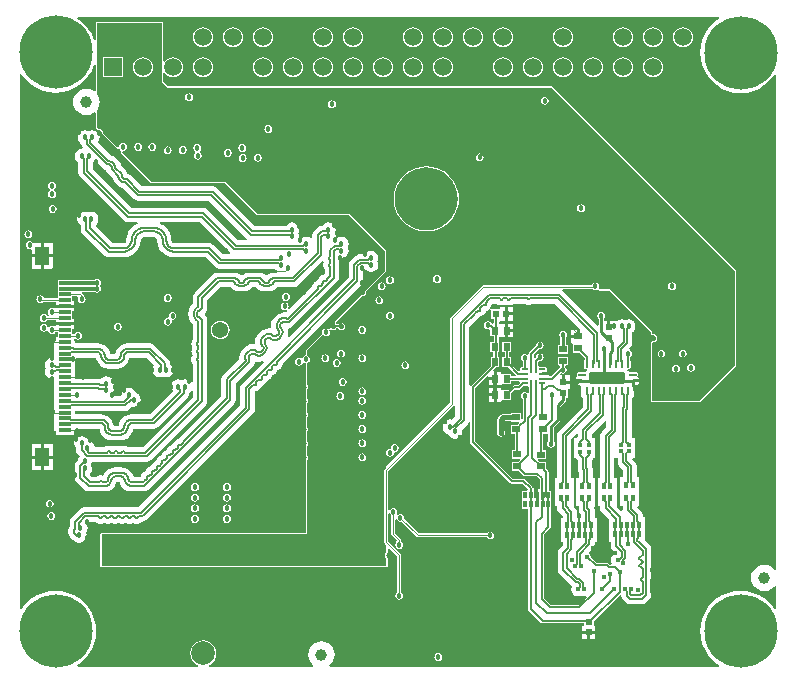
<source format=gbl>
G04*
G04 #@! TF.GenerationSoftware,Altium Limited,Altium Designer,19.1.8 (144)*
G04*
G04 Layer_Physical_Order=4*
G04 Layer_Color=16711680*
%FSLAX44Y44*%
%MOMM*%
G71*
G01*
G75*
%ADD11C,0.2000*%
%ADD14C,0.1016*%
%ADD16C,0.2540*%
%ADD23R,0.6500X0.5500*%
%ADD35R,0.6200X0.6200*%
%ADD36R,1.0000X0.3000*%
%ADD37R,1.3000X1.6500*%
%ADD39R,0.5500X0.6500*%
%ADD41R,0.3000X0.6000*%
%ADD76C,0.1580*%
%ADD77C,0.1524*%
%ADD78C,1.0000*%
%ADD80C,0.2032*%
%ADD81C,0.2500*%
%ADD83C,0.3810*%
%ADD84C,0.3048*%
%ADD86C,5.3000*%
%ADD87R,1.5000X1.5000*%
%ADD88C,1.5000*%
%ADD89O,1.1000X1.9000*%
%ADD90O,1.1000X2.4000*%
%ADD91C,2.0000*%
%ADD92C,1.3680*%
%ADD93R,1.3680X1.3680*%
%ADD94C,6.2000*%
%ADD95C,0.4572*%
%ADD96C,0.6096*%
%ADD97C,0.4064*%
G04:AMPARAMS|DCode=98|XSize=0.2mm|YSize=0.5mm|CornerRadius=0.01mm|HoleSize=0mm|Usage=FLASHONLY|Rotation=90.000|XOffset=0mm|YOffset=0mm|HoleType=Round|Shape=RoundedRectangle|*
%AMROUNDEDRECTD98*
21,1,0.2000,0.4800,0,0,90.0*
21,1,0.1800,0.5000,0,0,90.0*
1,1,0.0200,0.2400,0.0900*
1,1,0.0200,0.2400,-0.0900*
1,1,0.0200,-0.2400,-0.0900*
1,1,0.0200,-0.2400,0.0900*
%
%ADD98ROUNDEDRECTD98*%
G04:AMPARAMS|DCode=99|XSize=0.2mm|YSize=0.7mm|CornerRadius=0.01mm|HoleSize=0mm|Usage=FLASHONLY|Rotation=180.000|XOffset=0mm|YOffset=0mm|HoleType=Round|Shape=RoundedRectangle|*
%AMROUNDEDRECTD99*
21,1,0.2000,0.6800,0,0,180.0*
21,1,0.1800,0.7000,0,0,180.0*
1,1,0.0200,-0.0900,0.3400*
1,1,0.0200,0.0900,0.3400*
1,1,0.0200,0.0900,-0.3400*
1,1,0.0200,-0.0900,-0.3400*
%
%ADD99ROUNDEDRECTD99*%
G04:AMPARAMS|DCode=100|XSize=0.25mm|YSize=0.6mm|CornerRadius=0.025mm|HoleSize=0mm|Usage=FLASHONLY|Rotation=180.000|XOffset=0mm|YOffset=0mm|HoleType=Round|Shape=RoundedRectangle|*
%AMROUNDEDRECTD100*
21,1,0.2500,0.5500,0,0,180.0*
21,1,0.2000,0.6000,0,0,180.0*
1,1,0.0500,-0.1000,0.2750*
1,1,0.0500,0.1000,0.2750*
1,1,0.0500,0.1000,-0.2750*
1,1,0.0500,-0.1000,-0.2750*
%
%ADD100ROUNDEDRECTD100*%
G04:AMPARAMS|DCode=101|XSize=1mm|YSize=3mm|CornerRadius=0.05mm|HoleSize=0mm|Usage=FLASHONLY|Rotation=270.000|XOffset=0mm|YOffset=0mm|HoleType=Round|Shape=RoundedRectangle|*
%AMROUNDEDRECTD101*
21,1,1.0000,2.9000,0,0,270.0*
21,1,0.9000,3.0000,0,0,270.0*
1,1,0.1000,-1.4500,-0.4500*
1,1,0.1000,-1.4500,0.4500*
1,1,0.1000,1.4500,0.4500*
1,1,0.1000,1.4500,-0.4500*
%
%ADD101ROUNDEDRECTD101*%
G04:AMPARAMS|DCode=102|XSize=0.25mm|YSize=0.6mm|CornerRadius=0.025mm|HoleSize=0mm|Usage=FLASHONLY|Rotation=270.000|XOffset=0mm|YOffset=0mm|HoleType=Round|Shape=RoundedRectangle|*
%AMROUNDEDRECTD102*
21,1,0.2500,0.5500,0,0,270.0*
21,1,0.2000,0.6000,0,0,270.0*
1,1,0.0500,-0.2750,-0.1000*
1,1,0.0500,-0.2750,0.1000*
1,1,0.0500,0.2750,0.1000*
1,1,0.0500,0.2750,-0.1000*
%
%ADD102ROUNDEDRECTD102*%
%ADD103R,0.3000X0.5500*%
%ADD104R,0.4000X0.5500*%
%ADD105R,0.3200X0.3600*%
%ADD106R,0.6200X0.6200*%
%ADD107C,0.1500*%
G36*
X597115Y553857D02*
X594857Y552474D01*
X590768Y548982D01*
X587276Y544893D01*
X584466Y540308D01*
X582409Y535340D01*
X581153Y530111D01*
X580731Y524750D01*
X581153Y519389D01*
X582409Y514160D01*
X584466Y509192D01*
X587276Y504607D01*
X590768Y500518D01*
X594857Y497026D01*
X599442Y494216D01*
X604410Y492159D01*
X609639Y490903D01*
X615000Y490481D01*
X620361Y490903D01*
X625590Y492159D01*
X630558Y494216D01*
X635143Y497026D01*
X639232Y500518D01*
X642724Y504607D01*
X643857Y506456D01*
X645079Y506112D01*
X645079Y87252D01*
X643810Y86820D01*
X642946Y87946D01*
X640619Y89732D01*
X637908Y90854D01*
X635000Y91237D01*
X632092Y90854D01*
X629381Y89732D01*
X627054Y87946D01*
X625268Y85618D01*
X624146Y82908D01*
X623763Y80000D01*
X624146Y77092D01*
X625268Y74381D01*
X627054Y72054D01*
X629381Y70268D01*
X632092Y69146D01*
X635000Y68763D01*
X637908Y69146D01*
X640619Y70268D01*
X642946Y72054D01*
X643810Y73180D01*
X645079Y72748D01*
X645079Y53638D01*
X643857Y53293D01*
X642724Y55143D01*
X639232Y59232D01*
X635143Y62724D01*
X630558Y65534D01*
X625590Y67591D01*
X620361Y68847D01*
X615000Y69269D01*
X609639Y68847D01*
X604410Y67591D01*
X599442Y65534D01*
X594857Y62724D01*
X590768Y59232D01*
X587276Y55143D01*
X584466Y50558D01*
X582409Y45590D01*
X581153Y40361D01*
X580731Y35000D01*
X581153Y29639D01*
X582409Y24410D01*
X584466Y19442D01*
X587276Y14857D01*
X590768Y10768D01*
X594857Y7276D01*
X596707Y6143D01*
X596362Y4920D01*
X267251Y4920D01*
X266820Y6191D01*
X267946Y7054D01*
X269732Y9381D01*
X270854Y12092D01*
X271237Y15000D01*
X270854Y17908D01*
X269732Y20619D01*
X267946Y22946D01*
X265618Y24732D01*
X262908Y25854D01*
X260000Y26237D01*
X257092Y25854D01*
X254381Y24732D01*
X252054Y22946D01*
X250268Y20619D01*
X249146Y17908D01*
X248763Y15000D01*
X249146Y12092D01*
X250268Y9381D01*
X252054Y7054D01*
X253180Y6191D01*
X252749Y4920D01*
X164753Y4920D01*
X164500Y6191D01*
X165555Y6628D01*
X167857Y8393D01*
X169622Y10695D01*
X170732Y13374D01*
X171111Y16250D01*
X170732Y19126D01*
X169622Y21806D01*
X167857Y24107D01*
X165555Y25872D01*
X162876Y26982D01*
X160000Y27361D01*
X157124Y26982D01*
X154445Y25872D01*
X152143Y24107D01*
X150378Y21806D01*
X149268Y19126D01*
X148889Y16250D01*
X149268Y13374D01*
X150378Y10695D01*
X152143Y8393D01*
X154445Y6628D01*
X155500Y6191D01*
X155247Y4920D01*
X53638D01*
X53293Y6143D01*
X55143Y7276D01*
X59232Y10768D01*
X62724Y14857D01*
X65534Y19442D01*
X67591Y24410D01*
X68847Y29639D01*
X69269Y35000D01*
X68847Y40361D01*
X67591Y45590D01*
X65534Y50558D01*
X62724Y55143D01*
X59232Y59232D01*
X55143Y62724D01*
X50558Y65534D01*
X45590Y67591D01*
X40361Y68847D01*
X35000Y69269D01*
X29639Y68847D01*
X24410Y67591D01*
X19442Y65534D01*
X14857Y62724D01*
X10768Y59232D01*
X7276Y55143D01*
X6146Y53298D01*
X4924Y53643D01*
X4923Y506357D01*
X6146Y506702D01*
X7276Y504857D01*
X10768Y500768D01*
X14857Y497276D01*
X19442Y494466D01*
X24410Y492409D01*
X29639Y491153D01*
X35000Y490731D01*
X40361Y491153D01*
X45590Y492409D01*
X50558Y494466D01*
X55143Y497276D01*
X59232Y500768D01*
X62724Y504857D01*
X65534Y509442D01*
X67591Y514410D01*
X67630Y514572D01*
X68900Y514422D01*
Y492417D01*
X67761Y491855D01*
X66619Y492732D01*
X63908Y493854D01*
X61000Y494237D01*
X58092Y493854D01*
X55381Y492732D01*
X53054Y490946D01*
X51268Y488619D01*
X50146Y485908D01*
X49763Y483000D01*
X50146Y480092D01*
X51268Y477381D01*
X53054Y475054D01*
X55381Y473268D01*
X58092Y472146D01*
X61000Y471763D01*
X63908Y472146D01*
X66619Y473268D01*
X67761Y474145D01*
X68900Y473583D01*
Y462000D01*
X69222Y461222D01*
X70917Y459528D01*
X71021Y459485D01*
X71083Y459392D01*
X71398Y459329D01*
X71694Y459206D01*
X71798Y459249D01*
X71909Y459227D01*
X72000Y459245D01*
X72859Y459075D01*
X73588Y458588D01*
X74075Y457859D01*
X74245Y457000D01*
X74227Y456909D01*
X74249Y456798D01*
X74206Y456694D01*
X74329Y456398D01*
X74391Y456083D01*
X74485Y456021D01*
X74528Y455916D01*
X86645Y443800D01*
X86819Y443728D01*
X86944Y443587D01*
X87193Y443573D01*
X87422Y443478D01*
X87597Y443550D01*
X87785Y443539D01*
X88665Y443677D01*
X89434Y442897D01*
X89619Y442619D01*
X89897Y442434D01*
X90677Y441665D01*
X90539Y440785D01*
X90550Y440597D01*
X90478Y440422D01*
X90573Y440193D01*
X90587Y439944D01*
X90728Y439819D01*
X90800Y439645D01*
X115722Y414722D01*
X116500Y414400D01*
X178044Y414400D01*
X205222Y387222D01*
X206000Y386900D01*
X283545Y386900D01*
X313900Y356544D01*
X313900Y340057D01*
X297136Y323293D01*
X297093Y323189D01*
X297000Y323126D01*
X296937Y322812D01*
X296814Y322515D01*
X296857Y322411D01*
X296835Y322301D01*
X296895Y322000D01*
X296724Y321141D01*
X296238Y320412D01*
X295509Y319925D01*
X294650Y319755D01*
X294349Y319814D01*
X294239Y319792D01*
X294135Y319835D01*
X293838Y319713D01*
X293524Y319650D01*
X293461Y319557D01*
X293357Y319513D01*
X271482Y297638D01*
X271460Y297585D01*
X271409Y297558D01*
X271302Y297204D01*
X271160Y296861D01*
X271182Y296808D01*
X271165Y296753D01*
X271286Y295523D01*
X271414Y295285D01*
X271466Y295020D01*
X271912Y294352D01*
X271962Y294319D01*
X271979Y294262D01*
X272305Y294089D01*
X272612Y293884D01*
X272670Y293896D01*
X272723Y293868D01*
X274023Y293744D01*
X274227Y293806D01*
X274439Y293784D01*
X274600Y293832D01*
X274778Y293976D01*
X274827Y293991D01*
X274850Y294034D01*
X274892Y294067D01*
X275203Y294275D01*
X275412Y294587D01*
X276140Y295074D01*
X276999Y295245D01*
X277859Y295074D01*
X278587Y294587D01*
X279074Y293859D01*
X279245Y292999D01*
X279074Y292140D01*
X278587Y291412D01*
X277859Y290925D01*
X276999Y290754D01*
X276140Y290925D01*
X275412Y291412D01*
X275087Y291898D01*
X275038Y291931D01*
X275020Y291987D01*
X274694Y292160D01*
X274387Y292365D01*
X274329Y292354D01*
X274277Y292382D01*
X272977Y292505D01*
X272773Y292443D01*
X272561Y292465D01*
X272399Y292418D01*
X272221Y292274D01*
X272172Y292259D01*
X272149Y292216D01*
X272108Y292182D01*
X271796Y291974D01*
X271588Y291662D01*
X270859Y291175D01*
X270000Y291005D01*
X268926Y291218D01*
X268790Y291191D01*
X268431Y291263D01*
X268419Y291255D01*
X268404Y291257D01*
X266693Y290873D01*
X266681Y290864D01*
X266667Y290867D01*
X266339Y290623D01*
X266296Y290593D01*
X266245Y290583D01*
X266212Y290534D01*
X266182Y290513D01*
X265288Y291110D01*
X264000Y291366D01*
X262711Y291110D01*
X261619Y290380D01*
X260889Y289288D01*
X260633Y287999D01*
X260889Y286711D01*
X260374Y286523D01*
X260348Y286474D01*
X260294Y286450D01*
X247222Y273379D01*
X246900Y272601D01*
Y268346D01*
X245711Y268110D01*
X244619Y267380D01*
X243889Y266288D01*
X242527Y265951D01*
X242288Y266110D01*
X241000Y266367D01*
X239712Y266110D01*
X238619Y265381D01*
X237890Y264288D01*
X237633Y263000D01*
X237890Y261712D01*
X238619Y260619D01*
X239712Y259890D01*
X241000Y259633D01*
X242288Y259890D01*
X243381Y260619D01*
X244110Y261712D01*
X245472Y262049D01*
X245711Y261889D01*
X246900Y261653D01*
Y243978D01*
X247023Y243681D01*
X247086Y243367D01*
X247425Y242859D01*
X247596Y242000D01*
X247425Y241141D01*
X247086Y240633D01*
X247023Y240319D01*
X246900Y240022D01*
Y231978D01*
X247023Y231681D01*
X247086Y231367D01*
X247425Y230859D01*
X247596Y230000D01*
X247425Y229141D01*
X247086Y228633D01*
X247023Y228319D01*
X246900Y228022D01*
Y219978D01*
X247023Y219681D01*
X247086Y219367D01*
X247425Y218859D01*
X247596Y218000D01*
X247425Y217141D01*
X247086Y216633D01*
X247023Y216319D01*
X246900Y216022D01*
Y207978D01*
X247023Y207681D01*
X247086Y207367D01*
X247425Y206859D01*
X247596Y206000D01*
X247425Y205141D01*
X247086Y204633D01*
X247023Y204319D01*
X246900Y204022D01*
Y195978D01*
X247023Y195681D01*
X247086Y195367D01*
X247425Y194859D01*
X247596Y194000D01*
X247425Y193141D01*
X247086Y192633D01*
X247023Y192319D01*
X246900Y192022D01*
Y183978D01*
X247023Y183681D01*
X247086Y183367D01*
X247425Y182859D01*
X247596Y182000D01*
X247425Y181141D01*
X247086Y180633D01*
X247023Y180319D01*
X246900Y180022D01*
Y118100D01*
X74000D01*
X73222Y117778D01*
X72900Y117000D01*
Y90000D01*
X73222Y89222D01*
X74000Y88900D01*
X315000D01*
X315778Y89222D01*
X316100Y90000D01*
Y96942D01*
X316057Y97046D01*
X316079Y97156D01*
X315900Y97423D01*
X315778Y97719D01*
X315730Y97739D01*
X315199Y98535D01*
X315028Y99394D01*
X315199Y100253D01*
X315730Y101049D01*
X315778Y101069D01*
X315900Y101365D01*
X316079Y101632D01*
X316057Y101743D01*
X316100Y101847D01*
Y104908D01*
X317273Y105394D01*
X324351Y98317D01*
Y67869D01*
X323619Y67381D01*
X322890Y66288D01*
X322633Y65000D01*
X322890Y63712D01*
X323619Y62619D01*
X324712Y61890D01*
X326000Y61633D01*
X327288Y61890D01*
X328381Y62619D01*
X329110Y63712D01*
X329367Y65000D01*
X329110Y66288D01*
X328381Y67381D01*
X327650Y67869D01*
Y99000D01*
X327166Y100166D01*
X316650Y110683D01*
Y134443D01*
X317824Y134687D01*
X317920Y134667D01*
X318619Y133619D01*
X319350Y133131D01*
Y117000D01*
X319834Y115834D01*
X323726Y111941D01*
X323619Y110381D01*
X322890Y109288D01*
X322633Y108000D01*
X322890Y106712D01*
X323619Y105619D01*
X324712Y104890D01*
X326000Y104633D01*
X327288Y104890D01*
X328381Y105619D01*
X329110Y106712D01*
X329367Y108000D01*
X329110Y109288D01*
X328381Y110381D01*
X327650Y110869D01*
Y112000D01*
X327166Y113166D01*
X322650Y117683D01*
Y129443D01*
X323824Y129687D01*
X323920Y129667D01*
X324619Y128619D01*
X325712Y127890D01*
X327000Y127633D01*
X327862Y127805D01*
X340834Y114834D01*
X342000Y114350D01*
X400131D01*
X400619Y113619D01*
X401712Y112890D01*
X403000Y112633D01*
X404288Y112890D01*
X405381Y113619D01*
X406110Y114712D01*
X406367Y116000D01*
X406110Y117288D01*
X405381Y118381D01*
X404288Y119110D01*
X403000Y119367D01*
X401712Y119110D01*
X400619Y118381D01*
X400131Y117650D01*
X342683D01*
X330195Y130138D01*
X330367Y131000D01*
X330110Y132288D01*
X329381Y133381D01*
X328288Y134110D01*
X327000Y134367D01*
X325712Y134110D01*
X324853Y133537D01*
X323937Y134452D01*
X324110Y134712D01*
X324367Y136000D01*
X324110Y137288D01*
X323381Y138381D01*
X322288Y139110D01*
X321000Y139367D01*
X319712Y139110D01*
X318619Y138381D01*
X317920Y137333D01*
X317824Y137313D01*
X316650Y137557D01*
Y170317D01*
X372040Y225707D01*
X372633Y225623D01*
X373310Y225317D01*
Y216829D01*
X370415Y213934D01*
X369000Y214215D01*
X366622Y213742D01*
X364605Y212395D01*
X363258Y210378D01*
X362785Y208000D01*
X363258Y205621D01*
X364605Y203605D01*
X366622Y202258D01*
X367112Y202160D01*
X367209Y201670D01*
X368556Y199654D01*
X370573Y198306D01*
X372951Y197833D01*
X375330Y198306D01*
X377346Y199654D01*
X378694Y201670D01*
X379167Y204049D01*
X378885Y205464D01*
X383915Y210493D01*
X384819Y211846D01*
X385488Y211832D01*
X386089Y211635D01*
Y194823D01*
X386089Y194823D01*
X386247Y194030D01*
X386696Y193358D01*
X419607Y160447D01*
X419607Y160446D01*
X420279Y159997D01*
X421072Y159840D01*
X430230D01*
X434859Y155211D01*
X434370Y153941D01*
X429761D01*
Y146409D01*
X429761D01*
Y146141D01*
X429761D01*
Y138609D01*
X435205D01*
Y53812D01*
X435205Y53812D01*
X435363Y53019D01*
X435812Y52347D01*
X446084Y42076D01*
X446084Y42076D01*
X446756Y41627D01*
X447549Y41469D01*
X482329D01*
Y39681D01*
X480805D01*
Y35311D01*
X492085D01*
Y39681D01*
X490561D01*
Y43527D01*
X512791Y65757D01*
X514050Y65220D01*
Y64973D01*
X514407Y63179D01*
X515424Y61657D01*
X517872Y59209D01*
X519394Y58192D01*
X521189Y57835D01*
X531200D01*
X532995Y58192D01*
X534516Y59209D01*
X537943Y62636D01*
X538960Y64157D01*
X539317Y65952D01*
Y104150D01*
X538960Y105945D01*
X537943Y107466D01*
X533979Y111430D01*
Y118119D01*
Y131239D01*
X532158D01*
Y133290D01*
X531801Y135085D01*
X530784Y136607D01*
X527601Y139790D01*
X528127Y141060D01*
X529059D01*
Y151560D01*
Y165180D01*
X526988D01*
Y174820D01*
X526631Y176615D01*
X525614Y178137D01*
X523406Y180345D01*
X523932Y181616D01*
X525729D01*
Y187215D01*
Y198435D01*
X522808D01*
Y221529D01*
X522881Y221637D01*
X523238Y223432D01*
Y232029D01*
X523676Y232321D01*
X524573Y233664D01*
X524888Y235249D01*
Y240749D01*
X524662Y241884D01*
X525435Y243154D01*
X526499D01*
X527587Y243371D01*
X528510Y243987D01*
X529127Y244910D01*
X529290Y245729D01*
X523749D01*
Y248269D01*
X529290D01*
X529127Y249087D01*
X528510Y250010D01*
X527687Y250560D01*
X527869Y250999D01*
Y252999D01*
X527468Y253968D01*
X526499Y254369D01*
X520999D01*
X519615Y255171D01*
X519613Y255185D01*
X519220Y255772D01*
X519827Y256878D01*
X520749D01*
X521718Y257280D01*
X522119Y258249D01*
Y263749D01*
X521718Y264718D01*
X521562Y264782D01*
Y267246D01*
X522129Y267626D01*
X522859Y268718D01*
X523115Y270006D01*
X522859Y271295D01*
X522129Y272387D01*
X521095Y273078D01*
X521032Y273137D01*
X520699Y274479D01*
X521914Y275694D01*
X522931Y277215D01*
X523288Y279010D01*
Y287803D01*
X524487Y288605D01*
X525835Y290621D01*
X526308Y293000D01*
X525835Y295378D01*
X524487Y297395D01*
X522471Y298742D01*
X520092Y299215D01*
X517714Y298742D01*
X517298Y298465D01*
X516883Y298742D01*
X514504Y299215D01*
X512126Y298742D01*
X510168Y297434D01*
X510058Y297456D01*
X508898Y297722D01*
Y297722D01*
X504528D01*
Y292082D01*
X501987D01*
Y297722D01*
X499536D01*
Y299853D01*
X500110Y300712D01*
X500367Y302000D01*
X500110Y303288D01*
X499381Y304381D01*
X498288Y305110D01*
X497000Y305367D01*
X495712Y305110D01*
X494619Y304381D01*
X493890Y303288D01*
X493633Y302000D01*
X493890Y300712D01*
X494619Y299619D01*
X494875Y299449D01*
Y294067D01*
X493702Y293581D01*
X464368Y322915D01*
X464120Y323080D01*
X464506Y324350D01*
X490000D01*
X490014Y324356D01*
X490712Y323890D01*
X492000Y323633D01*
X493288Y323890D01*
X493627Y324115D01*
X494054Y324008D01*
X494951Y323573D01*
X495200Y323469D01*
X495409Y323298D01*
X495575Y323314D01*
X495728Y323251D01*
X504194D01*
X538900Y288544D01*
Y287169D01*
X538922Y287116D01*
X538906Y287061D01*
X539081Y286734D01*
X539222Y286391D01*
X539275Y286369D01*
X539302Y286319D01*
X540284Y285513D01*
X540339Y285496D01*
X540370Y285449D01*
X540619Y285399D01*
X540785Y285288D01*
X541859Y285075D01*
X542588Y284588D01*
X543074Y283859D01*
X543246Y283000D01*
X543074Y282141D01*
X542588Y281412D01*
X541859Y280926D01*
X540785Y280712D01*
X540619Y280601D01*
X540370Y280551D01*
X540339Y280504D01*
X540284Y280487D01*
X539302Y279681D01*
X539275Y279631D01*
X539222Y279609D01*
X539081Y279266D01*
X538906Y278939D01*
X538922Y278884D01*
X538900Y278831D01*
X538900Y230000D01*
X539222Y229222D01*
X540000Y228900D01*
X580000D01*
X580778Y229222D01*
X610778Y259222D01*
X611100Y260000D01*
Y340000D01*
X610778Y340778D01*
X455778Y495778D01*
X455000Y496100D01*
X130456D01*
X126100Y500456D01*
Y507172D01*
X127370Y507603D01*
X128426Y506226D01*
X130205Y504861D01*
X132277Y504003D01*
X134500Y503711D01*
X136723Y504003D01*
X138795Y504861D01*
X140574Y506226D01*
X141939Y508005D01*
X142797Y510077D01*
X143090Y512300D01*
X142797Y514523D01*
X141939Y516595D01*
X140574Y518374D01*
X138795Y519739D01*
X136723Y520597D01*
X134500Y520890D01*
X132277Y520597D01*
X130205Y519739D01*
X128426Y518374D01*
X127370Y516997D01*
X126100Y517428D01*
Y550000D01*
X125778Y550778D01*
X125000Y551100D01*
X70000D01*
X69222Y550778D01*
X68900Y550000D01*
Y535578D01*
X67630Y535428D01*
X67591Y535590D01*
X65534Y540558D01*
X62724Y545143D01*
X59232Y549232D01*
X55143Y552724D01*
X53293Y553857D01*
X53638Y555079D01*
X596770D01*
X597115Y553857D01*
D02*
G37*
G36*
X479305Y291038D02*
X478819Y289864D01*
X478690D01*
Y284574D01*
X477420D01*
Y283304D01*
X471630D01*
Y279284D01*
X472367D01*
X473154Y278340D01*
Y270808D01*
X478623D01*
X482936Y266495D01*
Y264782D01*
X482780Y264718D01*
X482379Y263749D01*
Y258249D01*
X482780Y257280D01*
X483749Y256878D01*
X484671D01*
X485278Y255773D01*
X484885Y255185D01*
X484883Y255171D01*
X483499Y254369D01*
X477999D01*
X477030Y253968D01*
X476629Y252999D01*
Y250999D01*
X476810Y250560D01*
X475988Y250010D01*
X475371Y249087D01*
X475208Y248269D01*
X480749D01*
Y245729D01*
X475208D01*
X475371Y244910D01*
X475988Y243987D01*
X476910Y243371D01*
X477999Y243154D01*
X479062D01*
X479835Y241884D01*
X479609Y240749D01*
Y235249D01*
X479925Y233664D01*
X480822Y232321D01*
X481259Y232029D01*
Y224663D01*
X460884Y204288D01*
X459867Y202766D01*
X459510Y200971D01*
Y164835D01*
X457440D01*
Y151215D01*
Y140715D01*
X459510D01*
Y139494D01*
X459867Y137699D01*
X460884Y136178D01*
X464509Y132553D01*
Y130985D01*
X462688D01*
Y117865D01*
Y110065D01*
X464509D01*
Y107634D01*
X461684Y104808D01*
X460667Y103287D01*
X460310Y101492D01*
Y86950D01*
X460667Y85155D01*
X461684Y83634D01*
X472198Y73119D01*
X472209Y73112D01*
X471917Y72675D01*
X471464Y70396D01*
X471917Y68116D01*
X473208Y66184D01*
X475141Y64893D01*
X477420Y64439D01*
X479700Y64893D01*
X480002Y65095D01*
X480221Y64949D01*
X482500Y64496D01*
X483939Y64782D01*
X484565Y63611D01*
X477754Y56801D01*
X454746D01*
X448340Y63207D01*
Y116793D01*
X453551Y122004D01*
X453941Y122589D01*
X454078Y123278D01*
Y138609D01*
X454794D01*
Y146141D01*
X454794D01*
Y146409D01*
X454794D01*
Y153941D01*
X452356D01*
Y169729D01*
X452219Y170418D01*
X451828Y171003D01*
X450071Y172760D01*
Y178246D01*
X444585D01*
X443290Y179540D01*
X443777Y180714D01*
X450071D01*
Y188246D01*
X447618D01*
Y202213D01*
X451571D01*
X452248Y201224D01*
Y195993D01*
X452199Y195960D01*
X451469Y194868D01*
X451213Y193579D01*
X451469Y192291D01*
X452199Y191199D01*
X453291Y190469D01*
X454579Y190212D01*
X455868Y190469D01*
X456960Y191199D01*
X457690Y192291D01*
X457946Y193579D01*
X457690Y194868D01*
X456960Y195960D01*
X456910Y195993D01*
Y207614D01*
X461648Y212352D01*
X462153Y213108D01*
X462331Y214000D01*
Y225035D01*
X466447Y229151D01*
X466952Y229907D01*
X467130Y230799D01*
Y232659D01*
X468915D01*
Y240135D01*
X470439D01*
Y244505D01*
X464799D01*
Y245775D01*
X463529D01*
Y251415D01*
X462318D01*
X461842Y252532D01*
X462574Y253400D01*
X462962Y253141D01*
X464251Y252884D01*
X465539Y253141D01*
X466632Y253870D01*
X467361Y254963D01*
X467618Y256251D01*
X467361Y257539D01*
X466632Y258631D01*
X466587Y258661D01*
X466973Y259931D01*
X469065D01*
Y267463D01*
X460533D01*
Y259931D01*
X461529D01*
X461914Y258661D01*
X461870Y258631D01*
X461141Y257539D01*
X461030Y256985D01*
X454606Y250562D01*
X453275D01*
X452526Y251479D01*
X447149D01*
Y254019D01*
X452167D01*
X452036Y254679D01*
X451452Y255552D01*
X450757Y256017D01*
Y257649D01*
X450403Y258503D01*
X449549Y258857D01*
X444749D01*
X443756Y259820D01*
Y260649D01*
X443704Y260775D01*
Y262664D01*
X444650Y263508D01*
X444896Y263459D01*
X446184Y263715D01*
X447276Y264445D01*
X448006Y265537D01*
X448262Y266825D01*
X448006Y268114D01*
X447276Y269206D01*
X446184Y269936D01*
X444896Y270192D01*
X443607Y269936D01*
X442515Y269206D01*
X441785Y268114D01*
X441544Y266900D01*
X441465Y266776D01*
X440974Y266397D01*
X439704Y267021D01*
Y268735D01*
X444512Y273544D01*
X444896Y273467D01*
X446184Y273724D01*
X447276Y274454D01*
X448006Y275546D01*
X448262Y276834D01*
X448006Y278123D01*
X447276Y279215D01*
X446184Y279944D01*
X444896Y280201D01*
X443607Y279944D01*
X442515Y279215D01*
X441785Y278123D01*
X441529Y276834D01*
X441605Y276451D01*
X436195Y271040D01*
X435749Y270373D01*
X435593Y269587D01*
X435593Y269587D01*
Y269522D01*
X435098Y269199D01*
X434323Y268965D01*
X433437Y269557D01*
X432149Y269813D01*
X430860Y269557D01*
X429768Y268827D01*
X429038Y267735D01*
X428782Y266447D01*
X429038Y265158D01*
X429768Y264066D01*
X430348Y263679D01*
Y258857D01*
X429749D01*
X428895Y258503D01*
X428541Y257649D01*
Y255849D01*
X427367Y255389D01*
X426694Y255323D01*
X420766Y261250D01*
Y267266D01*
X419299D01*
Y271558D01*
X420765D01*
Y280090D01*
X413233D01*
Y271558D01*
X415698D01*
Y267266D01*
X413234D01*
Y258734D01*
X418189D01*
X425104Y251819D01*
X424618Y250549D01*
X420865D01*
Y253015D01*
X413333D01*
X412389Y253802D01*
Y254539D01*
X408369D01*
Y248749D01*
Y242959D01*
X412389D01*
Y243696D01*
X413333Y244483D01*
X420865D01*
Y246948D01*
X427704D01*
X428553Y245678D01*
X428541Y245649D01*
Y245187D01*
X426403Y243049D01*
X423349D01*
X422660Y242912D01*
X422076Y242522D01*
X418818Y239265D01*
X413659D01*
X413333Y239265D01*
X412389Y240051D01*
Y240788D01*
X408369D01*
Y234998D01*
Y229209D01*
X412389D01*
Y229946D01*
X413333Y230732D01*
X413659Y230732D01*
X420865D01*
Y236218D01*
X424095Y239448D01*
X427149D01*
X427838Y239585D01*
X428422Y239975D01*
X431087Y242641D01*
X434549D01*
X435540Y241677D01*
Y240849D01*
X435835Y240136D01*
Y236861D01*
X434566Y236475D01*
X434529Y236529D01*
X433437Y237259D01*
X432149Y237515D01*
X430860Y237259D01*
X429768Y236529D01*
X429038Y235437D01*
X428782Y234149D01*
X429038Y232860D01*
X429768Y231768D01*
X430336Y231389D01*
Y214575D01*
X429975Y214315D01*
X428705Y214964D01*
Y219653D01*
X420173D01*
Y218865D01*
X413887D01*
X412747Y218638D01*
X411781Y217992D01*
X409894Y216106D01*
X409249Y215140D01*
X409022Y214000D01*
Y204486D01*
X408890Y204288D01*
X408633Y203000D01*
X408890Y201712D01*
X409619Y200619D01*
X410712Y199890D01*
X412000Y199633D01*
X413288Y199890D01*
X414381Y200619D01*
X415110Y201712D01*
X415367Y203000D01*
X415110Y204288D01*
X414978Y204486D01*
Y212766D01*
X415120Y212908D01*
X420173D01*
Y212121D01*
X426950D01*
X427436Y210947D01*
X426145Y209656D01*
X426143Y209653D01*
X420173D01*
Y202121D01*
X423992D01*
Y188442D01*
X421538D01*
Y180910D01*
X427815D01*
X428301Y179737D01*
X427007Y178442D01*
X421538D01*
Y170910D01*
X427007D01*
X431199Y166718D01*
X431787Y166325D01*
X432481Y166187D01*
X442249D01*
X444726Y163710D01*
Y155465D01*
X443548D01*
Y150175D01*
X441007D01*
Y155465D01*
X440588D01*
X439349Y155723D01*
X439191Y156516D01*
X438742Y157188D01*
X438742Y157188D01*
X432553Y163377D01*
X431881Y163826D01*
X431088Y163983D01*
X431088Y163983D01*
X421930D01*
X390233Y195681D01*
Y240451D01*
X400636Y250854D01*
X401809Y250368D01*
Y250019D01*
X405829D01*
Y254902D01*
X405493Y255712D01*
X408515Y258734D01*
X410766D01*
Y267266D01*
X409755D01*
Y271558D01*
X410765D01*
Y280090D01*
X410231D01*
Y283891D01*
X410439Y283988D01*
X411709Y283575D01*
Y283575D01*
X415729D01*
Y289366D01*
Y295156D01*
X411709D01*
Y295156D01*
X410439Y294743D01*
X410231Y294840D01*
Y296849D01*
X410859Y297859D01*
X415229D01*
Y303499D01*
Y309139D01*
X410859D01*
Y307615D01*
X403745D01*
X402945Y308703D01*
X403766Y309933D01*
X404064Y311431D01*
X404943Y312310D01*
X408511D01*
X409782Y311461D01*
X411711Y311077D01*
X412008Y311018D01*
X412957D01*
D01*
X413254Y311077D01*
X415183Y311461D01*
X415643Y311768D01*
X416103Y311461D01*
X418032Y311077D01*
X418330Y311018D01*
X419278D01*
D01*
X419575Y311077D01*
X421505Y311461D01*
X422775Y312310D01*
X431562D01*
X432621Y311602D01*
X434550Y311218D01*
X434847Y311159D01*
X435796D01*
D01*
X436093Y311218D01*
X438022Y311602D01*
X439081Y312310D01*
X458033D01*
X479305Y291038D01*
D02*
G37*
G36*
X403383Y307158D02*
Y299383D01*
X406088D01*
Y295458D01*
X404920Y294825D01*
X404110Y295288D01*
X403381Y296381D01*
X402288Y297110D01*
X401940Y297180D01*
X401793Y297278D01*
X401000Y297436D01*
X400207Y297278D01*
X400060Y297180D01*
X399712Y297110D01*
X398619Y296381D01*
X397890Y295288D01*
X397633Y294000D01*
X397890Y292712D01*
X398619Y291619D01*
X399712Y290890D01*
X401000Y290633D01*
X402178Y290868D01*
X402939Y290321D01*
X403233Y290064D01*
Y285100D01*
X406088D01*
Y280090D01*
X403233D01*
Y271558D01*
X405612D01*
Y267266D01*
X403234D01*
Y259313D01*
X386696Y242774D01*
X386558Y242569D01*
X385289Y242954D01*
Y292655D01*
X393979Y301346D01*
X395477Y301644D01*
X397113Y302736D01*
X397365Y302905D01*
X397365Y302905D01*
X398033Y303573D01*
X398035Y303575D01*
X398035Y303575D01*
X399296Y305463D01*
X399404Y306006D01*
X399947Y306114D01*
X401835Y307375D01*
X401835Y307375D01*
X402183Y307723D01*
X403383Y307158D01*
D02*
G37*
G36*
X125000Y500000D02*
X130000Y495000D01*
X455000D01*
X610000Y340000D01*
Y260000D01*
X580000Y230000D01*
X540000D01*
X540000Y278831D01*
X540982Y279637D01*
X541000Y279633D01*
X542288Y279890D01*
X543381Y280619D01*
X544110Y281712D01*
X544367Y283000D01*
X544110Y284288D01*
X543381Y285381D01*
X542288Y286110D01*
X541000Y286367D01*
X540982Y286363D01*
X540000Y287169D01*
Y289000D01*
X504650Y324350D01*
X495728D01*
X495050Y325620D01*
X495110Y325712D01*
X495367Y327000D01*
X495110Y328288D01*
X494381Y329381D01*
X493288Y330110D01*
X492000Y330367D01*
X490712Y330110D01*
X489619Y329381D01*
X488890Y328288D01*
X488763Y327650D01*
X397000D01*
X395834Y327166D01*
X369834Y301166D01*
X369350Y300000D01*
Y229350D01*
X315000Y175000D01*
Y173333D01*
X313834Y172166D01*
X313350Y171000D01*
Y110000D01*
X313834Y108834D01*
X315000Y107667D01*
Y101847D01*
X314892Y101775D01*
X314163Y100682D01*
X313906Y99394D01*
X314163Y98106D01*
X314892Y97014D01*
X315000Y96942D01*
Y90000D01*
X74000D01*
Y117000D01*
X248000D01*
Y180022D01*
X248461Y180712D01*
X248717Y182000D01*
X248461Y183288D01*
X248000Y183978D01*
Y192022D01*
X248461Y192712D01*
X248717Y194000D01*
X248461Y195288D01*
X248000Y195978D01*
Y204022D01*
X248461Y204712D01*
X248717Y206000D01*
X248461Y207288D01*
X248000Y207978D01*
Y216022D01*
X248461Y216712D01*
X248717Y218000D01*
X248461Y219288D01*
X248000Y219978D01*
Y228022D01*
X248461Y228712D01*
X248717Y230000D01*
X248461Y231288D01*
X248000Y231978D01*
Y240022D01*
X248461Y240712D01*
X248717Y242000D01*
X248461Y243288D01*
X248000Y243978D01*
Y261832D01*
X248288Y261889D01*
X249380Y262619D01*
X250110Y263711D01*
X250366Y265000D01*
X250110Y266288D01*
X249380Y267380D01*
X248288Y268110D01*
X248000Y268167D01*
Y272601D01*
X261071Y285673D01*
X261619Y285619D01*
X262711Y284889D01*
X264000Y284633D01*
X265288Y284889D01*
X266380Y285619D01*
X267110Y286711D01*
X267366Y287999D01*
X267110Y289288D01*
X266856Y289669D01*
X266934Y289800D01*
X268645Y290184D01*
X268712Y290140D01*
X270000Y289883D01*
X271288Y290140D01*
X272381Y290869D01*
X272710Y291363D01*
X272872Y291411D01*
X274172Y291287D01*
X274619Y290619D01*
X275711Y289889D01*
X276999Y289633D01*
X278288Y289889D01*
X279380Y290619D01*
X280110Y291711D01*
X280366Y292999D01*
X280110Y294288D01*
X279380Y295380D01*
X278288Y296110D01*
X276999Y296366D01*
X275711Y296110D01*
X274619Y295380D01*
X274289Y294886D01*
X274127Y294839D01*
X272827Y294963D01*
X272381Y295631D01*
X272260Y296861D01*
X294135Y318736D01*
X294650Y318633D01*
X295938Y318890D01*
X297031Y319619D01*
X297760Y320712D01*
X298016Y322000D01*
X297914Y322515D01*
X315000Y339601D01*
X315000Y357000D01*
X284000Y388000D01*
X206000Y388000D01*
X178500Y415500D01*
X116500Y415500D01*
X91578Y440422D01*
X91841Y441179D01*
X92136Y441660D01*
X93288Y441890D01*
X94381Y442619D01*
X95110Y443712D01*
X95367Y445000D01*
X95110Y446288D01*
X94381Y447381D01*
X93288Y448110D01*
X92000Y448367D01*
X90712Y448110D01*
X89619Y447381D01*
X88890Y446288D01*
X88660Y445136D01*
X88179Y444841D01*
X87422Y444577D01*
X75306Y456694D01*
X75367Y457000D01*
X75110Y458288D01*
X74381Y459381D01*
X73288Y460110D01*
X72000Y460367D01*
X71694Y460306D01*
X70000Y462000D01*
Y476428D01*
X70732Y477381D01*
X71854Y480092D01*
X72237Y483000D01*
X71854Y485908D01*
X70732Y488619D01*
X70000Y489572D01*
X70000Y550000D01*
X125000D01*
Y500000D01*
D02*
G37*
G36*
X510830Y177924D02*
X511187Y176129D01*
X512203Y174607D01*
X515009Y171801D01*
Y165180D01*
X512939D01*
Y151560D01*
Y141060D01*
X515009D01*
Y137384D01*
X515043Y137213D01*
X513873Y136587D01*
X510632Y139828D01*
X509988Y140810D01*
X509988D01*
X509988Y140810D01*
Y151310D01*
Y164930D01*
X507917D01*
Y181616D01*
X510830D01*
Y177924D01*
D02*
G37*
G36*
X476961Y201765D02*
Y199582D01*
X476034Y198654D01*
X475699Y198153D01*
X473940D01*
Y186933D01*
Y181333D01*
X475699D01*
X476034Y180831D01*
X476961Y179904D01*
Y172150D01*
X477318Y170355D01*
X477809Y169621D01*
Y164835D01*
X475739D01*
Y151215D01*
Y140715D01*
X477809D01*
Y137845D01*
X478166Y136050D01*
X479183Y134529D01*
X479509Y134202D01*
Y130985D01*
X476488D01*
Y135572D01*
X476131Y137367D01*
X475114Y138888D01*
X474242Y139760D01*
X473560Y140715D01*
X473560D01*
X473560Y140715D01*
Y151215D01*
Y164835D01*
X471489D01*
Y197952D01*
X475788Y202251D01*
X476961Y201765D01*
D02*
G37*
G36*
X501259Y212747D02*
Y207457D01*
X497312Y203510D01*
X496296Y201988D01*
X495939Y200193D01*
Y164930D01*
X493868D01*
Y151310D01*
Y140810D01*
X495939D01*
Y139524D01*
X496296Y137729D01*
X497312Y136207D01*
X503359Y130160D01*
Y118119D01*
Y110319D01*
X505179D01*
Y106672D01*
X505536Y104877D01*
X506553Y103355D01*
X508055Y101853D01*
X507895Y100218D01*
X506934Y99576D01*
X505643Y97643D01*
X505189Y95364D01*
X505643Y93085D01*
X506080Y92429D01*
X505530Y91358D01*
X504337Y91265D01*
X503518Y92084D01*
X502845Y92533D01*
X502053Y92691D01*
X502052Y92691D01*
X493148D01*
X488078Y97760D01*
X488108Y97909D01*
X487871Y99098D01*
X487197Y100106D01*
X486935Y100282D01*
X486726Y101869D01*
X490115Y105257D01*
X491131Y106779D01*
X491488Y108574D01*
Y110065D01*
X493309D01*
Y117865D01*
Y130985D01*
X491488D01*
Y137221D01*
X491131Y139016D01*
X490844Y139445D01*
X491523Y140715D01*
X491858D01*
Y151215D01*
Y164835D01*
X489788D01*
Y172379D01*
X489431Y174174D01*
X488940Y174908D01*
Y179904D01*
X489868Y180831D01*
X490203Y181333D01*
X491962D01*
Y186933D01*
Y198153D01*
X490203D01*
X489868Y198654D01*
X488940Y199582D01*
Y202087D01*
X500086Y213233D01*
X501259Y212747D01*
D02*
G37*
%LPC*%
G36*
X566300Y546289D02*
X564077Y545997D01*
X562005Y545139D01*
X560226Y543774D01*
X558861Y541995D01*
X558003Y539923D01*
X557710Y537700D01*
X558003Y535477D01*
X558861Y533405D01*
X560226Y531626D01*
X562005Y530261D01*
X564077Y529403D01*
X566300Y529110D01*
X568523Y529403D01*
X570595Y530261D01*
X572374Y531626D01*
X573739Y533405D01*
X574597Y535477D01*
X574889Y537700D01*
X574597Y539923D01*
X573739Y541995D01*
X572374Y543774D01*
X570595Y545139D01*
X568523Y545997D01*
X566300Y546289D01*
D02*
G37*
G36*
X540900D02*
X538677Y545997D01*
X536605Y545139D01*
X534826Y543774D01*
X533461Y541995D01*
X532603Y539923D01*
X532310Y537700D01*
X532603Y535477D01*
X533461Y533405D01*
X534826Y531626D01*
X536605Y530261D01*
X538677Y529403D01*
X540900Y529110D01*
X543123Y529403D01*
X545195Y530261D01*
X546974Y531626D01*
X548339Y533405D01*
X549197Y535477D01*
X549490Y537700D01*
X549197Y539923D01*
X548339Y541995D01*
X546974Y543774D01*
X545195Y545139D01*
X543123Y545997D01*
X540900Y546289D01*
D02*
G37*
G36*
X515500D02*
X513277Y545997D01*
X511205Y545139D01*
X509426Y543774D01*
X508061Y541995D01*
X507203Y539923D01*
X506911Y537700D01*
X507203Y535477D01*
X508061Y533405D01*
X509426Y531626D01*
X511205Y530261D01*
X513277Y529403D01*
X515500Y529110D01*
X517723Y529403D01*
X519795Y530261D01*
X521574Y531626D01*
X522939Y533405D01*
X523797Y535477D01*
X524090Y537700D01*
X523797Y539923D01*
X522939Y541995D01*
X521574Y543774D01*
X519795Y545139D01*
X517723Y545997D01*
X515500Y546289D01*
D02*
G37*
G36*
X464700D02*
X462477Y545997D01*
X460405Y545139D01*
X458626Y543774D01*
X457261Y541995D01*
X456403Y539923D01*
X456110Y537700D01*
X456403Y535477D01*
X457261Y533405D01*
X458626Y531626D01*
X460405Y530261D01*
X462477Y529403D01*
X464700Y529110D01*
X466923Y529403D01*
X468995Y530261D01*
X470774Y531626D01*
X472139Y533405D01*
X472997Y535477D01*
X473289Y537700D01*
X472997Y539923D01*
X472139Y541995D01*
X470774Y543774D01*
X468995Y545139D01*
X466923Y545997D01*
X464700Y546289D01*
D02*
G37*
G36*
X413900D02*
X411677Y545997D01*
X409605Y545139D01*
X407826Y543774D01*
X406461Y541995D01*
X405603Y539923D01*
X405311Y537700D01*
X405603Y535477D01*
X406461Y533405D01*
X407826Y531626D01*
X409605Y530261D01*
X411677Y529403D01*
X413900Y529110D01*
X416123Y529403D01*
X418195Y530261D01*
X419974Y531626D01*
X421339Y533405D01*
X422197Y535477D01*
X422490Y537700D01*
X422197Y539923D01*
X421339Y541995D01*
X419974Y543774D01*
X418195Y545139D01*
X416123Y545997D01*
X413900Y546289D01*
D02*
G37*
G36*
X388500D02*
X386277Y545997D01*
X384205Y545139D01*
X382426Y543774D01*
X381061Y541995D01*
X380203Y539923D01*
X379911Y537700D01*
X380203Y535477D01*
X381061Y533405D01*
X382426Y531626D01*
X384205Y530261D01*
X386277Y529403D01*
X388500Y529110D01*
X390723Y529403D01*
X392795Y530261D01*
X394574Y531626D01*
X395939Y533405D01*
X396797Y535477D01*
X397090Y537700D01*
X396797Y539923D01*
X395939Y541995D01*
X394574Y543774D01*
X392795Y545139D01*
X390723Y545997D01*
X388500Y546289D01*
D02*
G37*
G36*
X363100D02*
X360877Y545997D01*
X358805Y545139D01*
X357026Y543774D01*
X355661Y541995D01*
X354803Y539923D01*
X354510Y537700D01*
X354803Y535477D01*
X355661Y533405D01*
X357026Y531626D01*
X358805Y530261D01*
X360877Y529403D01*
X363100Y529110D01*
X365323Y529403D01*
X367395Y530261D01*
X369174Y531626D01*
X370539Y533405D01*
X371397Y535477D01*
X371689Y537700D01*
X371397Y539923D01*
X370539Y541995D01*
X369174Y543774D01*
X367395Y545139D01*
X365323Y545997D01*
X363100Y546289D01*
D02*
G37*
G36*
X337700D02*
X335477Y545997D01*
X333405Y545139D01*
X331626Y543774D01*
X330261Y541995D01*
X329403Y539923D01*
X329110Y537700D01*
X329403Y535477D01*
X330261Y533405D01*
X331626Y531626D01*
X333405Y530261D01*
X335477Y529403D01*
X337700Y529110D01*
X339923Y529403D01*
X341995Y530261D01*
X343774Y531626D01*
X345139Y533405D01*
X345997Y535477D01*
X346289Y537700D01*
X345997Y539923D01*
X345139Y541995D01*
X343774Y543774D01*
X341995Y545139D01*
X339923Y545997D01*
X337700Y546289D01*
D02*
G37*
G36*
X286900D02*
X284677Y545997D01*
X282605Y545139D01*
X280826Y543774D01*
X279461Y541995D01*
X278603Y539923D01*
X278311Y537700D01*
X278603Y535477D01*
X279461Y533405D01*
X280826Y531626D01*
X282605Y530261D01*
X284677Y529403D01*
X286900Y529110D01*
X289123Y529403D01*
X291195Y530261D01*
X292974Y531626D01*
X294339Y533405D01*
X295197Y535477D01*
X295490Y537700D01*
X295197Y539923D01*
X294339Y541995D01*
X292974Y543774D01*
X291195Y545139D01*
X289123Y545997D01*
X286900Y546289D01*
D02*
G37*
G36*
X261500D02*
X259277Y545997D01*
X257205Y545139D01*
X255426Y543774D01*
X254061Y541995D01*
X253203Y539923D01*
X252910Y537700D01*
X253203Y535477D01*
X254061Y533405D01*
X255426Y531626D01*
X257205Y530261D01*
X259277Y529403D01*
X261500Y529110D01*
X263723Y529403D01*
X265795Y530261D01*
X267574Y531626D01*
X268939Y533405D01*
X269797Y535477D01*
X270089Y537700D01*
X269797Y539923D01*
X268939Y541995D01*
X267574Y543774D01*
X265795Y545139D01*
X263723Y545997D01*
X261500Y546289D01*
D02*
G37*
G36*
X210700D02*
X208477Y545997D01*
X206405Y545139D01*
X204626Y543774D01*
X203261Y541995D01*
X202403Y539923D01*
X202111Y537700D01*
X202403Y535477D01*
X203261Y533405D01*
X204626Y531626D01*
X206405Y530261D01*
X208477Y529403D01*
X210700Y529110D01*
X212923Y529403D01*
X214995Y530261D01*
X216774Y531626D01*
X218139Y533405D01*
X218997Y535477D01*
X219289Y537700D01*
X218997Y539923D01*
X218139Y541995D01*
X216774Y543774D01*
X214995Y545139D01*
X212923Y545997D01*
X210700Y546289D01*
D02*
G37*
G36*
X185300D02*
X183077Y545997D01*
X181005Y545139D01*
X179226Y543774D01*
X177861Y541995D01*
X177003Y539923D01*
X176710Y537700D01*
X177003Y535477D01*
X177861Y533405D01*
X179226Y531626D01*
X181005Y530261D01*
X183077Y529403D01*
X185300Y529110D01*
X187523Y529403D01*
X189595Y530261D01*
X191374Y531626D01*
X192739Y533405D01*
X193597Y535477D01*
X193890Y537700D01*
X193597Y539923D01*
X192739Y541995D01*
X191374Y543774D01*
X189595Y545139D01*
X187523Y545997D01*
X185300Y546289D01*
D02*
G37*
G36*
X159900D02*
X157677Y545997D01*
X155605Y545139D01*
X153826Y543774D01*
X152461Y541995D01*
X151603Y539923D01*
X151311Y537700D01*
X151603Y535477D01*
X152461Y533405D01*
X153826Y531626D01*
X155605Y530261D01*
X157677Y529403D01*
X159900Y529110D01*
X162123Y529403D01*
X164195Y530261D01*
X165974Y531626D01*
X167339Y533405D01*
X168197Y535477D01*
X168489Y537700D01*
X168197Y539923D01*
X167339Y541995D01*
X165974Y543774D01*
X164195Y545139D01*
X162123Y545997D01*
X159900Y546289D01*
D02*
G37*
G36*
X540900Y520890D02*
X538677Y520597D01*
X536605Y519739D01*
X534826Y518374D01*
X533461Y516595D01*
X532603Y514523D01*
X532310Y512300D01*
X532603Y510077D01*
X533461Y508005D01*
X534826Y506226D01*
X536605Y504861D01*
X538677Y504003D01*
X540900Y503711D01*
X543123Y504003D01*
X545195Y504861D01*
X546974Y506226D01*
X548339Y508005D01*
X549197Y510077D01*
X549490Y512300D01*
X549197Y514523D01*
X548339Y516595D01*
X546974Y518374D01*
X545195Y519739D01*
X543123Y520597D01*
X540900Y520890D01*
D02*
G37*
G36*
X515500D02*
X513277Y520597D01*
X511205Y519739D01*
X509426Y518374D01*
X508061Y516595D01*
X507203Y514523D01*
X506911Y512300D01*
X507203Y510077D01*
X508061Y508005D01*
X509426Y506226D01*
X511205Y504861D01*
X513277Y504003D01*
X515500Y503711D01*
X517723Y504003D01*
X519795Y504861D01*
X521574Y506226D01*
X522939Y508005D01*
X523797Y510077D01*
X524090Y512300D01*
X523797Y514523D01*
X522939Y516595D01*
X521574Y518374D01*
X519795Y519739D01*
X517723Y520597D01*
X515500Y520890D01*
D02*
G37*
G36*
X490100D02*
X487877Y520597D01*
X485805Y519739D01*
X484026Y518374D01*
X482661Y516595D01*
X481803Y514523D01*
X481511Y512300D01*
X481803Y510077D01*
X482661Y508005D01*
X484026Y506226D01*
X485805Y504861D01*
X487877Y504003D01*
X490100Y503711D01*
X492323Y504003D01*
X494395Y504861D01*
X496174Y506226D01*
X497539Y508005D01*
X498397Y510077D01*
X498689Y512300D01*
X498397Y514523D01*
X497539Y516595D01*
X496174Y518374D01*
X494395Y519739D01*
X492323Y520597D01*
X490100Y520890D01*
D02*
G37*
G36*
X464700D02*
X462477Y520597D01*
X460405Y519739D01*
X458626Y518374D01*
X457261Y516595D01*
X456403Y514523D01*
X456110Y512300D01*
X456403Y510077D01*
X457261Y508005D01*
X458626Y506226D01*
X460405Y504861D01*
X462477Y504003D01*
X464700Y503711D01*
X466923Y504003D01*
X468995Y504861D01*
X470774Y506226D01*
X472139Y508005D01*
X472997Y510077D01*
X473289Y512300D01*
X472997Y514523D01*
X472139Y516595D01*
X470774Y518374D01*
X468995Y519739D01*
X466923Y520597D01*
X464700Y520890D01*
D02*
G37*
G36*
X439300D02*
X437077Y520597D01*
X435005Y519739D01*
X433226Y518374D01*
X431861Y516595D01*
X431003Y514523D01*
X430710Y512300D01*
X431003Y510077D01*
X431861Y508005D01*
X433226Y506226D01*
X435005Y504861D01*
X437077Y504003D01*
X439300Y503711D01*
X441523Y504003D01*
X443595Y504861D01*
X445374Y506226D01*
X446739Y508005D01*
X447597Y510077D01*
X447890Y512300D01*
X447597Y514523D01*
X446739Y516595D01*
X445374Y518374D01*
X443595Y519739D01*
X441523Y520597D01*
X439300Y520890D01*
D02*
G37*
G36*
X413900D02*
X411677Y520597D01*
X409605Y519739D01*
X407826Y518374D01*
X406461Y516595D01*
X405603Y514523D01*
X405311Y512300D01*
X405603Y510077D01*
X406461Y508005D01*
X407826Y506226D01*
X409605Y504861D01*
X411677Y504003D01*
X413900Y503711D01*
X416123Y504003D01*
X418195Y504861D01*
X419974Y506226D01*
X421339Y508005D01*
X422197Y510077D01*
X422490Y512300D01*
X422197Y514523D01*
X421339Y516595D01*
X419974Y518374D01*
X418195Y519739D01*
X416123Y520597D01*
X413900Y520890D01*
D02*
G37*
G36*
X363100D02*
X360877Y520597D01*
X358805Y519739D01*
X357026Y518374D01*
X355661Y516595D01*
X354803Y514523D01*
X354510Y512300D01*
X354803Y510077D01*
X355661Y508005D01*
X357026Y506226D01*
X358805Y504861D01*
X360877Y504003D01*
X363100Y503711D01*
X365323Y504003D01*
X367395Y504861D01*
X369174Y506226D01*
X370539Y508005D01*
X371397Y510077D01*
X371689Y512300D01*
X371397Y514523D01*
X370539Y516595D01*
X369174Y518374D01*
X367395Y519739D01*
X365323Y520597D01*
X363100Y520890D01*
D02*
G37*
G36*
X337700D02*
X335477Y520597D01*
X333405Y519739D01*
X331626Y518374D01*
X330261Y516595D01*
X329403Y514523D01*
X329110Y512300D01*
X329403Y510077D01*
X330261Y508005D01*
X331626Y506226D01*
X333405Y504861D01*
X335477Y504003D01*
X337700Y503711D01*
X339923Y504003D01*
X341995Y504861D01*
X343774Y506226D01*
X345139Y508005D01*
X345997Y510077D01*
X346289Y512300D01*
X345997Y514523D01*
X345139Y516595D01*
X343774Y518374D01*
X341995Y519739D01*
X339923Y520597D01*
X337700Y520890D01*
D02*
G37*
G36*
X312300D02*
X310077Y520597D01*
X308005Y519739D01*
X306226Y518374D01*
X304861Y516595D01*
X304003Y514523D01*
X303710Y512300D01*
X304003Y510077D01*
X304861Y508005D01*
X306226Y506226D01*
X308005Y504861D01*
X310077Y504003D01*
X312300Y503711D01*
X314523Y504003D01*
X316595Y504861D01*
X318374Y506226D01*
X319739Y508005D01*
X320597Y510077D01*
X320890Y512300D01*
X320597Y514523D01*
X319739Y516595D01*
X318374Y518374D01*
X316595Y519739D01*
X314523Y520597D01*
X312300Y520890D01*
D02*
G37*
G36*
X286900D02*
X284677Y520597D01*
X282605Y519739D01*
X280826Y518374D01*
X279461Y516595D01*
X278603Y514523D01*
X278311Y512300D01*
X278603Y510077D01*
X279461Y508005D01*
X280826Y506226D01*
X282605Y504861D01*
X284677Y504003D01*
X286900Y503711D01*
X289123Y504003D01*
X291195Y504861D01*
X292974Y506226D01*
X294339Y508005D01*
X295197Y510077D01*
X295490Y512300D01*
X295197Y514523D01*
X294339Y516595D01*
X292974Y518374D01*
X291195Y519739D01*
X289123Y520597D01*
X286900Y520890D01*
D02*
G37*
G36*
X261500D02*
X259277Y520597D01*
X257205Y519739D01*
X255426Y518374D01*
X254061Y516595D01*
X253203Y514523D01*
X252910Y512300D01*
X253203Y510077D01*
X254061Y508005D01*
X255426Y506226D01*
X257205Y504861D01*
X259277Y504003D01*
X261500Y503711D01*
X263723Y504003D01*
X265795Y504861D01*
X267574Y506226D01*
X268939Y508005D01*
X269797Y510077D01*
X270089Y512300D01*
X269797Y514523D01*
X268939Y516595D01*
X267574Y518374D01*
X265795Y519739D01*
X263723Y520597D01*
X261500Y520890D01*
D02*
G37*
G36*
X236100D02*
X233877Y520597D01*
X231805Y519739D01*
X230026Y518374D01*
X228661Y516595D01*
X227803Y514523D01*
X227511Y512300D01*
X227803Y510077D01*
X228661Y508005D01*
X230026Y506226D01*
X231805Y504861D01*
X233877Y504003D01*
X236100Y503711D01*
X238323Y504003D01*
X240395Y504861D01*
X242174Y506226D01*
X243539Y508005D01*
X244397Y510077D01*
X244690Y512300D01*
X244397Y514523D01*
X243539Y516595D01*
X242174Y518374D01*
X240395Y519739D01*
X238323Y520597D01*
X236100Y520890D01*
D02*
G37*
G36*
X210700D02*
X208477Y520597D01*
X206405Y519739D01*
X204626Y518374D01*
X203261Y516595D01*
X202403Y514523D01*
X202111Y512300D01*
X202403Y510077D01*
X203261Y508005D01*
X204626Y506226D01*
X206405Y504861D01*
X208477Y504003D01*
X210700Y503711D01*
X212923Y504003D01*
X214995Y504861D01*
X216774Y506226D01*
X218139Y508005D01*
X218997Y510077D01*
X219289Y512300D01*
X218997Y514523D01*
X218139Y516595D01*
X216774Y518374D01*
X214995Y519739D01*
X212923Y520597D01*
X210700Y520890D01*
D02*
G37*
G36*
X159900D02*
X157677Y520597D01*
X155605Y519739D01*
X153826Y518374D01*
X152461Y516595D01*
X151603Y514523D01*
X151311Y512300D01*
X151603Y510077D01*
X152461Y508005D01*
X153826Y506226D01*
X155605Y504861D01*
X157677Y504003D01*
X159900Y503711D01*
X162123Y504003D01*
X164195Y504861D01*
X165974Y506226D01*
X167339Y508005D01*
X168197Y510077D01*
X168489Y512300D01*
X168197Y514523D01*
X167339Y516595D01*
X165974Y518374D01*
X164195Y519739D01*
X162123Y520597D01*
X159900Y520890D01*
D02*
G37*
G36*
X66000Y459215D02*
X63622Y458742D01*
X63000Y458327D01*
X62379Y458742D01*
X60000Y459215D01*
X57621Y458742D01*
X55605Y457395D01*
X54258Y455378D01*
X53785Y453000D01*
X54258Y450621D01*
X55605Y448605D01*
X56888Y447748D01*
Y447226D01*
X57243Y445443D01*
X57935Y444406D01*
X57656Y443770D01*
X57257Y443185D01*
X55033Y442742D01*
X53017Y441395D01*
X51670Y439379D01*
X51197Y437000D01*
X51670Y434622D01*
X53017Y432605D01*
X54094Y431885D01*
Y423244D01*
X54449Y421460D01*
X55459Y419948D01*
X92704Y382704D01*
X94216Y381693D01*
X96000Y381338D01*
X104286D01*
X104474Y380068D01*
X104295Y380014D01*
X101667Y378609D01*
X99364Y376719D01*
X97474Y374416D01*
X96069Y371787D01*
X95204Y368936D01*
X94928Y366133D01*
X94895Y365970D01*
X94899Y365953D01*
X94726Y365084D01*
X94224Y364333D01*
X93473Y363831D01*
X92604Y363658D01*
X92586Y363661D01*
X83033Y363662D01*
X68948Y377746D01*
X69047Y379143D01*
X69739Y379605D01*
X71086Y381622D01*
X71559Y384000D01*
X71086Y386379D01*
X69739Y388395D01*
X67722Y389742D01*
X65344Y390215D01*
X62965Y389742D01*
X62550Y389465D01*
X62134Y389742D01*
X59756Y390215D01*
X57377Y389742D01*
X55361Y388395D01*
X54013Y386379D01*
X53540Y384000D01*
X54013Y381622D01*
X55361Y379605D01*
X56438Y378885D01*
Y374901D01*
X56793Y373117D01*
X57803Y371604D01*
X76604Y352803D01*
X78117Y351793D01*
X79901Y351438D01*
X92586Y351438D01*
Y351403D01*
X96357Y351899D01*
X99870Y353354D01*
X102887Y355670D01*
X105203Y358687D01*
X106658Y362200D01*
X107154Y365970D01*
X107154Y365970D01*
X107352Y367159D01*
X107982Y368102D01*
X108959Y368755D01*
X110061Y368974D01*
X110112Y368964D01*
X117917D01*
X117968Y368974D01*
X119070Y368755D01*
X120048Y368102D01*
X120678Y367159D01*
X120875Y365970D01*
X120875D01*
X121371Y362200D01*
X122827Y358687D01*
X125142Y355670D01*
X128159Y353354D01*
X131672Y351899D01*
X135443Y351403D01*
Y351438D01*
X161970Y351438D01*
X170154Y343253D01*
X171666Y342243D01*
X173450Y341888D01*
X220885D01*
X221605Y340811D01*
X223070Y339832D01*
X222685Y338562D01*
X218731D01*
X218234Y338463D01*
X217033Y338305D01*
X215450Y337650D01*
X214091Y336607D01*
X212899D01*
X211541Y337650D01*
X209958Y338305D01*
X208757Y338463D01*
X208260Y338562D01*
X197731D01*
X197234Y338463D01*
X196033Y338305D01*
X194450Y337650D01*
X193349Y336805D01*
X192495Y336688D01*
X191642Y336805D01*
X190541Y337650D01*
X188958Y338305D01*
X187757Y338463D01*
X187260Y338562D01*
X171798D01*
X170015Y338207D01*
X168502Y337197D01*
X152704Y321398D01*
X151693Y319886D01*
X151338Y318102D01*
X151338Y312386D01*
X150299Y311589D01*
X148801Y309636D01*
X147859Y307362D01*
X147555Y305053D01*
X147528Y304921D01*
Y302070D01*
X147555Y301937D01*
X147859Y299629D01*
X148801Y297355D01*
X150299Y295402D01*
X151338Y294604D01*
Y281982D01*
X150485Y280705D01*
X150113Y278834D01*
X150048Y278505D01*
Y277591D01*
D01*
X150113Y277262D01*
X150485Y275391D01*
X150714Y275048D01*
X150485Y274705D01*
X150113Y272834D01*
X150048Y272505D01*
Y271591D01*
D01*
X150113Y271262D01*
X150485Y269391D01*
X151048Y268548D01*
X150485Y267705D01*
X150048Y265505D01*
X150048Y264591D01*
X150048Y264591D01*
X150485Y262391D01*
X151338Y261114D01*
Y245772D01*
X150068Y245387D01*
X149395Y246395D01*
X147379Y247742D01*
X145000Y248215D01*
X142621Y247742D01*
X142000Y247327D01*
X141378Y247742D01*
X139000Y248215D01*
X136622Y247742D01*
X134605Y246395D01*
X133258Y244379D01*
X132785Y242000D01*
X133258Y239622D01*
X134327Y238021D01*
X114924Y218619D01*
X99453Y218619D01*
Y218624D01*
X96599Y218248D01*
X93940Y217146D01*
X91657Y215394D01*
X89904Y213111D01*
X88803Y210452D01*
X88574Y208713D01*
X84151D01*
X83922Y210452D01*
X82821Y213111D01*
X81069Y215394D01*
X78785Y217146D01*
X76126Y218248D01*
X73273Y218624D01*
Y218619D01*
X51530Y218619D01*
Y221395D01*
X94156D01*
X95940Y221750D01*
X97452Y222760D01*
X99729Y225037D01*
X101000Y224785D01*
X103379Y225258D01*
X105395Y226605D01*
X106742Y228622D01*
X107215Y231000D01*
X106742Y233379D01*
X105395Y235395D01*
X103379Y236742D01*
X102888Y236840D01*
X102791Y237330D01*
X101444Y239346D01*
X99427Y240694D01*
X97049Y241167D01*
X94670Y240694D01*
X92654Y239346D01*
X91306Y237330D01*
X90833Y234951D01*
X90846Y234889D01*
X89803Y233619D01*
X83031D01*
X82584Y234889D01*
X83742Y236621D01*
X84215Y239000D01*
X83742Y241378D01*
X83465Y241794D01*
X83742Y242209D01*
X84215Y244588D01*
X83742Y246966D01*
X82395Y248983D01*
X80379Y250330D01*
X78000Y250803D01*
X75622Y250330D01*
X73605Y248983D01*
X73232Y248425D01*
X72256Y248619D01*
X51530D01*
Y254697D01*
Y265588D01*
X52738Y266551D01*
X69278Y266551D01*
X69440Y265320D01*
X70542Y262661D01*
X72294Y260377D01*
X74577Y258625D01*
X77236Y257524D01*
X80090Y257148D01*
Y257153D01*
X86635D01*
Y257148D01*
X89489Y257524D01*
X92148Y258625D01*
X94431Y260377D01*
X96184Y262661D01*
X97285Y265320D01*
X97447Y266551D01*
X111772Y266551D01*
X118334Y259989D01*
X117258Y258379D01*
X116785Y256000D01*
X117258Y253622D01*
X118605Y251605D01*
X120622Y250258D01*
X123000Y249785D01*
X125379Y250258D01*
X125794Y250535D01*
X126209Y250258D01*
X128588Y249785D01*
X130967Y250258D01*
X132983Y251605D01*
X134330Y253622D01*
X134803Y256000D01*
X134330Y258379D01*
X132983Y260395D01*
X131906Y261115D01*
Y261773D01*
X131551Y263557D01*
X130541Y265070D01*
X118201Y277409D01*
X116689Y278420D01*
X114905Y278775D01*
X96033Y278775D01*
Y278776D01*
X93289Y278414D01*
X90732Y277355D01*
X88536Y275670D01*
X86851Y273475D01*
X85792Y270917D01*
X85589Y269377D01*
X81136D01*
X80933Y270917D01*
X79874Y273475D01*
X78189Y275670D01*
X75993Y277355D01*
X73436Y278414D01*
X70692Y278776D01*
Y278775D01*
X51624Y278775D01*
X51530Y278793D01*
Y280317D01*
X50260D01*
Y282365D01*
X51530Y282750D01*
X51613Y282626D01*
X52705Y281896D01*
X53993Y281640D01*
X55282Y281896D01*
X56374Y282626D01*
X57104Y283718D01*
X57360Y285007D01*
X57104Y286295D01*
X56374Y287387D01*
X55282Y288117D01*
X53993Y288374D01*
X52705Y288117D01*
X51613Y287387D01*
X51124Y286656D01*
X48736D01*
Y290967D01*
X50260D01*
Y293737D01*
X35180D01*
Y293314D01*
X33910Y292707D01*
X33295Y293117D01*
X32007Y293374D01*
X30719Y293117D01*
X29626Y292388D01*
X29594Y292339D01*
X28246Y292607D01*
X28110Y293288D01*
X27381Y294381D01*
X26288Y295110D01*
X25000Y295367D01*
X23712Y295110D01*
X22619Y294381D01*
X21890Y293288D01*
X21633Y292000D01*
X21890Y290712D01*
X22619Y289619D01*
X23712Y288890D01*
X25000Y288633D01*
X26288Y288890D01*
X27381Y289619D01*
X27413Y289667D01*
X28761Y289399D01*
X28896Y288718D01*
X29626Y287626D01*
X30719Y286896D01*
X32007Y286640D01*
X33295Y286896D01*
X34388Y287626D01*
X34876Y288357D01*
X36704D01*
Y284047D01*
X35180D01*
Y280317D01*
X33910D01*
Y267137D01*
X32928Y266332D01*
X32000Y266516D01*
X29622Y266043D01*
X27605Y264696D01*
X26258Y262679D01*
X25785Y260301D01*
X26258Y257922D01*
X26535Y257507D01*
X26258Y257091D01*
X25785Y254713D01*
X26258Y252334D01*
X27605Y250318D01*
X29622Y248971D01*
X32000Y248497D01*
X32928Y248682D01*
X33910Y247876D01*
Y239697D01*
Y234697D01*
Y224697D01*
Y219697D01*
Y209697D01*
Y204697D01*
X35180D01*
Y200967D01*
X50260D01*
Y204697D01*
X51530D01*
Y206395D01*
X72211Y206395D01*
X72440Y204656D01*
X73542Y201997D01*
X75294Y199713D01*
X77577Y197961D01*
X80237Y196860D01*
X83090Y196484D01*
Y196489D01*
X89635D01*
Y196484D01*
X92489Y196860D01*
X95148Y197961D01*
X97431Y199713D01*
X99184Y201997D01*
X100285Y204656D01*
X100514Y206395D01*
X118056Y206395D01*
X119840Y206750D01*
X121353Y207760D01*
X146747Y233154D01*
X147757Y234667D01*
X148112Y236450D01*
Y236748D01*
X149395Y237605D01*
X150068Y238613D01*
X151338Y238228D01*
Y232931D01*
X109034Y190626D01*
X96174D01*
X94897Y191479D01*
X93026Y191852D01*
X92697Y191917D01*
X91783D01*
D01*
X91454Y191852D01*
X89583Y191479D01*
X89192Y191218D01*
X88801Y191479D01*
X86930Y191852D01*
X86601Y191917D01*
X85687D01*
D01*
X85358Y191852D01*
X83487Y191479D01*
X83096Y191218D01*
X82705Y191479D01*
X80834Y191852D01*
X80505Y191917D01*
X79591D01*
D01*
X79262Y191852D01*
X77391Y191479D01*
X76114Y190626D01*
X68091D01*
X67742Y192379D01*
X66395Y194395D01*
X64378Y195742D01*
X62807Y196055D01*
X62742Y196378D01*
X61395Y198395D01*
X59378Y199742D01*
X57000Y200215D01*
X54621Y199742D01*
X52605Y198395D01*
X51258Y196378D01*
X50785Y194000D01*
X51258Y191621D01*
X52338Y190004D01*
Y188030D01*
X52693Y186247D01*
X53704Y184734D01*
X55380Y183058D01*
X54258Y181378D01*
X53878Y179471D01*
X52640Y178232D01*
X51629Y176720D01*
X51274Y174936D01*
Y168811D01*
X51438Y167990D01*
Y164799D01*
X51793Y163015D01*
X52803Y161502D01*
X59602Y154704D01*
X61114Y153693D01*
X62898Y153338D01*
X77701Y153338D01*
X77895Y153377D01*
X80016Y153656D01*
X82173Y154550D01*
X84025Y155971D01*
X85447Y157824D01*
X86340Y159981D01*
X86536Y161466D01*
X89649D01*
X89845Y159981D01*
X90738Y157824D01*
X92160Y155971D01*
X94012Y154550D01*
X96170Y153656D01*
X98291Y153377D01*
X98485Y153338D01*
X110102Y153338D01*
X111886Y153693D01*
X113398Y154704D01*
X186197Y227502D01*
X187207Y229015D01*
X187562Y230798D01*
Y244970D01*
X201815Y259222D01*
X202097Y259644D01*
X202834Y260605D01*
X203489Y262188D01*
X203551Y262655D01*
X204809Y263509D01*
X207250Y263188D01*
X209690Y263509D01*
X210425Y263813D01*
X211144Y262736D01*
X192930Y244523D01*
X191920Y243011D01*
X191565Y241227D01*
Y226157D01*
X105069Y139662D01*
X58980D01*
X57197Y139307D01*
X55684Y138296D01*
X48458Y131070D01*
X47447Y129557D01*
X47092Y127774D01*
Y123689D01*
X46260Y122444D01*
X45905Y120660D01*
Y118180D01*
X46260Y116396D01*
X47271Y114884D01*
X49951Y112204D01*
X50410Y111897D01*
X50605Y111605D01*
X52621Y110258D01*
X55000Y109785D01*
X57379Y110258D01*
X59395Y111605D01*
X60742Y113622D01*
X61215Y116000D01*
X60781Y118183D01*
X61742Y119621D01*
X62215Y122000D01*
X61742Y124378D01*
X60665Y125990D01*
X62113Y127438D01*
X68781D01*
X70439Y126330D01*
X72310Y125958D01*
X72639Y125893D01*
X73553D01*
D01*
X73882Y125958D01*
X75753Y126330D01*
X76144Y126592D01*
X76535Y126330D01*
X78406Y125958D01*
X78735Y125893D01*
X79649D01*
D01*
X79978Y125958D01*
X81849Y126330D01*
X82240Y126592D01*
X82631Y126330D01*
X84502Y125958D01*
X84831Y125893D01*
X85745D01*
D01*
X86074Y125958D01*
X87945Y126330D01*
X88336Y126592D01*
X88727Y126330D01*
X90598Y125958D01*
X90927Y125893D01*
X91841D01*
D01*
X92170Y125958D01*
X94041Y126330D01*
X94432Y126592D01*
X94823Y126330D01*
X96694Y125958D01*
X97023Y125893D01*
X97937D01*
D01*
X98266Y125958D01*
X100137Y126330D01*
X100528Y126592D01*
X100919Y126330D01*
X102790Y125958D01*
X103119Y125893D01*
X104033D01*
D01*
X104362Y125958D01*
X106233Y126330D01*
X107891Y127438D01*
X108202D01*
X109985Y127793D01*
X111498Y128803D01*
X112575Y129881D01*
X112575Y129881D01*
X112847Y130153D01*
X202423Y219729D01*
X203434Y221241D01*
X203789Y223025D01*
Y238094D01*
X203899Y238205D01*
X205854Y238593D01*
X207441Y239653D01*
X207719Y239840D01*
X207719D01*
X208363Y240483D01*
X208366Y240486D01*
X208366Y240486D01*
X209612Y242351D01*
X209704Y242812D01*
X210164Y242904D01*
X211751Y243964D01*
X212030Y244150D01*
X212030Y244150D01*
X212673Y244794D01*
X212676Y244797D01*
X212676Y244797D01*
X213923Y246662D01*
X214014Y247123D01*
X214475Y247214D01*
X216062Y248275D01*
X216340Y248461D01*
X216340D01*
X216984Y249104D01*
X216987Y249107D01*
X216987Y249107D01*
X218233Y250972D01*
X218325Y251433D01*
X218785Y251525D01*
X220372Y252585D01*
X220651Y252771D01*
X220651D01*
X221294Y253415D01*
X221297Y253418D01*
X221297Y253418D01*
X222544Y255283D01*
X222635Y255744D01*
X223096Y255835D01*
X224683Y256896D01*
X224961Y257082D01*
X224961Y257082D01*
X225605Y257726D01*
X225608Y257728D01*
X225608Y257728D01*
X226854Y259594D01*
X227243Y261548D01*
X293882Y328187D01*
X294893Y329700D01*
X295247Y331484D01*
Y341753D01*
X295383Y341888D01*
X296885D01*
X297605Y340811D01*
X299622Y339464D01*
X302000Y338991D01*
X304379Y339464D01*
X306395Y340811D01*
X307742Y342827D01*
X308216Y345206D01*
X307742Y347584D01*
X307465Y348000D01*
X307742Y348415D01*
X308216Y350794D01*
X307742Y353172D01*
X306395Y355189D01*
X304379Y356536D01*
X302000Y357009D01*
X299622Y356536D01*
X297605Y355189D01*
X296885Y354112D01*
X292251D01*
X290467Y353757D01*
X288954Y352747D01*
X284389Y348181D01*
X283379Y346669D01*
X283024Y344885D01*
Y334616D01*
X232589Y284181D01*
X231512Y284900D01*
X231816Y285635D01*
X232120Y287943D01*
X232146Y288075D01*
X232120Y288207D01*
X231816Y290516D01*
X232670Y291774D01*
X233137Y291835D01*
X234720Y292491D01*
X235681Y293228D01*
X236103Y293510D01*
X273646Y331053D01*
X274656Y332566D01*
X275011Y334350D01*
Y350385D01*
X275993Y351191D01*
X277000Y350991D01*
X279379Y351464D01*
X281395Y352811D01*
X282742Y354827D01*
X283216Y357206D01*
X282742Y359585D01*
X282465Y360000D01*
X282742Y360415D01*
X283216Y362794D01*
X282742Y365173D01*
X281395Y367189D01*
X279379Y368536D01*
X277000Y369009D01*
X274622Y368536D01*
X273186Y367577D01*
X272043Y368341D01*
X272215Y369206D01*
X271742Y371585D01*
X271465Y372000D01*
X271742Y372416D01*
X272215Y374794D01*
X271742Y377173D01*
X270395Y379189D01*
X268379Y380536D01*
X266000Y381009D01*
X263622Y380536D01*
X261605Y379189D01*
X260885Y378112D01*
X260226D01*
X258443Y377757D01*
X256930Y376746D01*
X253704Y373520D01*
X252693Y372008D01*
X252338Y370224D01*
Y367889D01*
X251068Y367407D01*
X249379Y368536D01*
X247000Y369009D01*
X244622Y368536D01*
X242605Y367189D01*
X242547Y367102D01*
X242079Y367105D01*
X241052Y368383D01*
X241215Y369206D01*
X240742Y371585D01*
X240465Y372000D01*
X240742Y372416D01*
X241215Y374794D01*
X240742Y377173D01*
X239395Y379189D01*
X237379Y380536D01*
X235000Y381009D01*
X232621Y380536D01*
X230605Y379189D01*
X229885Y378112D01*
X203480D01*
X171395Y410197D01*
X169883Y411207D01*
X168099Y411562D01*
X107908D01*
X98545Y420926D01*
X98565Y420946D01*
X98565Y420946D01*
X96573Y422277D01*
X95836Y422424D01*
X95690Y423160D01*
X94359Y425152D01*
X94359Y425152D01*
X94338Y425132D01*
X90100Y429370D01*
X89998Y430152D01*
X89237Y431987D01*
X88251Y433273D01*
X88045Y433581D01*
X85994Y435632D01*
X85686Y435838D01*
X84400Y436824D01*
X82564Y437585D01*
X81783Y437688D01*
X70584Y448887D01*
X71742Y450621D01*
X72215Y453000D01*
X71742Y455378D01*
X70395Y457395D01*
X68379Y458742D01*
X66000Y459215D01*
D02*
G37*
G36*
X32000Y415367D02*
X30712Y415110D01*
X29619Y414381D01*
X28890Y413288D01*
X28633Y412000D01*
X28890Y410712D01*
X29619Y409619D01*
X30230Y409211D01*
X30230Y407789D01*
X29619Y407381D01*
X28889Y406288D01*
X28633Y405000D01*
X28889Y403712D01*
X29619Y402619D01*
X30711Y401890D01*
X32000Y401633D01*
X33288Y401890D01*
X34380Y402619D01*
X35110Y403712D01*
X35366Y405000D01*
X35110Y406288D01*
X34380Y407381D01*
X33769Y407789D01*
X33769Y409211D01*
X34381Y409619D01*
X35110Y410712D01*
X35367Y412000D01*
X35110Y413288D01*
X34381Y414381D01*
X33288Y415110D01*
X32000Y415367D01*
D02*
G37*
G36*
X32500Y395867D02*
X31212Y395610D01*
X30119Y394881D01*
X29390Y393788D01*
X29133Y392500D01*
X29390Y391212D01*
X30119Y390119D01*
X31212Y389390D01*
X32500Y389133D01*
X33788Y389390D01*
X34881Y390119D01*
X35610Y391212D01*
X35867Y392500D01*
X35610Y393788D01*
X34881Y394881D01*
X33788Y395610D01*
X32500Y395867D01*
D02*
G37*
G36*
X12000Y374367D02*
X10712Y374110D01*
X9619Y373381D01*
X8890Y372288D01*
X8633Y371000D01*
X8890Y369712D01*
X9619Y368619D01*
X10712Y367890D01*
X12000Y367633D01*
X13288Y367890D01*
X14381Y368619D01*
X15110Y369712D01*
X15367Y371000D01*
X15110Y372288D01*
X14381Y373381D01*
X13288Y374110D01*
X12000Y374367D01*
D02*
G37*
G36*
X32760Y363547D02*
X24990D01*
Y354027D01*
X32760D01*
Y363547D01*
D02*
G37*
G36*
X13000Y365366D02*
X11712Y365110D01*
X10619Y364380D01*
X9890Y363288D01*
X9633Y361999D01*
X9890Y360711D01*
X10619Y359619D01*
X11712Y358889D01*
X13000Y358633D01*
X13410Y358714D01*
X14680Y357739D01*
Y354027D01*
X22450D01*
Y363547D01*
X15937D01*
X15381Y364380D01*
X14288Y365110D01*
X13000Y365366D01*
D02*
G37*
G36*
X32760Y351487D02*
X24990D01*
Y341967D01*
X32760D01*
Y351487D01*
D02*
G37*
G36*
X22450D02*
X14680D01*
Y341967D01*
X22450D01*
Y351487D01*
D02*
G37*
G36*
X69993Y333373D02*
X68705Y333117D01*
X67926Y332597D01*
X42720D01*
X42349Y332523D01*
X36704D01*
Y327491D01*
Y317153D01*
X25137D01*
X25110Y317288D01*
X24381Y318381D01*
X23288Y319110D01*
X22000Y319367D01*
X20712Y319110D01*
X19619Y318381D01*
X18890Y317288D01*
X18633Y316000D01*
X18890Y314712D01*
X19619Y313619D01*
X20712Y312890D01*
X22000Y312633D01*
X23288Y312890D01*
X24381Y313619D01*
X24537Y313854D01*
X35180D01*
Y311277D01*
X50260D01*
Y314047D01*
X48736D01*
Y318357D01*
X53249D01*
X53850Y317087D01*
X53633Y316000D01*
X53890Y314712D01*
X54619Y313619D01*
X55712Y312890D01*
X57000Y312633D01*
X58288Y312890D01*
X59381Y313619D01*
X60110Y314712D01*
X60367Y316000D01*
X60110Y317288D01*
X59381Y318381D01*
X58650Y318869D01*
Y319000D01*
X58166Y320166D01*
X57186Y321147D01*
X57190Y321293D01*
X57475Y322417D01*
X67926D01*
X68705Y321896D01*
X69993Y321640D01*
X71282Y321896D01*
X72374Y322626D01*
X73104Y323718D01*
X73360Y325007D01*
X73104Y326295D01*
X72374Y327387D01*
Y327626D01*
X73104Y328718D01*
X73360Y330007D01*
X73104Y331295D01*
X72374Y332387D01*
X71282Y333117D01*
X69993Y333373D01*
D02*
G37*
G36*
X130000Y320367D02*
X128712Y320110D01*
X127619Y319381D01*
X126890Y318288D01*
X126633Y317000D01*
X126890Y315712D01*
X127619Y314619D01*
X128712Y313890D01*
X130000Y313633D01*
X131288Y313890D01*
X132381Y314619D01*
X133110Y315712D01*
X133367Y317000D01*
X133110Y318288D01*
X132381Y319381D01*
X131288Y320110D01*
X130000Y320367D01*
D02*
G37*
G36*
X50260Y308737D02*
X35180D01*
Y308314D01*
X33910Y307707D01*
X33295Y308117D01*
X32007Y308374D01*
X30719Y308117D01*
X29626Y307387D01*
X28896Y306295D01*
X28640Y305007D01*
X28896Y303718D01*
X29378Y302998D01*
X28892Y301872D01*
X27713Y301900D01*
X27387Y302387D01*
X26295Y303117D01*
X25007Y303374D01*
X23718Y303117D01*
X22626Y302387D01*
X21896Y301295D01*
X21640Y300007D01*
X21896Y298718D01*
X22626Y297626D01*
X23718Y296896D01*
X25007Y296640D01*
X26295Y296896D01*
X27387Y297626D01*
X27876Y298357D01*
X35180D01*
Y296277D01*
X50260D01*
Y299047D01*
X48736D01*
Y305967D01*
X50260D01*
Y308737D01*
D02*
G37*
G36*
X134000Y305367D02*
X132712Y305110D01*
X131619Y304381D01*
X130890Y303288D01*
X130633Y302000D01*
X130730Y301516D01*
X130028Y300411D01*
X129771Y300321D01*
X128712Y300110D01*
X127619Y299381D01*
X126890Y298288D01*
X126633Y297000D01*
X126890Y295712D01*
X127619Y294619D01*
X128712Y293890D01*
X130000Y293633D01*
X131288Y293890D01*
X132381Y294619D01*
X133110Y295712D01*
X133367Y297000D01*
X133271Y297484D01*
X133972Y298589D01*
X134229Y298679D01*
X135288Y298890D01*
X136381Y299619D01*
X137110Y300712D01*
X137367Y302000D01*
X137110Y303288D01*
X136381Y304381D01*
X135288Y305110D01*
X134000Y305367D01*
D02*
G37*
G36*
X87700Y296067D02*
X86412Y295810D01*
X85319Y295081D01*
X84590Y293988D01*
X84333Y292700D01*
X84590Y291412D01*
X85319Y290319D01*
X86412Y289590D01*
X87700Y289333D01*
X88988Y289590D01*
X90081Y290319D01*
X90810Y291412D01*
X91067Y292700D01*
X90810Y293988D01*
X90081Y295081D01*
X88988Y295810D01*
X87700Y296067D01*
D02*
G37*
G36*
X32760Y193047D02*
X24990D01*
Y183527D01*
X32760D01*
Y193047D01*
D02*
G37*
G36*
X22450D02*
X14680D01*
Y183527D01*
X22450D01*
Y193047D01*
D02*
G37*
G36*
X32760Y180987D02*
X24990D01*
Y171467D01*
X32760D01*
Y180987D01*
D02*
G37*
G36*
X22450D02*
X14680D01*
Y171467D01*
X22450D01*
Y180987D01*
D02*
G37*
G36*
X180000Y160367D02*
X178712Y160110D01*
X177619Y159381D01*
X176890Y158288D01*
X176633Y157000D01*
X176890Y155712D01*
X177619Y154619D01*
X178712Y153890D01*
X180000Y153633D01*
X181288Y153890D01*
X182381Y154619D01*
X183110Y155712D01*
X183367Y157000D01*
X183110Y158288D01*
X182381Y159381D01*
X181288Y160110D01*
X180000Y160367D01*
D02*
G37*
G36*
X153000Y160367D02*
X151712Y160110D01*
X150619Y159381D01*
X149890Y158288D01*
X149633Y157000D01*
X149890Y155712D01*
X150619Y154619D01*
X151712Y153890D01*
X153000Y153633D01*
X154288Y153890D01*
X155381Y154619D01*
X156110Y155712D01*
X156367Y157000D01*
X156110Y158288D01*
X155381Y159381D01*
X154288Y160110D01*
X153000Y160367D01*
D02*
G37*
G36*
X180000Y151367D02*
X178712Y151110D01*
X177619Y150381D01*
X176890Y149288D01*
X176633Y148000D01*
X176890Y146712D01*
X177619Y145619D01*
X178712Y144890D01*
X180000Y144633D01*
X181288Y144890D01*
X182381Y145619D01*
X183110Y146712D01*
X183367Y148000D01*
X183110Y149288D01*
X182381Y150381D01*
X181288Y151110D01*
X180000Y151367D01*
D02*
G37*
G36*
X153000Y151367D02*
X151712Y151110D01*
X150619Y150381D01*
X149890Y149288D01*
X149633Y148000D01*
X149890Y146712D01*
X150619Y145619D01*
X151712Y144890D01*
X153000Y144633D01*
X154288Y144890D01*
X155381Y145619D01*
X156110Y146712D01*
X156367Y148000D01*
X156110Y149288D01*
X155381Y150381D01*
X154288Y151110D01*
X153000Y151367D01*
D02*
G37*
G36*
X30000Y146367D02*
X28712Y146110D01*
X27619Y145381D01*
X26890Y144288D01*
X26633Y143000D01*
X26890Y141712D01*
X27619Y140619D01*
X28712Y139890D01*
X30000Y139633D01*
X31288Y139890D01*
X32381Y140619D01*
X33110Y141712D01*
X33367Y143000D01*
X33110Y144288D01*
X32381Y145381D01*
X31288Y146110D01*
X30000Y146367D01*
D02*
G37*
G36*
X180000Y142367D02*
X178712Y142110D01*
X177619Y141381D01*
X176890Y140288D01*
X176633Y139000D01*
X176890Y137712D01*
X177619Y136619D01*
X178712Y135890D01*
X180000Y135633D01*
X181288Y135890D01*
X182381Y136619D01*
X183110Y137712D01*
X183367Y139000D01*
X183110Y140288D01*
X182381Y141381D01*
X181288Y142110D01*
X180000Y142367D01*
D02*
G37*
G36*
X153000D02*
X151712Y142110D01*
X150619Y141381D01*
X149890Y140288D01*
X149633Y139000D01*
X149890Y137712D01*
X150619Y136619D01*
X151712Y135890D01*
X153000Y135633D01*
X154288Y135890D01*
X155381Y136619D01*
X156110Y137712D01*
X156367Y139000D01*
X156110Y140288D01*
X155381Y141381D01*
X154288Y142110D01*
X153000Y142367D01*
D02*
G37*
G36*
X31500Y135867D02*
X30212Y135610D01*
X29119Y134881D01*
X28390Y133788D01*
X28133Y132500D01*
X28390Y131212D01*
X29119Y130119D01*
X30212Y129390D01*
X31500Y129133D01*
X32788Y129390D01*
X33881Y130119D01*
X34610Y131212D01*
X34867Y132500D01*
X34610Y133788D01*
X33881Y134881D01*
X32788Y135610D01*
X31500Y135867D01*
D02*
G37*
G36*
X180000Y133367D02*
X178712Y133110D01*
X177619Y132381D01*
X176890Y131288D01*
X176633Y130000D01*
X176890Y128712D01*
X177619Y127619D01*
X178712Y126890D01*
X180000Y126633D01*
X181288Y126890D01*
X182381Y127619D01*
X183110Y128712D01*
X183367Y130000D01*
X183110Y131288D01*
X182381Y132381D01*
X181288Y133110D01*
X180000Y133367D01*
D02*
G37*
G36*
X153000D02*
X151712Y133110D01*
X150619Y132381D01*
X149890Y131288D01*
X149633Y130000D01*
X149890Y128712D01*
X150619Y127619D01*
X151712Y126890D01*
X153000Y126633D01*
X154288Y126890D01*
X155381Y127619D01*
X156110Y128712D01*
X156367Y130000D01*
X156110Y131288D01*
X155381Y132381D01*
X154288Y133110D01*
X153000Y133367D01*
D02*
G37*
G36*
X492085Y32771D02*
X487715D01*
Y28401D01*
X492085D01*
Y32771D01*
D02*
G37*
G36*
X485175D02*
X480805D01*
Y28401D01*
X485175D01*
Y32771D01*
D02*
G37*
G36*
X359000Y16367D02*
X357712Y16110D01*
X356619Y15381D01*
X355890Y14288D01*
X355633Y13000D01*
X355890Y11712D01*
X356619Y10619D01*
X357712Y9890D01*
X359000Y9633D01*
X360288Y9890D01*
X361381Y10619D01*
X362110Y11712D01*
X362367Y13000D01*
X362110Y14288D01*
X361381Y15381D01*
X360288Y16110D01*
X359000Y16367D01*
D02*
G37*
%LPD*%
G36*
X75195Y426989D02*
X75175Y426969D01*
X75175Y426968D01*
X77167Y425638D01*
X77904Y425491D01*
X78050Y424754D01*
X79381Y422762D01*
X79401Y422782D01*
X83639Y418544D01*
X83742Y417763D01*
X84503Y415927D01*
X85489Y414642D01*
X85695Y414333D01*
X87746Y412282D01*
X88055Y412076D01*
X89340Y411090D01*
X91175Y410330D01*
X91957Y410227D01*
X101480Y400704D01*
X102992Y399693D01*
X104776Y399338D01*
X164967D01*
X196924Y367382D01*
X196847Y366849D01*
X196474Y366112D01*
X189481D01*
X163396Y392197D01*
X161883Y393207D01*
X160099Y393562D01*
X99132D01*
X66318Y426377D01*
Y431885D01*
X67395Y432605D01*
X67713Y433082D01*
X68977Y433206D01*
X75195Y426989D01*
D02*
G37*
G36*
X182924Y355382D02*
X182847Y354849D01*
X182474Y354112D01*
X176583D01*
X168398Y362296D01*
X166886Y363307D01*
X165102Y363662D01*
X135443Y363661D01*
X135425Y363658D01*
X134557Y363831D01*
X133805Y364333D01*
X133303Y365084D01*
X133130Y365953D01*
X133134Y365970D01*
X133102Y366133D01*
X132825Y368936D01*
X131960Y371787D01*
X130556Y374416D01*
X128665Y376719D01*
X126362Y378609D01*
X123734Y380014D01*
X123555Y380068D01*
X123743Y381338D01*
X156967D01*
X182924Y355382D01*
D02*
G37*
G36*
X260873Y348032D02*
X261934Y347352D01*
X261562Y345481D01*
X261496Y345152D01*
Y344238D01*
D01*
X261562Y343909D01*
X261934Y342038D01*
X262787Y340761D01*
Y337482D01*
X262351Y337046D01*
X262351Y337046D01*
X261901Y336595D01*
X260394Y336296D01*
X258808Y335235D01*
X258529Y335049D01*
Y335049D01*
X257882Y334403D01*
X257882D01*
X257696Y334124D01*
X256636Y332537D01*
X256544Y332077D01*
X256084Y331985D01*
X254497Y330925D01*
X254218Y330739D01*
Y330739D01*
X253572Y330092D01*
X253572D01*
X253386Y329814D01*
X252326Y328227D01*
X252026Y326721D01*
X232874Y307569D01*
X231888Y308379D01*
X232110Y308712D01*
X232367Y310000D01*
X232110Y311288D01*
X231381Y312381D01*
X230288Y313110D01*
X229000Y313367D01*
X227712Y313110D01*
X226619Y312381D01*
X225890Y311288D01*
X225633Y310000D01*
X225890Y308712D01*
X226619Y307619D01*
X227712Y306890D01*
X229000Y306633D01*
X230288Y306890D01*
X230621Y307112D01*
X231431Y306126D01*
X230044Y304738D01*
X228745Y304909D01*
X226304Y304588D01*
X224030Y303646D01*
X222183Y302228D01*
X222071Y302154D01*
X220055Y300137D01*
X219980Y300026D01*
X218562Y298178D01*
X217620Y295904D01*
X217299Y293463D01*
X217465Y292199D01*
X216567Y291301D01*
X215303Y291468D01*
X212863Y291146D01*
X210588Y290204D01*
X208741Y288787D01*
X208629Y288712D01*
X206613Y286696D01*
X206538Y286584D01*
X205121Y284736D01*
X204179Y282462D01*
X203857Y280022D01*
X204024Y278758D01*
X203126Y277859D01*
X201862Y278026D01*
X199421Y277705D01*
X197147Y276763D01*
X195299Y275345D01*
X195188Y275270D01*
X195188Y275270D01*
X193171Y273254D01*
X193171Y273254D01*
X193171Y273254D01*
X193097Y273142D01*
X191679Y271295D01*
X190737Y269021D01*
X190416Y266580D01*
X190587Y265281D01*
X176704Y251398D01*
X175693Y249886D01*
X175338Y248102D01*
Y233931D01*
X142204Y200796D01*
X142204Y200796D01*
X139073Y197665D01*
X137566Y197365D01*
X135980Y196305D01*
X135701Y196119D01*
Y196119D01*
X135054Y195473D01*
X135055D01*
X134868Y195194D01*
X133808Y193607D01*
X133717Y193147D01*
X133256Y193055D01*
X131669Y191995D01*
X131391Y191809D01*
Y191809D01*
X130744Y191162D01*
X130744D01*
X130558Y190884D01*
X129498Y189297D01*
X129406Y188836D01*
X128945Y188744D01*
X127359Y187684D01*
X127080Y187498D01*
Y187498D01*
X126433Y186852D01*
X126433D01*
X126247Y186573D01*
X125187Y184986D01*
X125096Y184526D01*
X124635Y184434D01*
X123048Y183374D01*
X122769Y183188D01*
Y183188D01*
X122123Y182541D01*
X122123D01*
X121937Y182262D01*
X120877Y180676D01*
X120700Y179788D01*
X119812Y179611D01*
X118225Y178551D01*
X117947Y178365D01*
Y178365D01*
X117300Y177718D01*
X117300D01*
X117114Y177439D01*
X116054Y175853D01*
X115962Y175392D01*
X115501Y175300D01*
X113914Y174240D01*
X113636Y174054D01*
Y174054D01*
X112989Y173407D01*
X112989D01*
X112803Y173129D01*
X111743Y171542D01*
X111651Y171081D01*
X111191Y170990D01*
X109604Y169930D01*
X109326Y169744D01*
Y169744D01*
X108679Y169097D01*
X108679D01*
X108493Y168818D01*
X107433Y167232D01*
X107133Y165725D01*
X106970Y165562D01*
X101240Y165562D01*
X100231Y167997D01*
X98419Y170359D01*
X96058Y172171D01*
X93308Y173310D01*
X90357Y173698D01*
Y173690D01*
X85829D01*
Y173698D01*
X82878Y173310D01*
X80128Y172171D01*
X77766Y170359D01*
X75954Y167997D01*
X75345Y166526D01*
X74029Y166788D01*
X73701Y166853D01*
X72786D01*
D01*
X72457Y166788D01*
X70586Y166416D01*
X69309Y165562D01*
X66030D01*
X64467Y167126D01*
X64395Y168605D01*
X65742Y170621D01*
X66215Y173000D01*
X65742Y175378D01*
X65327Y176000D01*
X65742Y176621D01*
X66097Y178402D01*
X112166D01*
X113950Y178757D01*
X115462Y179768D01*
X162197Y226502D01*
X163207Y228015D01*
X163562Y229799D01*
X163562Y298260D01*
X163463Y298757D01*
X163305Y299958D01*
X162650Y301541D01*
X161805Y302642D01*
X161688Y303495D01*
X161805Y304349D01*
X162650Y305450D01*
X163305Y307033D01*
X163463Y308234D01*
X163562Y308731D01*
X163562Y314970D01*
X174931Y326338D01*
X183604D01*
X184402Y325299D01*
X186355Y323801D01*
X188629Y322859D01*
X190937Y322555D01*
X191070Y322528D01*
X193921D01*
X194053Y322555D01*
X196362Y322859D01*
X198636Y323801D01*
X200589Y325299D01*
X201386Y326338D01*
X204604D01*
X205402Y325299D01*
X207355Y323801D01*
X209629Y322859D01*
X211937Y322555D01*
X212070Y322528D01*
X214921D01*
X215053Y322555D01*
X217362Y322859D01*
X219636Y323801D01*
X221589Y325299D01*
X222386Y326338D01*
X237102D01*
X238886Y326693D01*
X240398Y327704D01*
X260753Y348058D01*
X260873Y348032D01*
D02*
G37*
%LPC*%
G36*
X230000Y321367D02*
X228712Y321110D01*
X227619Y320381D01*
X226890Y319288D01*
X226633Y318000D01*
X226890Y316712D01*
X227619Y315619D01*
X228712Y314890D01*
X230000Y314633D01*
X231288Y314890D01*
X232381Y315619D01*
X233110Y316712D01*
X233367Y318000D01*
X233110Y319288D01*
X232381Y320381D01*
X231288Y321110D01*
X230000Y321367D01*
D02*
G37*
G36*
X174500Y297924D02*
X172449Y297654D01*
X170538Y296862D01*
X168897Y295603D01*
X167638Y293962D01*
X166846Y292051D01*
X166576Y290000D01*
X166846Y287949D01*
X167638Y286038D01*
X168897Y284397D01*
X170538Y283138D01*
X172449Y282346D01*
X174500Y282076D01*
X176551Y282346D01*
X178462Y283138D01*
X180103Y284397D01*
X181362Y286038D01*
X182154Y287949D01*
X182424Y290000D01*
X182154Y292051D01*
X181362Y293962D01*
X180103Y295603D01*
X178462Y296862D01*
X176551Y297654D01*
X174500Y297924D01*
D02*
G37*
G36*
X422139Y309139D02*
X417769D01*
Y304769D01*
X422139D01*
Y309139D01*
D02*
G37*
G36*
Y302229D02*
X417769D01*
Y297859D01*
X422139D01*
Y302229D01*
D02*
G37*
G36*
X422289Y295156D02*
X418269D01*
Y290636D01*
X422289D01*
Y295156D01*
D02*
G37*
G36*
X476150Y289864D02*
X471630D01*
Y285844D01*
X476150D01*
Y289864D01*
D02*
G37*
G36*
X422289Y288095D02*
X418269D01*
Y283575D01*
X422289D01*
Y288095D01*
D02*
G37*
G36*
X464799Y289166D02*
X463511Y288909D01*
X462418Y288179D01*
X461688Y287087D01*
X461432Y285799D01*
X461688Y284510D01*
X462418Y283418D01*
X462468Y283385D01*
Y277463D01*
X460533D01*
Y269931D01*
X469065D01*
Y277463D01*
X467130D01*
Y283385D01*
X467179Y283418D01*
X467909Y284510D01*
X468166Y285799D01*
X467909Y287087D01*
X467179Y288179D01*
X466087Y288909D01*
X464799Y289166D01*
D02*
G37*
G36*
X470439Y251415D02*
X466069D01*
Y247045D01*
X470439D01*
Y251415D01*
D02*
G37*
G36*
X405829Y247479D02*
X401809D01*
Y242959D01*
X405829D01*
Y247479D01*
D02*
G37*
G36*
Y240788D02*
X401809D01*
Y236269D01*
X405829D01*
Y240788D01*
D02*
G37*
G36*
Y233729D02*
X401809D01*
Y229209D01*
X405829D01*
Y233729D01*
D02*
G37*
G36*
X92216Y520816D02*
X75184D01*
Y503784D01*
X92216D01*
Y520816D01*
D02*
G37*
G36*
X109100Y520890D02*
X106877Y520597D01*
X104805Y519739D01*
X103026Y518374D01*
X101661Y516595D01*
X100803Y514523D01*
X100511Y512300D01*
X100803Y510077D01*
X101661Y508005D01*
X103026Y506226D01*
X104805Y504861D01*
X106877Y504003D01*
X109100Y503711D01*
X111323Y504003D01*
X113395Y504861D01*
X115174Y506226D01*
X116539Y508005D01*
X117397Y510077D01*
X117690Y512300D01*
X117397Y514523D01*
X116539Y516595D01*
X115174Y518374D01*
X113395Y519739D01*
X111323Y520597D01*
X109100Y520890D01*
D02*
G37*
G36*
X148000Y490367D02*
X146712Y490110D01*
X145619Y489381D01*
X144890Y488288D01*
X144633Y487000D01*
X144890Y485712D01*
X145619Y484619D01*
X146712Y483890D01*
X148000Y483633D01*
X149288Y483890D01*
X150381Y484619D01*
X151110Y485712D01*
X151367Y487000D01*
X151110Y488288D01*
X150381Y489381D01*
X149288Y490110D01*
X148000Y490367D01*
D02*
G37*
G36*
X449000Y487367D02*
X447712Y487110D01*
X446619Y486381D01*
X445890Y485288D01*
X445633Y484000D01*
X445890Y482712D01*
X446619Y481619D01*
X447712Y480890D01*
X449000Y480633D01*
X450288Y480890D01*
X451381Y481619D01*
X452110Y482712D01*
X452367Y484000D01*
X452110Y485288D01*
X451381Y486381D01*
X450288Y487110D01*
X449000Y487367D01*
D02*
G37*
G36*
X269000Y484367D02*
X267712Y484110D01*
X266619Y483381D01*
X265890Y482288D01*
X265633Y481000D01*
X265890Y479712D01*
X266619Y478619D01*
X267712Y477890D01*
X269000Y477633D01*
X270288Y477890D01*
X271381Y478619D01*
X272110Y479712D01*
X272367Y481000D01*
X272110Y482288D01*
X271381Y483381D01*
X270288Y484110D01*
X269000Y484367D01*
D02*
G37*
G36*
X215000Y463367D02*
X213712Y463110D01*
X212619Y462381D01*
X211890Y461288D01*
X211633Y460000D01*
X211890Y458712D01*
X212619Y457619D01*
X213712Y456890D01*
X215000Y456633D01*
X216288Y456890D01*
X217381Y457619D01*
X218110Y458712D01*
X218367Y460000D01*
X218110Y461288D01*
X217381Y462381D01*
X216288Y463110D01*
X215000Y463367D01*
D02*
G37*
G36*
X117000Y448367D02*
X115712Y448110D01*
X114619Y447381D01*
X113890Y446288D01*
X113633Y445000D01*
X113890Y443712D01*
X114619Y442619D01*
X115712Y441890D01*
X117000Y441633D01*
X118288Y441890D01*
X119381Y442619D01*
X120110Y443712D01*
X120367Y445000D01*
X120110Y446288D01*
X119381Y447381D01*
X118288Y448110D01*
X117000Y448367D01*
D02*
G37*
G36*
X105000D02*
X103712Y448110D01*
X102619Y447381D01*
X101890Y446288D01*
X101633Y445000D01*
X101890Y443712D01*
X102619Y442619D01*
X103712Y441890D01*
X105000Y441633D01*
X106288Y441890D01*
X107381Y442619D01*
X108110Y443712D01*
X108367Y445000D01*
X108110Y446288D01*
X107381Y447381D01*
X106288Y448110D01*
X105000Y448367D01*
D02*
G37*
G36*
X193000Y447367D02*
X191712Y447110D01*
X190619Y446381D01*
X189890Y445288D01*
X189633Y444000D01*
X189890Y442712D01*
X190619Y441619D01*
X191712Y440890D01*
X193000Y440633D01*
X194288Y440890D01*
X195381Y441619D01*
X196110Y442712D01*
X196367Y444000D01*
X196110Y445288D01*
X195381Y446381D01*
X194288Y447110D01*
X193000Y447367D01*
D02*
G37*
G36*
X142700Y445667D02*
X141412Y445410D01*
X140319Y444681D01*
X139590Y443588D01*
X139333Y442300D01*
X139590Y441012D01*
X140319Y439919D01*
X141412Y439190D01*
X142700Y438933D01*
X143988Y439190D01*
X145081Y439919D01*
X145810Y441012D01*
X146067Y442300D01*
X145810Y443588D01*
X145081Y444681D01*
X143988Y445410D01*
X142700Y445667D01*
D02*
G37*
G36*
X130000Y445367D02*
X128712Y445110D01*
X127619Y444381D01*
X126890Y443288D01*
X126633Y442000D01*
X126890Y440712D01*
X127619Y439619D01*
X128712Y438890D01*
X130000Y438633D01*
X131288Y438890D01*
X132381Y439619D01*
X133110Y440712D01*
X133367Y442000D01*
X133110Y443288D01*
X132381Y444381D01*
X131288Y445110D01*
X130000Y445367D01*
D02*
G37*
G36*
X180800Y443167D02*
X179512Y442910D01*
X178419Y442181D01*
X177690Y441088D01*
X177433Y439800D01*
X177690Y438512D01*
X178419Y437419D01*
X179512Y436690D01*
X180800Y436433D01*
X182088Y436690D01*
X183181Y437419D01*
X183910Y438512D01*
X184167Y439800D01*
X183910Y441088D01*
X183181Y442181D01*
X182088Y442910D01*
X180800Y443167D01*
D02*
G37*
G36*
X155000Y447367D02*
X153712Y447110D01*
X152619Y446381D01*
X151890Y445288D01*
X151633Y444000D01*
X151890Y442712D01*
X152619Y441619D01*
X152903Y441430D01*
X153019Y439981D01*
X152290Y438888D01*
X152033Y437600D01*
X152290Y436312D01*
X153019Y435219D01*
X154112Y434490D01*
X155400Y434233D01*
X156688Y434490D01*
X157781Y435219D01*
X158510Y436312D01*
X158767Y437600D01*
X158510Y438888D01*
X157781Y439981D01*
X157497Y440170D01*
X157381Y441619D01*
X158110Y442712D01*
X158367Y444000D01*
X158110Y445288D01*
X157381Y446381D01*
X156288Y447110D01*
X155000Y447367D01*
D02*
G37*
G36*
X394000Y439367D02*
X392712Y439110D01*
X391619Y438381D01*
X390890Y437288D01*
X390633Y436000D01*
X390890Y434712D01*
X391619Y433619D01*
X392712Y432890D01*
X394000Y432633D01*
X395288Y432890D01*
X396381Y433619D01*
X397110Y434712D01*
X397367Y436000D01*
X397110Y437288D01*
X396381Y438381D01*
X395288Y439110D01*
X394000Y439367D01*
D02*
G37*
G36*
X206200Y439167D02*
X204912Y438910D01*
X203819Y438181D01*
X203090Y437088D01*
X202833Y435800D01*
X203090Y434512D01*
X203819Y433419D01*
X204912Y432690D01*
X206200Y432433D01*
X207488Y432690D01*
X208581Y433419D01*
X209310Y434512D01*
X209567Y435800D01*
X209310Y437088D01*
X208581Y438181D01*
X207488Y438910D01*
X206200Y439167D01*
D02*
G37*
G36*
X193500Y438867D02*
X192212Y438610D01*
X191119Y437881D01*
X190390Y436788D01*
X190133Y435500D01*
X190390Y434212D01*
X191119Y433119D01*
X192212Y432390D01*
X193500Y432133D01*
X194788Y432390D01*
X195881Y433119D01*
X196610Y434212D01*
X196867Y435500D01*
X196610Y436788D01*
X195881Y437881D01*
X194788Y438610D01*
X193500Y438867D01*
D02*
G37*
G36*
X480000Y396367D02*
X478712Y396110D01*
X477619Y395381D01*
X476890Y394288D01*
X476633Y393000D01*
X476890Y391712D01*
X477619Y390619D01*
X478712Y389890D01*
X480000Y389633D01*
X481288Y389890D01*
X482381Y390619D01*
X483110Y391712D01*
X483367Y393000D01*
X483110Y394288D01*
X482381Y395381D01*
X481288Y396110D01*
X480000Y396367D01*
D02*
G37*
G36*
X349000Y428601D02*
X344682Y428261D01*
X340471Y427250D01*
X336469Y425593D01*
X332776Y423330D01*
X329483Y420517D01*
X326670Y417224D01*
X324407Y413531D01*
X322750Y409529D01*
X321739Y405318D01*
X321399Y401000D01*
X321739Y396682D01*
X322750Y392471D01*
X324407Y388469D01*
X326670Y384776D01*
X329483Y381483D01*
X332776Y378670D01*
X336469Y376407D01*
X340471Y374750D01*
X344682Y373739D01*
X349000Y373399D01*
X353318Y373739D01*
X357529Y374750D01*
X361531Y376407D01*
X365224Y378670D01*
X368517Y381483D01*
X371330Y384776D01*
X373593Y388469D01*
X375250Y392471D01*
X376261Y396682D01*
X376601Y401000D01*
X376261Y405318D01*
X375250Y409529D01*
X373593Y413531D01*
X371330Y417224D01*
X368517Y420517D01*
X365224Y423330D01*
X361531Y425593D01*
X357529Y427250D01*
X353318Y428261D01*
X349000Y428601D01*
D02*
G37*
G36*
X358000Y336367D02*
X356712Y336110D01*
X355619Y335381D01*
X354890Y334288D01*
X354633Y333000D01*
X354890Y331712D01*
X355619Y330619D01*
X356712Y329890D01*
X358000Y329633D01*
X359288Y329890D01*
X360381Y330619D01*
X361110Y331712D01*
X361367Y333000D01*
X361110Y334288D01*
X360381Y335381D01*
X359288Y336110D01*
X358000Y336367D01*
D02*
G37*
G36*
X318000Y335367D02*
X316712Y335110D01*
X315619Y334381D01*
X314890Y333288D01*
X314633Y332000D01*
X314890Y330712D01*
X315619Y329619D01*
X316712Y328890D01*
X318000Y328633D01*
X319288Y328890D01*
X320381Y329619D01*
X321110Y330712D01*
X321367Y332000D01*
X321110Y333288D01*
X320381Y334381D01*
X319288Y335110D01*
X318000Y335367D01*
D02*
G37*
G36*
X557000Y330367D02*
X555712Y330110D01*
X554619Y329381D01*
X553890Y328288D01*
X553633Y327000D01*
X553890Y325712D01*
X554619Y324619D01*
X555712Y323890D01*
X557000Y323633D01*
X558288Y323890D01*
X559381Y324619D01*
X560110Y325712D01*
X560367Y327000D01*
X560110Y328288D01*
X559381Y329381D01*
X558288Y330110D01*
X557000Y330367D01*
D02*
G37*
G36*
X311000Y330367D02*
X309712Y330110D01*
X308619Y329381D01*
X307890Y328288D01*
X307633Y327000D01*
X307890Y325712D01*
X308619Y324619D01*
X309712Y323890D01*
X311000Y323633D01*
X312288Y323890D01*
X313381Y324619D01*
X314110Y325712D01*
X314367Y327000D01*
X314110Y328288D01*
X313381Y329381D01*
X312288Y330110D01*
X311000Y330367D01*
D02*
G37*
G36*
X308999Y318366D02*
X307711Y318110D01*
X306619Y317380D01*
X305889Y316288D01*
X305633Y314999D01*
X305889Y313711D01*
X306619Y312619D01*
X307711Y311889D01*
X308999Y311633D01*
X310288Y311889D01*
X311380Y312619D01*
X312110Y313711D01*
X312366Y314999D01*
X312110Y316288D01*
X311380Y317380D01*
X310288Y318110D01*
X308999Y318366D01*
D02*
G37*
G36*
X318000Y305367D02*
X316712Y305110D01*
X315619Y304381D01*
X314890Y303288D01*
X314633Y302000D01*
X314890Y300712D01*
X315619Y299619D01*
X316712Y298890D01*
X318000Y298633D01*
X319288Y298890D01*
X320381Y299619D01*
X321110Y300712D01*
X321367Y302000D01*
X321110Y303288D01*
X320381Y304381D01*
X319288Y305110D01*
X318000Y305367D01*
D02*
G37*
G36*
X294650Y293367D02*
X293361Y293110D01*
X292269Y292381D01*
X291539Y291288D01*
X291283Y290000D01*
X291539Y288712D01*
X292269Y287619D01*
X293361Y286890D01*
X294650Y286633D01*
X295938Y286890D01*
X297031Y287619D01*
X297760Y288712D01*
X298016Y290000D01*
X297760Y291288D01*
X297031Y292381D01*
X295938Y293110D01*
X294650Y293367D01*
D02*
G37*
G36*
X566000Y273367D02*
X564712Y273110D01*
X563619Y272381D01*
X562890Y271288D01*
X562633Y270000D01*
X562890Y268712D01*
X563619Y267619D01*
X564712Y266890D01*
X566000Y266633D01*
X567288Y266890D01*
X568381Y267619D01*
X569110Y268712D01*
X569367Y270000D01*
X569110Y271288D01*
X568381Y272381D01*
X567288Y273110D01*
X566000Y273367D01*
D02*
G37*
G36*
X276650D02*
X275362Y273110D01*
X274270Y272381D01*
X273540Y271288D01*
X273284Y270000D01*
X273540Y268712D01*
X274270Y267619D01*
X275362Y266890D01*
X276650Y266633D01*
X277938Y266890D01*
X279031Y267619D01*
X279761Y268712D01*
X280017Y270000D01*
X279761Y271288D01*
X279031Y272381D01*
X277938Y273110D01*
X276650Y273367D01*
D02*
G37*
G36*
X547999Y273366D02*
X546711Y273110D01*
X545618Y272380D01*
X544888Y271288D01*
X544632Y270000D01*
X544888Y268711D01*
X545618Y267619D01*
X546711Y266889D01*
X547999Y266633D01*
X549287Y266889D01*
X550379Y267619D01*
X551109Y268711D01*
X551366Y270000D01*
X551109Y271288D01*
X550379Y272380D01*
X549287Y273110D01*
X547999Y273366D01*
D02*
G37*
G36*
X294650Y269367D02*
X293361Y269110D01*
X292269Y268381D01*
X291539Y267288D01*
X291283Y266000D01*
X291539Y264712D01*
X292269Y263619D01*
X293361Y262890D01*
X294650Y262633D01*
X295938Y262890D01*
X297031Y263619D01*
X297760Y264712D01*
X298016Y266000D01*
X297760Y267288D01*
X297031Y268381D01*
X295938Y269110D01*
X294650Y269367D01*
D02*
G37*
G36*
X263350D02*
X262062Y269110D01*
X260969Y268381D01*
X260239Y267288D01*
X259983Y266000D01*
X260239Y264712D01*
X260969Y263619D01*
X262062Y262890D01*
X263350Y262633D01*
X264638Y262890D01*
X265730Y263619D01*
X266460Y264712D01*
X266716Y266000D01*
X266460Y267288D01*
X265730Y268381D01*
X264638Y269110D01*
X263350Y269367D01*
D02*
G37*
G36*
X273000Y265367D02*
X271712Y265110D01*
X270619Y264381D01*
X269890Y263288D01*
X269633Y262000D01*
X269890Y260712D01*
X270619Y259619D01*
X271712Y258890D01*
X273000Y258633D01*
X274288Y258890D01*
X275381Y259619D01*
X276110Y260712D01*
X276367Y262000D01*
X276110Y263288D01*
X275381Y264381D01*
X274288Y265110D01*
X273000Y265367D01*
D02*
G37*
G36*
X331000Y263367D02*
X329712Y263110D01*
X328619Y262381D01*
X327890Y261288D01*
X327633Y260000D01*
X327890Y258712D01*
X328619Y257619D01*
X329712Y256890D01*
X331000Y256633D01*
X332288Y256890D01*
X333381Y257619D01*
X334110Y258712D01*
X334367Y260000D01*
X334110Y261288D01*
X333381Y262381D01*
X332288Y263110D01*
X331000Y263367D01*
D02*
G37*
G36*
X573000Y261367D02*
X571712Y261110D01*
X570619Y260381D01*
X569890Y259288D01*
X569633Y258000D01*
X569890Y256712D01*
X570619Y255619D01*
X571712Y254890D01*
X573000Y254633D01*
X574288Y254890D01*
X575381Y255619D01*
X576110Y256712D01*
X576367Y258000D01*
X576110Y259288D01*
X575381Y260381D01*
X574288Y261110D01*
X573000Y261367D01*
D02*
G37*
G36*
X560300Y260667D02*
X559012Y260410D01*
X557919Y259681D01*
X557190Y258588D01*
X556933Y257300D01*
X557190Y256012D01*
X557919Y254919D01*
X559012Y254190D01*
X560300Y253933D01*
X561588Y254190D01*
X562681Y254919D01*
X563410Y256012D01*
X563667Y257300D01*
X563410Y258588D01*
X562681Y259681D01*
X561588Y260410D01*
X560300Y260667D01*
D02*
G37*
G36*
X278000Y249367D02*
X276712Y249110D01*
X275619Y248381D01*
X274890Y247288D01*
X274633Y246000D01*
X274890Y244712D01*
X275619Y243619D01*
X276712Y242890D01*
X278000Y242633D01*
X279288Y242890D01*
X280381Y243619D01*
X281110Y244712D01*
X281367Y246000D01*
X281110Y247288D01*
X280381Y248381D01*
X279288Y249110D01*
X278000Y249367D01*
D02*
G37*
G36*
X294650Y241367D02*
X293361Y241110D01*
X292269Y240381D01*
X291539Y239288D01*
X291283Y238000D01*
X291539Y236712D01*
X292269Y235619D01*
X293361Y234890D01*
X294650Y234633D01*
X295938Y234890D01*
X297031Y235619D01*
X297760Y236712D01*
X298016Y238000D01*
X297760Y239288D01*
X297031Y240381D01*
X295938Y241110D01*
X294650Y241367D01*
D02*
G37*
G36*
X276000Y237367D02*
X274712Y237110D01*
X273619Y236381D01*
X272890Y235288D01*
X272633Y234000D01*
X272890Y232712D01*
X273619Y231619D01*
X274712Y230890D01*
X276000Y230633D01*
X277288Y230890D01*
X278381Y231619D01*
X279110Y232712D01*
X279367Y234000D01*
X279110Y235288D01*
X278381Y236381D01*
X277288Y237110D01*
X276000Y237367D01*
D02*
G37*
G36*
X294650Y233367D02*
X293361Y233110D01*
X292269Y232381D01*
X291539Y231288D01*
X291283Y230000D01*
X291539Y228712D01*
X292269Y227619D01*
X293361Y226890D01*
X294650Y226633D01*
X295938Y226890D01*
X297031Y227619D01*
X297760Y228712D01*
X298016Y230000D01*
X297760Y231288D01*
X297031Y232381D01*
X295938Y233110D01*
X294650Y233367D01*
D02*
G37*
G36*
Y221367D02*
X293361Y221110D01*
X292269Y220381D01*
X291539Y219288D01*
X291283Y218000D01*
X291539Y216712D01*
X292269Y215619D01*
X293361Y214890D01*
X294650Y214633D01*
X295938Y214890D01*
X297031Y215619D01*
X297760Y216712D01*
X298016Y218000D01*
X297760Y219288D01*
X297031Y220381D01*
X295938Y221110D01*
X294650Y221367D01*
D02*
G37*
G36*
Y209367D02*
X293361Y209110D01*
X292269Y208381D01*
X291539Y207288D01*
X291283Y206000D01*
X291539Y204712D01*
X292269Y203619D01*
X293361Y202890D01*
X294650Y202633D01*
X295938Y202890D01*
X297031Y203619D01*
X297760Y204712D01*
X298016Y206000D01*
X297760Y207288D01*
X297031Y208381D01*
X295938Y209110D01*
X294650Y209367D01*
D02*
G37*
G36*
Y197367D02*
X293361Y197110D01*
X292269Y196381D01*
X291539Y195288D01*
X291283Y194000D01*
X291539Y192712D01*
X292269Y191619D01*
X293361Y190890D01*
X294650Y190633D01*
X295938Y190890D01*
X297031Y191619D01*
X297760Y192712D01*
X298016Y194000D01*
X297760Y195288D01*
X297031Y196381D01*
X295938Y197110D01*
X294650Y197367D01*
D02*
G37*
G36*
X322000Y193367D02*
X320712Y193110D01*
X319619Y192381D01*
X318890Y191288D01*
X318633Y190000D01*
X318000Y189367D01*
X316712Y189110D01*
X315619Y188381D01*
X314890Y187288D01*
X314633Y186000D01*
X314890Y184712D01*
X315619Y183619D01*
X316712Y182890D01*
X318000Y182633D01*
X319288Y182890D01*
X320381Y183619D01*
X321110Y184712D01*
X321367Y186000D01*
X322000Y186633D01*
X323288Y186890D01*
X324381Y187619D01*
X325110Y188712D01*
X325367Y190000D01*
X325110Y191288D01*
X324381Y192381D01*
X323288Y193110D01*
X322000Y193367D01*
D02*
G37*
G36*
X294650Y185367D02*
X293361Y185110D01*
X292269Y184381D01*
X291539Y183288D01*
X291283Y182000D01*
X291539Y180712D01*
X292269Y179619D01*
X293361Y178890D01*
X294650Y178633D01*
X295938Y178890D01*
X297031Y179619D01*
X297760Y180712D01*
X298016Y182000D01*
X297760Y183288D01*
X297031Y184381D01*
X295938Y185110D01*
X294650Y185367D01*
D02*
G37*
%LPD*%
G36*
X353145Y427172D02*
X357188Y426201D01*
X361030Y424610D01*
X364575Y422437D01*
X367737Y419737D01*
X370437Y416575D01*
X372610Y413030D01*
X374201Y409188D01*
X375172Y405145D01*
X375498Y401000D01*
X375172Y396855D01*
X374201Y392812D01*
X372610Y388970D01*
X370437Y385425D01*
X367737Y382263D01*
X364575Y379563D01*
X361030Y377390D01*
X357188Y375799D01*
X353145Y374828D01*
X349000Y374502D01*
X344855Y374828D01*
X340812Y375799D01*
X336970Y377390D01*
X333425Y379563D01*
X330263Y382263D01*
X327563Y385425D01*
X325390Y388970D01*
X323799Y392812D01*
X322828Y396855D01*
X322502Y401000D01*
X322828Y405145D01*
X323799Y409188D01*
X325390Y413030D01*
X327563Y416575D01*
X330263Y419737D01*
X333425Y422437D01*
X336970Y424610D01*
X340812Y426201D01*
X344855Y427172D01*
X349000Y427498D01*
X353145Y427172D01*
D02*
G37*
D11*
X441648Y257249D02*
Y263578D01*
X444896Y266825D01*
X437648Y257249D02*
Y269587D01*
X444896Y276834D01*
D14*
X42223Y315503D02*
X42720Y315007D01*
X57000Y316000D02*
Y319000D01*
X22000Y316000D02*
X22497Y315503D01*
X55993Y320007D02*
X57000Y319000D01*
X42720Y320007D02*
X55993D01*
X22497Y315503D02*
X42223D01*
X327000Y131000D02*
X342000Y116000D01*
X403000D01*
X326000Y108000D02*
Y112000D01*
X321000Y117000D02*
X326000Y112000D01*
X321000Y117000D02*
Y136000D01*
X490000Y326000D02*
X492000Y328000D01*
X326000Y65000D02*
Y99000D01*
X315000Y110000D02*
X326000Y99000D01*
X315000Y110000D02*
Y171000D01*
X220169Y340000D02*
X229627D01*
X231627Y342000D01*
X232000D01*
X397000Y326000D02*
X490000D01*
X371000Y300000D02*
X397000Y326000D01*
X492000Y327000D02*
Y328000D01*
X371000Y227000D02*
Y300000D01*
X315000Y171000D02*
X371000Y227000D01*
X32007Y305007D02*
X42720D01*
X471000Y293000D02*
X475747Y288253D01*
Y286248D02*
Y288253D01*
Y286248D02*
X477420Y284574D01*
X42726Y265000D02*
X50000D01*
X42720Y265007D02*
X42726Y265000D01*
X432149Y231952D02*
Y234149D01*
X453746Y257918D02*
Y259851D01*
X416999Y289366D02*
X423634D01*
X416499Y289865D02*
X416999Y289366D01*
X416499Y289865D02*
Y303499D01*
X42720Y310007D02*
X52696D01*
X42720Y295007D02*
X52696D01*
X32743Y280007D02*
X42720D01*
Y235007D02*
X52696D01*
X42720Y205007D02*
X52696D01*
X32500Y220250D02*
X32743Y220007D01*
X42720D01*
Y285007D02*
X53993D01*
X32007Y290007D02*
X42720D01*
X25007Y300007D02*
X42720D01*
X464251Y256251D02*
Y257660D01*
X42720Y250007D02*
X57993D01*
D16*
X460000Y226000D02*
X464799Y230799D01*
X460000Y214000D02*
Y226000D01*
X454579Y208579D02*
X460000Y214000D01*
X454579Y193579D02*
Y208579D01*
X470157Y245775D02*
X475796Y240136D01*
X464799Y245775D02*
X470157D01*
X464799Y230799D02*
Y236775D01*
X505876Y271919D02*
Y279963D01*
X502853Y282582D02*
X503258D01*
X505876Y279963D01*
X499749Y260999D02*
Y273749D01*
X504749Y270793D02*
X505876Y271919D01*
X504749Y260999D02*
Y270793D01*
X497206Y288229D02*
Y302339D01*
Y288229D02*
X502853Y282582D01*
X464799Y273697D02*
Y285799D01*
D23*
X477420Y274574D02*
D03*
Y284574D02*
D03*
X464799Y263697D02*
D03*
Y273697D02*
D03*
X447305Y205979D02*
D03*
Y215979D02*
D03*
X424439Y205887D02*
D03*
Y215887D02*
D03*
X445805Y174480D02*
D03*
Y184480D02*
D03*
X425804Y174676D02*
D03*
Y184676D02*
D03*
D35*
X486445Y34041D02*
D03*
Y43041D02*
D03*
X503258Y292082D02*
D03*
Y283082D02*
D03*
X464799Y245775D02*
D03*
Y236775D02*
D03*
D36*
X42720Y330007D02*
D03*
Y310007D02*
D03*
Y290007D02*
D03*
Y270007D02*
D03*
Y265007D02*
D03*
Y245007D02*
D03*
Y225007D02*
D03*
Y205007D02*
D03*
Y320007D02*
D03*
Y325007D02*
D03*
Y315007D02*
D03*
Y300007D02*
D03*
Y305007D02*
D03*
Y295007D02*
D03*
Y280007D02*
D03*
Y285007D02*
D03*
Y275007D02*
D03*
Y260007D02*
D03*
Y255007D02*
D03*
Y250007D02*
D03*
Y235007D02*
D03*
Y240007D02*
D03*
Y230007D02*
D03*
Y215007D02*
D03*
Y220007D02*
D03*
Y210007D02*
D03*
D37*
X23720Y182257D02*
D03*
Y352757D02*
D03*
D39*
X416999Y289366D02*
D03*
X406999D02*
D03*
X416999Y275824D02*
D03*
X406999D02*
D03*
X417099Y234998D02*
D03*
X407099D02*
D03*
X417099Y248749D02*
D03*
X407099D02*
D03*
X417000Y263000D02*
D03*
X407000D02*
D03*
D41*
X523749Y147870D02*
D03*
X518249Y158370D02*
D03*
X523749D02*
D03*
X518249Y147870D02*
D03*
X462750Y147525D02*
D03*
X468250D02*
D03*
X462750Y158025D02*
D03*
X468250D02*
D03*
X486548Y147525D02*
D03*
Y158025D02*
D03*
X481049D02*
D03*
Y147525D02*
D03*
X499178Y158119D02*
D03*
X504678D02*
D03*
Y147620D02*
D03*
X499178D02*
D03*
D76*
X532028Y76635D02*
X531515Y77149D01*
X530250Y78413D02*
X531515Y77149D01*
Y80310D02*
X530250Y79046D01*
X531515Y80310D02*
X532028Y80823D01*
Y87586D02*
X530764Y88850D01*
X529234Y90114D02*
X530499Y88850D01*
Y92011D02*
X529234Y90746D01*
X530764Y92011D02*
X532028Y93275D01*
Y93907D02*
X530764Y95172D01*
X529234Y96436D02*
X530499Y95172D01*
Y98332D02*
X529234Y97068D01*
X530764Y98332D02*
X532028Y99597D01*
X435796Y315871D02*
X436902Y316978D01*
X433741D02*
X434847Y315871D01*
X419278Y315730D02*
X420384Y316836D01*
X417224D02*
X418330Y315730D01*
X412957D02*
X414063Y316836D01*
X410902D02*
X412008Y315730D01*
X399173Y311377D02*
Y312942D01*
X396938Y310707D02*
X398503D01*
X394703Y306907D02*
Y308472D01*
X392468Y306237D02*
X394033D01*
X532028Y67028D02*
Y76040D01*
Y76635D01*
X530250Y78413D02*
Y79046D01*
X532028Y80823D02*
Y83471D01*
Y85051D01*
X530124Y65124D02*
X532028Y67028D01*
X522265Y65124D02*
X530124D01*
X527522Y107580D02*
X532028Y103074D01*
Y85051D02*
Y87586D01*
X530499Y88850D02*
X530764D01*
X529234Y90114D02*
Y90746D01*
X530499Y92011D02*
X530764D01*
X532028Y93275D02*
Y93907D01*
X530499Y95172D02*
X530764D01*
X529234Y96436D02*
Y97068D01*
X530499Y98332D02*
X530764D01*
X532028Y99597D02*
Y101493D01*
Y103074D01*
X490950Y262017D02*
Y286026D01*
X459976Y317000D02*
X490950Y286026D01*
X440000Y317000D02*
X459976D01*
X424000D02*
X429000D01*
X436902D02*
X440000D01*
X436902Y316978D02*
Y317000D01*
X434847Y315871D02*
X435796D01*
X433741Y316978D02*
Y317000D01*
X430580D02*
X433741D01*
X429000D02*
X430580D01*
X420384D02*
X424000D01*
X420384Y316836D02*
Y317000D01*
X418330Y315730D02*
X419278D01*
X417224Y316836D02*
Y317000D01*
X414063D02*
X417224D01*
X414063Y316836D02*
Y317000D01*
X412008Y315730D02*
X412957D01*
X410902Y316836D02*
Y317000D01*
X407741D02*
X410902D01*
X404580D02*
X407741D01*
X403000D02*
X404580D01*
X380598Y294598D02*
X389000Y303000D01*
X401292Y315292D02*
X403000Y317000D01*
X399058Y313057D02*
X401292Y315292D01*
X399058Y313057D02*
X399173Y312942D01*
X398503Y310707D02*
X399173Y311377D01*
X396823Y310823D02*
X396938Y310707D01*
X394588Y308587D02*
X396823Y310823D01*
X394588Y308587D02*
X394703Y308472D01*
X394033Y306237D02*
X394703Y306907D01*
X392352Y306353D02*
X392468Y306237D01*
X390117Y304118D02*
X392352Y306353D01*
X389000Y303000D02*
X390117Y304118D01*
X380598Y213810D02*
Y294598D01*
X373524Y206735D02*
X380598Y213810D01*
X373524Y204049D02*
Y206735D01*
X378000Y295674D02*
X401924Y319598D01*
X378000Y214886D02*
Y295674D01*
X401924Y319598D02*
X461052D01*
X518118Y179000D02*
X522298Y174820D01*
Y161321D02*
Y174820D01*
X515520Y177924D02*
X519700Y173744D01*
Y161321D02*
Y173744D01*
X531200Y62526D02*
X534627Y65952D01*
X521189Y62526D02*
X531200D01*
X467598Y88026D02*
X476591Y79033D01*
X467598Y88026D02*
Y100415D01*
X471798Y104615D01*
X465000Y101492D02*
X469199Y105691D01*
X465000Y86950D02*
Y101492D01*
Y86950D02*
X475515Y76435D01*
X527489Y107580D02*
X527522D01*
X528598Y110178D02*
X534627Y104150D01*
X528565Y110178D02*
X528598D01*
X534627Y65952D02*
Y104150D01*
X522298Y161321D02*
X523749Y159870D01*
X518249Y158370D02*
Y159870D01*
X519700Y161321D01*
X523749Y158370D02*
Y159870D01*
X515520Y177924D02*
Y185290D01*
X518118D02*
X519044Y186216D01*
X519509D01*
X513319Y187026D02*
X514129Y186216D01*
X513319Y187026D02*
Y187225D01*
X518118Y179000D02*
Y185290D01*
X514129Y186216D02*
X514594D01*
X515520Y185290D01*
X519509Y186216D02*
X520319Y187026D01*
Y187225D01*
X527468Y113076D02*
X527959Y113567D01*
X527468Y111276D02*
Y113076D01*
X527959Y113567D02*
Y116169D01*
X524379Y113567D02*
X524870Y113076D01*
X524379Y113567D02*
Y116169D01*
X524870Y110199D02*
Y113076D01*
X523669Y116879D02*
X524379Y116169D01*
X524870Y110199D02*
X527489Y107580D01*
X527468Y111276D02*
X528565Y110178D01*
X519749Y236248D02*
Y237999D01*
X518548Y235048D02*
X519749Y236248D01*
X518548Y223432D02*
Y235048D01*
X518118Y223003D02*
X518548Y223432D01*
X518118Y194761D02*
Y223003D01*
X514749Y236248D02*
Y237999D01*
Y236248D02*
X515950Y235048D01*
Y224508D02*
Y235048D01*
X515520Y224079D02*
X515950Y224508D01*
X515520Y194761D02*
Y224079D01*
X518118Y194761D02*
X519044Y193835D01*
X519509D01*
X520319Y193025D01*
Y192825D02*
Y193025D01*
X514594Y193835D02*
X515520Y194761D01*
X514129Y193835D02*
X514594D01*
X513319Y193025D02*
X514129Y193835D01*
X513319Y192825D02*
Y193025D01*
X371262Y208148D02*
X378000Y214886D01*
X461052Y319598D02*
X493548Y287102D01*
X372951Y204049D02*
X373524D01*
X369000Y208000D02*
X370933D01*
X508669Y124677D02*
Y124679D01*
Y116879D02*
Y124677D01*
X503227Y140600D02*
Y144669D01*
X500629Y139524D02*
Y144669D01*
X518597Y279010D02*
Y290696D01*
X513548Y273961D02*
X518597Y279010D01*
Y290696D02*
X520092Y292190D01*
X510950Y275037D02*
X515999Y280086D01*
Y290696D01*
X514504Y292190D02*
X515999Y290696D01*
X509749Y262749D02*
X510950Y263950D01*
Y275037D01*
X508548Y235048D02*
X509749Y236248D01*
X504749D02*
X505950Y235048D01*
X503227Y144669D02*
X504678Y146120D01*
X512468Y128483D02*
Y131359D01*
X499178Y146120D02*
Y147620D01*
Y146120D02*
X500629Y144669D01*
X509870Y128483D02*
Y130283D01*
X500629Y139524D02*
X509870Y130283D01*
X488548Y235048D02*
X489749Y236248D01*
X484749D02*
X485950Y235048D01*
X472289Y115915D02*
X472999Y116625D01*
X472289Y113313D02*
Y115915D01*
X467999Y116625D02*
X468708Y115915D01*
X522298Y144919D02*
X523749Y146370D01*
X522298Y138460D02*
Y144919D01*
X518249Y146370D02*
X519700Y144919D01*
Y137384D02*
Y144919D01*
Y137384D02*
X524870Y132214D01*
X527959Y116169D02*
X528669Y116879D01*
X503227Y140600D02*
X512468Y131359D01*
X514595Y98141D02*
Y101947D01*
X523669Y124679D02*
X524379Y125389D01*
Y127991D02*
X524870Y128483D01*
Y132214D01*
X527959Y125389D02*
Y127991D01*
X522298Y138460D02*
X527468Y133290D01*
Y128483D02*
Y133290D01*
X499178Y158119D02*
Y159620D01*
X503227Y161070D02*
X504678Y159620D01*
X484250Y173227D02*
X485098Y172379D01*
X481652Y172150D02*
X482499Y171303D01*
Y160976D02*
Y171303D01*
X479350Y184148D02*
X481652Y181846D01*
X479350Y184148D02*
Y185943D01*
X484250Y173227D02*
Y181846D01*
X486552Y184148D01*
X486548Y158025D02*
Y159525D01*
X485098Y160976D02*
X486548Y159525D01*
X486552Y184148D02*
Y185943D01*
X466799Y160976D02*
Y199895D01*
X462750Y158025D02*
Y159525D01*
X515667Y95539D02*
X517193Y97065D01*
X493548Y263950D02*
Y287102D01*
X513548Y263950D02*
Y273961D01*
X504749Y236248D02*
Y237999D01*
X505950Y205514D02*
Y235048D01*
X500629Y200193D02*
X505950Y205514D01*
X500629Y161070D02*
Y200193D01*
X499178Y159620D02*
X500629Y161070D01*
X503227Y199117D02*
X508548Y204438D01*
X503227Y161070D02*
Y199117D01*
X484250Y204030D02*
X498548Y218328D01*
Y235048D01*
X484250Y197639D02*
X486552Y195337D01*
X484250Y197639D02*
Y204030D01*
X464201Y160976D02*
Y200971D01*
X479350Y193542D02*
Y195338D01*
X466799Y199895D02*
X488548Y221644D01*
X514749Y260999D02*
Y262749D01*
X513548Y263950D02*
X514749Y262749D01*
X509749Y260999D02*
Y262749D01*
X508548Y204438D02*
Y235048D01*
X504678Y158119D02*
Y159620D01*
X509749Y236248D02*
Y237999D01*
X498548Y235048D02*
X499749Y236248D01*
X486552Y193542D02*
Y195337D01*
X499749Y236248D02*
Y237999D01*
X494749Y260999D02*
Y262749D01*
X493548Y263950D02*
X494749Y262749D01*
X489749Y260999D02*
X489932D01*
X464201Y200971D02*
X485950Y222720D01*
Y235048D01*
X484749Y236248D02*
Y237999D01*
X494749Y236248D02*
X495950Y235048D01*
X494749Y236248D02*
Y237999D01*
X468250Y158025D02*
Y159525D01*
X488548Y221644D02*
Y235048D01*
X489749Y236248D02*
Y237999D01*
X466799Y160976D02*
X468250Y159525D01*
X481652Y205106D02*
X495950Y219404D01*
X479350Y195338D02*
X481652Y197639D01*
X495950Y219404D02*
Y235048D01*
X481652Y197639D02*
Y205106D01*
X462750Y159525D02*
X464201Y160976D01*
X514504Y292190D02*
Y293000D01*
X520092Y292190D02*
Y293000D01*
X370933Y208000D02*
X371081Y208148D01*
X489932Y260999D02*
X490950Y262017D01*
X371081Y208148D02*
X371262D01*
X481652Y172150D02*
Y181846D01*
X481049Y159525D02*
X482499Y160976D01*
X481049Y158025D02*
Y159525D01*
X485098Y160976D02*
Y172379D01*
X481049Y146025D02*
Y147525D01*
X486548Y146025D02*
Y147525D01*
X477420Y70396D02*
Y71068D01*
X478619Y72267D01*
X476982Y76435D02*
X478619Y74798D01*
X462750Y146025D02*
Y147525D01*
X468250Y146025D02*
Y147525D01*
X482500Y70452D02*
Y71124D01*
X481217Y72407D02*
X482500Y71124D01*
X481217Y72407D02*
Y75874D01*
X512959Y125389D02*
Y127992D01*
X504678Y146120D02*
Y147620D01*
X518249Y146370D02*
Y147870D01*
X523749Y146370D02*
Y147870D01*
X517500Y69780D02*
Y70452D01*
X521339Y68539D02*
X522580Y69780D01*
X518741Y64973D02*
Y68539D01*
Y64973D02*
X521189Y62526D01*
X504826Y77516D02*
Y83673D01*
X497811Y70500D02*
X504826Y77516D01*
X478619Y72267D02*
Y74798D01*
X513669Y116879D02*
Y124679D01*
X509870Y106672D02*
Y113075D01*
X515667Y92702D02*
Y95539D01*
X512959Y116169D02*
X513669Y116879D01*
X509379Y113566D02*
X509870Y113075D01*
X517193Y97065D02*
Y103023D01*
X508671Y116877D02*
X509379Y116169D01*
Y113566D02*
Y116169D01*
X509870Y106672D02*
X514595Y101947D01*
X511146Y95364D02*
X511818D01*
X512959Y113566D02*
Y116169D01*
X512468Y107748D02*
X517193Y103023D01*
X512468Y113075D02*
X512959Y113566D01*
Y125389D02*
X513669Y124679D01*
X512468Y128483D02*
X512959Y127992D01*
X511818Y95364D02*
X514595Y98141D01*
X527959Y125389D02*
X528669Y124679D01*
X523669Y116879D02*
Y124679D01*
X528669Y116879D02*
Y124679D01*
X521339Y66050D02*
Y68539D01*
X522580Y69780D02*
Y70452D01*
X482499Y137845D02*
Y144574D01*
X485098Y138921D02*
X486798Y137221D01*
Y128229D02*
Y137221D01*
X485098Y138921D02*
Y144574D01*
X486798Y128229D02*
X487289Y127737D01*
Y125135D02*
Y127737D01*
Y125135D02*
X487999Y124425D01*
X482999D02*
X483708Y125135D01*
X485098Y144574D02*
X486548Y146025D01*
X482999Y116625D02*
Y124425D01*
X487999Y116625D02*
Y124425D01*
X475003Y89810D02*
Y90482D01*
X483708Y113313D02*
Y115915D01*
X475003Y90482D02*
X476244Y91723D01*
X482999Y116625D02*
X483708Y115915D01*
X487289Y113313D02*
Y115915D01*
X480083Y89810D02*
Y90482D01*
X486798Y108574D02*
Y112822D01*
X487289Y115915D02*
X487999Y116625D01*
X468708Y125135D02*
Y127737D01*
X469199Y128229D02*
Y134495D01*
X468708Y127737D02*
X469199Y128229D01*
X472289Y125135D02*
X472999Y124425D01*
X467999D02*
X468708Y125135D01*
X467999Y116625D02*
Y124425D01*
X472999Y116625D02*
Y124425D01*
X468708Y113313D02*
Y115915D01*
Y113313D02*
X469199Y112822D01*
X475515Y76435D02*
X476982D01*
X471798Y112822D02*
X472289Y113313D01*
X471798Y104615D02*
Y112822D01*
X478058Y79033D02*
X481217Y75874D01*
X469199Y105691D02*
Y112822D01*
X476591Y79033D02*
X478058D01*
X484200Y109650D02*
Y112822D01*
X478842Y100618D02*
X486798Y108574D01*
X483708Y113313D02*
X484200Y112822D01*
X476244Y91723D02*
Y101694D01*
X484200Y109650D01*
X478842Y91723D02*
X480083Y90482D01*
X486798Y112822D02*
X487289Y113313D01*
X478842Y91723D02*
Y100618D01*
X471798Y128229D02*
X472289Y127737D01*
X471798Y128229D02*
Y135572D01*
X483708Y125135D02*
Y127737D01*
X527468Y128483D02*
X527959Y127991D01*
X524379Y125389D02*
Y127991D01*
X509379Y125387D02*
Y127992D01*
X509870Y128483D01*
X508669Y124677D02*
X509379Y125387D01*
X482499Y137845D02*
X484200Y136145D01*
Y128229D02*
Y136145D01*
X483708Y127737D02*
X484200Y128229D01*
X481049Y146025D02*
X482499Y144574D01*
X517500Y69780D02*
X518741Y68539D01*
X512468Y107748D02*
Y113075D01*
X515554Y92588D02*
X515667Y92702D01*
X521339Y66050D02*
X522265Y65124D01*
X466799Y140571D02*
Y144574D01*
X464201Y139494D02*
X469199Y134495D01*
X466799Y144574D02*
X468250Y146025D01*
X466799Y140571D02*
X471798Y135572D01*
X472289Y125135D02*
Y127737D01*
X464201Y139494D02*
Y144574D01*
X462750Y146025D02*
X464201Y144574D01*
D77*
X140521Y192808D02*
X140808D01*
X140521Y192808D02*
X139012D01*
X138365Y192162D02*
Y190653D01*
X138365Y190366D02*
Y190653D01*
X136210Y188498D02*
X136498D01*
X136210D02*
X134702D01*
X134055Y187851D02*
Y186342D01*
Y186055D02*
Y186342D01*
X131900Y184187D02*
X132187D01*
X131900Y184187D02*
X130391D01*
X129745Y183540D02*
Y182032D01*
X129745Y181744D02*
Y182032D01*
X127589Y179877D02*
X127877D01*
X127589D02*
X126081D01*
X125434Y179230D02*
Y177721D01*
X125434Y177434D02*
Y177721D01*
X74767Y161104D02*
X74970Y160901D01*
X74767Y161104D02*
X73700Y162171D01*
X72786D02*
X71719Y161104D01*
X71516Y160901D02*
X71719Y161104D01*
X267246Y352315D02*
X267449Y352518D01*
X267246Y352315D02*
X266179Y351248D01*
Y350334D02*
X267246Y349267D01*
X267449Y349064D02*
X267246Y349267D01*
Y346219D02*
X267449Y346422D01*
X267246Y346219D02*
X266179Y345152D01*
Y344238D02*
X267246Y343171D01*
X267449Y342968D02*
X267246Y343171D01*
X263349Y331738D02*
X263636D01*
X263349Y331738D02*
X261840D01*
X261193Y331092D02*
Y329583D01*
X261193Y329296D02*
Y329583D01*
X259038Y327428D02*
X259326D01*
X259038D02*
X257530D01*
X256883Y326781D02*
Y325272D01*
X256883Y324985D02*
Y325272D01*
X122766Y175054D02*
X123054D01*
X122766D02*
X121257D01*
X120611Y174407D02*
Y172898D01*
X120611Y172611D02*
Y172898D01*
X118456Y170743D02*
X118743D01*
X118456Y170743D02*
X116947D01*
X116300Y170096D02*
Y168588D01*
Y168300D02*
Y168588D01*
X114145Y166432D02*
X114432D01*
X114145Y166432D02*
X112636D01*
X111990Y165786D02*
Y164277D01*
X111990Y163990D02*
Y164277D01*
X155797Y279572D02*
X156000Y279775D01*
X155797Y279572D02*
X154730Y278505D01*
Y277591D02*
X155797Y276524D01*
X156000Y276321D02*
X155797Y276524D01*
Y273572D02*
X156000Y273775D01*
X155797Y273572D02*
X154730Y272505D01*
Y271591D02*
X155797Y270524D01*
X156000Y270321D02*
X155797Y270524D01*
Y266572D02*
X156000Y266775D01*
X155797Y266572D02*
X154730Y265505D01*
X154730Y264591D02*
X155797Y263524D01*
X156000Y263321D02*
X155797Y263524D01*
X93764Y186168D02*
X93967Y185965D01*
X93764Y186168D02*
X92697Y187235D01*
X91783D02*
X90716Y186168D01*
X90513Y185965D02*
X90716Y186168D01*
X87668D02*
X87871Y185965D01*
X87668Y186168D02*
X86601Y187235D01*
X85687D02*
X84620Y186168D01*
X84417Y185965D02*
X84620Y186168D01*
X81572D02*
X81775Y185965D01*
X81572Y186168D02*
X80505Y187235D01*
X79591D02*
X78524Y186168D01*
X78321Y185965D02*
X78524Y186168D01*
X94189Y162296D02*
X94764Y160148D01*
X96337Y158575D01*
X98485Y158000D01*
X94189Y162296D02*
X93066Y165006D01*
X90357Y166128D01*
X85829D02*
X83119Y165006D01*
X81997Y162296D01*
X77701Y158000D02*
X79849Y158575D01*
X81421Y160148D01*
X81997Y162296D01*
X97089D02*
X98485Y160901D01*
X97089Y162296D02*
X96577Y164872D01*
X95117Y167057D01*
X92933Y168516D01*
X90357Y169029D01*
X85829D02*
X83252Y168516D01*
X81068Y167057D01*
X79608Y164872D01*
X79096Y162296D01*
X77701Y160901D02*
X79096Y162296D01*
X205240Y271974D02*
X203098Y273211D01*
X200625D01*
X198484Y271974D01*
X196467Y269958D02*
X195326Y268127D01*
X195106Y265980D01*
X195854Y263956D01*
X230072Y296806D02*
X232806Y296806D01*
X230072D02*
X227418D01*
X225402Y294790D02*
Y292137D01*
X227485Y288075D02*
X226085Y291453D01*
Y284697D02*
X227485Y288075D01*
X217314Y282681D02*
X219455Y281445D01*
X221928D01*
X224069Y282681D01*
X216630Y283365D02*
X213976D01*
X211960Y281348D02*
Y278695D01*
X214043Y274634D02*
X212644Y278011D01*
Y271256D02*
X214043Y274634D01*
X203872Y269239D02*
X206013Y268003D01*
X208486D01*
X210628Y269239D01*
X203188Y269923D02*
X200535D01*
X198519Y267907D02*
Y265253D01*
X199085Y263886D02*
X198519Y265253D01*
X198519Y262519D02*
X199085Y263886D01*
X231369Y299471D02*
X229345Y300219D01*
X227198Y299999D01*
X225367Y298857D01*
X223351Y296841D02*
X222115Y294700D01*
Y292227D01*
X223351Y290086D01*
X224584Y288075D02*
X224034Y289402D01*
Y286748D02*
X224584Y288075D01*
X219365Y284732D02*
X222018D01*
X218681Y285416D02*
X216540Y286652D01*
X214067D01*
X211925Y285416D01*
X209909Y283400D02*
X208673Y281258D01*
Y278785D01*
X209909Y276644D01*
X211142Y274634D02*
X210593Y275960D01*
Y273307D02*
X211142Y274634D01*
X205923Y271290D02*
X208577D01*
X156967Y306797D02*
X158901Y308731D01*
X156967Y306797D02*
X155091Y304921D01*
Y302070D02*
X156967Y300193D01*
X158901Y298260D02*
X156967Y300193D01*
X156000Y309599D02*
X154040Y308696D01*
X152677Y307023D01*
X152190Y304921D01*
Y302070D02*
X152677Y299967D01*
X154040Y298294D01*
X156000Y297391D01*
X214921Y327190D02*
X217023Y327677D01*
X218696Y329040D01*
X219599Y331000D01*
X207391D02*
X208294Y329040D01*
X209967Y327677D01*
X212070Y327190D01*
X193921D02*
X196023Y327677D01*
X197696Y329040D01*
X198599Y331000D01*
X186392D02*
X187294Y329040D01*
X188967Y327677D01*
X191070Y327190D01*
X218731Y333901D02*
X216797Y331967D01*
X214921Y330091D02*
X216797Y331967D01*
X210193D02*
X212070Y330091D01*
X210193Y331967D02*
X208260Y333901D01*
X197731D02*
X195797Y331967D01*
X193921Y330091D02*
X195797Y331967D01*
X189193D02*
X191070Y330091D01*
X189193Y331967D02*
X187260Y333901D01*
X202899Y243151D02*
X202253D01*
X202899Y243151D02*
X204408D01*
X205055Y243797D02*
Y245306D01*
Y245952D02*
Y245306D01*
X207210Y247461D02*
X206563D01*
X207210D02*
X208719D01*
X209365Y248108D02*
Y249616D01*
X209365Y250263D02*
Y249616D01*
X211521Y251772D02*
X210874D01*
X211521D02*
X213029D01*
X213676Y252418D02*
Y253927D01*
Y254573D02*
Y253927D01*
X215831Y256082D02*
X215184D01*
X215831Y256082D02*
X217340D01*
X217986Y256729D02*
Y258237D01*
X217986Y258884D02*
Y258237D01*
X220142Y260393D02*
X219495D01*
X220142D02*
X221650D01*
X222297Y261039D02*
Y262548D01*
X222297Y263195D02*
Y262548D01*
X105557Y132099D02*
X105100Y131642D01*
X104033Y130575D02*
X105100Y131642D01*
X102052D02*
X103119Y130575D01*
X102052Y131642D02*
X101595Y132099D01*
X99461D02*
X99004Y131642D01*
X97937Y130575D02*
X99004Y131642D01*
X95956D02*
X97023Y130575D01*
X95956Y131642D02*
X95499Y132099D01*
X93365D02*
X92908Y131642D01*
X91841Y130575D02*
X92908Y131642D01*
X89860D02*
X90927Y130575D01*
X89860Y131642D02*
X89403Y132099D01*
X87269D02*
X86812Y131642D01*
X85745Y130575D02*
X86812Y131642D01*
X83764D02*
X84831Y130575D01*
X83764Y131642D02*
X83307Y132099D01*
X81173D02*
X80716Y131642D01*
X79649Y130575D02*
X80716Y131642D01*
X77668D02*
X78735Y130575D01*
X77668Y131642D02*
X77211Y132099D01*
X75077D02*
X74620Y131642D01*
X73553Y130575D02*
X74620Y131642D01*
X71572D02*
X72639Y130575D01*
X71572Y131642D02*
X71115Y132099D01*
X95249Y417630D02*
X93198Y417630D01*
X91467Y420810D02*
X91042Y421836D01*
X85507Y427371D02*
X85620Y428182D01*
X82698Y432336D02*
X79784Y433094D01*
X85620Y428182D02*
X84749Y430285D01*
X91042Y415578D02*
X93956Y414820D01*
X88233Y420543D02*
X88991Y417630D01*
X91042Y419785D02*
X91467Y420810D01*
X82698Y428130D02*
Y426078D01*
X78491Y430285D02*
X80542Y430285D01*
X125572Y365970D02*
X125908Y363416D01*
X126894Y361035D01*
X128463Y358991D01*
X130507Y357422D01*
X132888Y356436D01*
X135443Y356099D01*
X125572Y365970D02*
X125197Y368336D01*
X124110Y370470D01*
X122416Y372163D01*
X120282Y373251D01*
X117917Y373625D01*
X110112D02*
X107747Y373251D01*
X105613Y372163D01*
X103920Y370470D01*
X102832Y368336D01*
X102458Y365970D01*
X92586Y356099D02*
X95141Y356436D01*
X97522Y357422D01*
X99566Y358991D01*
X101135Y361035D01*
X102121Y363416D01*
X102458Y365970D01*
X128472D02*
X129003Y363303D01*
X130514Y361042D01*
X132775Y359531D01*
X135443Y359000D01*
X128472Y365970D02*
X128208Y368319D01*
X127427Y370550D01*
X126170Y372552D01*
X124498Y374223D01*
X122497Y375481D01*
X120266Y376261D01*
X117917Y376526D01*
X110112D02*
X107764Y376261D01*
X105533Y375481D01*
X103531Y374223D01*
X101860Y372552D01*
X100602Y370550D01*
X99822Y368319D01*
X99557Y365970D01*
X92586Y359000D02*
X95254Y359531D01*
X97515Y361042D01*
X99026Y363303D01*
X99557Y365970D01*
X96033Y274113D02*
X93760Y273661D01*
X91833Y272373D01*
X90546Y270446D01*
X90094Y268173D01*
X86635Y264715D02*
X89081Y265728D01*
X90094Y268173D01*
X76632D02*
X77645Y265728D01*
X80090Y264715D01*
X76632Y268173D02*
X76180Y270446D01*
X74892Y272373D01*
X72965Y273661D01*
X70692Y274113D01*
X96033Y271212D02*
X93884Y270322D01*
X92994Y268173D01*
X86635Y261814D02*
X89069Y262298D01*
X91132Y263677D01*
X92510Y265740D01*
X92994Y268173D01*
X73731D02*
X74215Y265740D01*
X75594Y263677D01*
X77657Y262298D01*
X80090Y261814D01*
X73731Y268173D02*
X72841Y270322D01*
X70692Y271212D01*
X99453Y213957D02*
X97019Y213473D01*
X94956Y212095D01*
X93578Y210032D01*
X93094Y207598D01*
X89635Y204051D02*
X92081Y205064D01*
X93094Y207510D01*
X79632D02*
X80645Y205064D01*
X83090Y204051D01*
X79632Y207598D02*
X79148Y210032D01*
X77769Y212095D01*
X75706Y213473D01*
X73273Y213957D01*
X99453Y211056D02*
X97007Y210044D01*
X95994Y207598D01*
X89635Y201150D02*
X92069Y201635D01*
X94132Y203013D01*
X95510Y205076D01*
X95994Y207510D01*
X76731D02*
X77215Y205076D01*
X78594Y203013D01*
X80657Y201635D01*
X83090Y201150D01*
X76731Y207598D02*
X75718Y210044D01*
X73273Y211056D01*
X462201Y238873D02*
X464799Y236275D01*
X424939Y205387D02*
X427427Y207875D01*
X424439Y205387D02*
X424939D01*
X55936Y174936D02*
X60000Y179000D01*
X61863Y189863D02*
X62000Y190000D01*
X223051Y263949D02*
X290586Y331484D01*
X196227Y241227D02*
X287685Y332685D01*
X180000Y248102D02*
X195854Y263956D01*
X180000Y232000D02*
Y248102D01*
X145500Y197500D02*
X180000Y232000D01*
X140808Y192808D02*
X145500Y197500D01*
X138365Y192162D02*
X139012Y192808D01*
X136498Y188498D02*
X138365Y190366D01*
X134055Y187851D02*
X134702Y188498D01*
X132187Y184187D02*
X134055Y186055D01*
X129745Y183540D02*
X130391Y184187D01*
X127877Y179877D02*
X129745Y181744D01*
X125434Y179230D02*
X126081Y179877D01*
X124500Y176500D02*
X125434Y177434D01*
X74970Y160901D02*
X77701D01*
X72786Y162171D02*
X73700D01*
X68671Y160901D02*
X71516Y160901D01*
X65623Y160901D02*
X68671D01*
X64099D02*
X65623D01*
X59000Y166000D02*
X64099Y160901D01*
X59000Y166000D02*
Y170583D01*
X271227Y361450D02*
X274832D01*
X267449Y357673D02*
X271227Y361450D01*
X267449Y353000D02*
Y357673D01*
Y352518D02*
Y353000D01*
X266179Y350334D02*
Y351248D01*
X267449Y346422D02*
Y349064D01*
X266179Y344238D02*
Y345152D01*
X267449Y340123D02*
Y342968D01*
Y337075D02*
Y340123D01*
Y335551D02*
Y337075D01*
X231369Y299471D02*
X255949Y324051D01*
X265648Y333750D02*
X267449Y335551D01*
X263636Y331738D02*
X265648Y333750D01*
X261193Y331092D02*
X261840Y331738D01*
X259326Y327428D02*
X261193Y329296D01*
X256883Y326781D02*
X257529Y327428D01*
X255949Y324051D02*
X256883Y324985D01*
X123054Y175054D02*
X124500Y176500D01*
X120611Y174407D02*
X121257Y175054D01*
X118743Y170743D02*
X120611Y172611D01*
X116300Y170096D02*
X116947Y170743D01*
X114432Y166432D02*
X116300Y168300D01*
X111990Y165786D02*
X112636Y166432D01*
X109978Y161978D02*
X111990Y163990D01*
X108901Y160901D02*
X109978Y161978D01*
X98485Y160901D02*
X103693D01*
X108265Y160901D02*
X108901D01*
X105217Y160901D02*
X108265Y160901D01*
X103693Y160901D02*
X105217D01*
X156000Y281000D02*
Y297391D01*
Y279775D02*
Y281000D01*
X154730Y277591D02*
Y278505D01*
X156000Y275000D02*
Y276321D01*
Y273775D02*
Y275000D01*
X154730Y271591D02*
Y272505D01*
X156000Y269000D02*
Y270321D01*
X96000Y185965D02*
X110965D01*
X156000Y231000D01*
Y262000D01*
X156000Y266775D02*
Y269000D01*
X154730Y265505D02*
X154730Y264591D01*
X156000Y262000D02*
Y263321D01*
X63168Y185965D02*
X77000D01*
X93967D02*
X96000D01*
X91783Y187235D02*
X92697D01*
X87871Y185965D02*
X90513D01*
X85687Y187235D02*
X86601D01*
X81775Y185965D02*
X84417D01*
X79591Y187235D02*
X80505D01*
X77000Y185965D02*
X78321D01*
X182901Y246901D02*
X198519Y262519D01*
X182901Y230798D02*
Y246901D01*
X110102Y158000D02*
X182901Y230798D01*
X98485Y158000D02*
X110102Y158000D01*
X85829Y166128D02*
X90357D01*
X62898Y158000D02*
X77701Y158000D01*
X85829Y169029D02*
X90357D01*
X56099Y164799D02*
X62898Y158000D01*
X56099Y164799D02*
Y168648D01*
X196467Y269958D02*
X198484Y271974D01*
X272428Y358550D02*
X274832D01*
X270350Y356471D02*
X272428Y358550D01*
X270350Y334350D02*
Y356471D01*
X232806Y296806D02*
X270350Y334350D01*
X225402Y294790D02*
X227418Y296806D01*
X225402Y292137D02*
X226085Y291453D01*
X224069Y282681D02*
X226085Y284697D01*
X216630Y283365D02*
X217314Y282681D01*
X211960Y281348D02*
X213976Y283365D01*
X211960Y278695D02*
X212644Y278011D01*
X210628Y269239D02*
X212644Y271256D01*
X203188Y269923D02*
X203872Y269239D01*
X198519Y267907D02*
X200535Y269923D01*
X223351Y296841D02*
X225367Y298857D01*
X223351Y290086D02*
X224034Y289402D01*
X222018Y284732D02*
X224034Y286748D01*
X218681Y285416D02*
X219365Y284732D01*
X209909Y283400D02*
X211925Y285416D01*
X209909Y276644D02*
X210593Y275960D01*
X208577Y271290D02*
X210593Y273307D01*
X205240Y271974D02*
X205923Y271290D01*
X55936Y168811D02*
X56099Y168648D01*
X55936Y168811D02*
Y174936D01*
X59000Y170583D02*
X59417Y171000D01*
Y172417D01*
X60000Y173000D01*
X173000Y331000D02*
X186392D01*
X171798Y333901D02*
X187260D01*
X158901Y316901D02*
X173000Y331000D01*
X156000Y318102D02*
X171798Y333901D01*
X158901Y308731D02*
X158901Y316901D01*
X155091Y302070D02*
Y304921D01*
X158901Y298260D02*
X158901Y229799D01*
X156000Y309599D02*
X156000Y318102D01*
X152190Y302070D02*
Y304921D01*
X112166Y183064D02*
X158901Y229799D01*
X61966Y183064D02*
X112166D01*
X261428Y370550D02*
X263832D01*
X259901Y369022D02*
X261428Y370550D01*
X259901Y353798D02*
Y369022D01*
X237102Y331000D02*
X259901Y353798D01*
X219599Y331000D02*
X237102D01*
X212070Y327190D02*
X214921D01*
X198599Y331000D02*
X207391D01*
X191070Y327190D02*
X193921D01*
X57000Y188030D02*
X61966Y183064D01*
X57000Y188030D02*
Y194000D01*
X260226Y373450D02*
X263832D01*
X257000Y370224D02*
X260226Y373450D01*
X257000Y355000D02*
Y370224D01*
X235901Y333901D02*
X257000Y355000D01*
X218731Y333901D02*
X235901D01*
X212070Y330091D02*
X214921D01*
X197731Y333901D02*
X208260D01*
X191070Y330091D02*
X193921D01*
X107000Y135000D02*
X196227Y224227D01*
X109551Y133449D02*
X199127Y223025D01*
X196227Y224227D02*
Y241227D01*
X199127Y223025D02*
Y240025D01*
X201551Y242449D01*
X61863Y189445D02*
Y189863D01*
X62275Y186857D02*
X63168Y185965D01*
X293452Y346550D02*
X299832D01*
X290586Y343683D02*
X293452Y346550D01*
X290586Y331484D02*
Y343683D01*
X201551Y242449D02*
X202253Y243151D01*
X204408D02*
X205055Y243797D01*
Y245952D02*
X206563Y247461D01*
X208719D02*
X209365Y248108D01*
Y250263D02*
X210874Y251772D01*
X213029D02*
X213676Y252418D01*
Y254573D02*
X215184Y256082D01*
X217340D02*
X217986Y256729D01*
Y258884D02*
X219495Y260393D01*
X221650D02*
X222297Y261039D01*
Y263195D02*
X223051Y263949D01*
X109279Y133177D02*
X109551Y133449D01*
X108202Y132099D02*
X109279Y133177D01*
X60182Y132099D02*
X67000D01*
X108148D02*
X108202D01*
X105557D02*
X108148D01*
X103119Y130575D02*
X104033D01*
X99461Y132099D02*
X101595D01*
X97023Y130575D02*
X97937D01*
X93365Y132099D02*
X95499D01*
X90927Y130575D02*
X91841D01*
X87269Y132099D02*
X89403D01*
X84831Y130575D02*
X85745D01*
X81173Y132099D02*
X83307D01*
X78735Y130575D02*
X79649D01*
X75077Y132099D02*
X77211D01*
X72639Y130575D02*
X73553D01*
X68524Y132099D02*
X71115D01*
X67000D02*
X68524D01*
X54655Y126572D02*
X60182Y132099D01*
X54655Y124170D02*
Y126572D01*
X287685Y332685D02*
Y344885D01*
X292251Y349450D01*
X299832D01*
Y346550D02*
X301175Y345206D01*
X58980Y135000D02*
X107000D01*
X51754Y127774D02*
X58980Y135000D01*
X50567Y118180D02*
Y120660D01*
X95249Y417630D02*
X105978Y406901D01*
X85507Y427371D02*
X91042Y421836D01*
X64450Y448428D02*
X79784Y433094D01*
X82698Y432336D02*
X84749Y430285D01*
X200348Y370550D02*
X232832D01*
X166898Y404000D02*
X200348Y370550D01*
X104776Y404000D02*
X166898D01*
X201550Y373450D02*
X232832D01*
X168099Y406901D02*
X201550Y373450D01*
X105978Y406901D02*
X168099D01*
X93956Y414820D02*
X104776Y404000D01*
X88991Y417630D02*
X91042Y415578D01*
X82698Y426078D02*
X88233Y420543D01*
X91042Y419681D02*
X93094Y417629D01*
X80646Y430285D02*
X82698Y428233D01*
X61550Y447226D02*
X78491Y430285D01*
X61550Y447226D02*
Y450626D01*
X64450Y448428D02*
Y450626D01*
X60000Y452175D02*
Y453000D01*
X66000Y452175D02*
Y453000D01*
X232832Y373450D02*
X234175Y374794D01*
X232832Y370550D02*
X234175Y369206D01*
X64450Y450626D02*
X66000Y452175D01*
X60000D02*
X61550Y450626D01*
X234175Y374794D02*
X235000D01*
X173450Y346550D02*
X223832D01*
X174652Y349450D02*
X223832D01*
X163901Y356099D02*
X173450Y346550D01*
X165102Y359000D02*
X174652Y349450D01*
X135443Y356099D02*
X163901Y356099D01*
X110112Y373625D02*
X117917D01*
X79901Y356099D02*
X92586Y356099D01*
X135443Y359000D02*
X165102Y359000D01*
X110112Y376526D02*
X117917D01*
X81102Y359000D02*
X92586Y359000D01*
X61099Y374901D02*
X79901Y356099D01*
X64000Y376102D02*
X81102Y359000D01*
X61099Y374901D02*
Y381832D01*
X64000Y376102D02*
Y381832D01*
X160099Y388901D02*
X187550Y361450D01*
X97201Y388901D02*
X160099D01*
X61656Y424446D02*
X97201Y388901D01*
X158898Y386000D02*
X186348Y358550D01*
X96000Y386000D02*
X158898D01*
X58756Y423244D02*
X96000Y386000D01*
X64000Y381832D02*
X65344Y383175D01*
X61656Y424446D02*
Y434832D01*
X58756Y423244D02*
Y434832D01*
X57412Y436175D02*
X58756Y434832D01*
X57412Y436175D02*
Y437000D01*
X61656Y434832D02*
X63000Y436175D01*
Y437000D01*
X246175Y357206D02*
X247000D01*
X244832Y358550D02*
X246175Y357206D01*
X186348Y358550D02*
X244832D01*
X246175Y362794D02*
X247000D01*
X244832Y361450D02*
X246175Y362794D01*
X187550Y361450D02*
X244832D01*
X225175Y350794D02*
X226000D01*
X65344Y383175D02*
Y384000D01*
X59756Y383175D02*
X61099Y381832D01*
X59756Y383175D02*
Y384000D01*
X54655Y124170D02*
X56000Y122825D01*
Y122000D02*
Y122825D01*
X50567Y118180D02*
X53247Y115500D01*
X50567Y120660D02*
X51754Y121847D01*
X301175Y345206D02*
X302000D01*
X301175Y350794D02*
X302000D01*
X299832Y349450D02*
X301175Y350794D01*
X51754Y121847D02*
Y127774D01*
X62275Y186857D02*
Y189034D01*
X61863Y189445D02*
X62275Y189034D01*
X276175Y357206D02*
X277000D01*
X274832Y358550D02*
X276175Y357206D01*
Y362794D02*
X277000D01*
X274832Y361450D02*
X276175Y362794D01*
X114905Y274113D02*
X127244Y261773D01*
Y258169D02*
Y261773D01*
Y258169D02*
X128588Y256825D01*
X265175Y369206D02*
X266000D01*
X263832Y370550D02*
X265175Y369206D01*
Y374794D02*
X266000D01*
X263832Y373450D02*
X265175Y374794D01*
X225175Y345206D02*
X226000D01*
X223832Y346550D02*
X225175Y345206D01*
X223832Y349450D02*
X225175Y350794D01*
X234175Y369206D02*
X235000D01*
X450293Y208467D02*
Y208603D01*
X447805Y205979D02*
X450293Y208467D01*
X447805Y205479D02*
Y205979D01*
X450293Y208603D02*
X455340Y213650D01*
Y234998D01*
X32000Y254713D02*
X32583Y255296D01*
X32000Y260301D02*
X32583Y259718D01*
Y255296D02*
X34673D01*
X35434Y256056D02*
X37589D01*
X34673Y255296D02*
X35434Y256056D01*
Y258957D02*
X37589D01*
X34673Y259718D02*
X35434Y258957D01*
X32583Y259718D02*
X34673D01*
X124344Y258169D02*
Y260572D01*
X113703Y271212D02*
X124344Y260572D01*
X96033Y274113D02*
X114905Y274113D01*
X80090Y264715D02*
X86635D01*
X50996Y274113D02*
X70692Y274113D01*
X96033Y271212D02*
X113703Y271212D01*
X80090Y261814D02*
X86635D01*
X51644Y271212D02*
X70692Y271212D01*
X47850Y271056D02*
X51488D01*
X140550Y237652D02*
Y239626D01*
X143450Y236450D02*
Y239626D01*
X116855Y213957D02*
X140550Y237652D01*
X118056Y211056D02*
X143450Y236450D01*
X99453Y213957D02*
X116855Y213957D01*
X83090Y204051D02*
X89635D01*
X47850Y213957D02*
X73273Y213957D01*
X99453Y211056D02*
X118056Y211056D01*
X83090Y201150D02*
X89635D01*
X47850Y211056D02*
X73273Y211056D01*
X41982Y255745D02*
X42720Y255007D01*
X37901Y255745D02*
X41982D01*
X37589Y256056D02*
X37901Y255745D01*
X41982Y259269D02*
X42720Y260007D01*
X37901Y259269D02*
X41982D01*
X37589Y258957D02*
X37901Y259269D01*
X139000Y241175D02*
X140550Y239626D01*
X446539Y146913D02*
Y164461D01*
X443000Y168000D02*
X446539Y164461D01*
X432481Y168000D02*
X443000D01*
X447277Y146175D02*
Y150175D01*
Y142375D02*
Y146175D01*
X425804Y174676D02*
X432481Y168000D01*
X447305Y205479D02*
X447805D01*
X437648Y217680D02*
Y244249D01*
X435346Y215378D02*
X437648Y217680D01*
X447149Y216635D02*
Y239252D01*
X432149Y213096D02*
Y231952D01*
X477920Y274074D02*
X484749Y267246D01*
X519749Y260999D02*
Y270006D01*
X484749Y260999D02*
Y267246D01*
X477420Y274074D02*
X477920D01*
X460011Y238873D02*
X462201D01*
X456209Y242675D02*
X460011Y238873D01*
X447149Y248749D02*
X455340D01*
X445805Y203980D02*
X447305Y205479D01*
X445805Y184480D02*
Y203980D01*
X425804Y174676D02*
X435346Y184218D01*
Y215378D01*
X451000Y50000D02*
X487276D01*
X442000Y59000D02*
X451000Y50000D01*
X442000Y59000D02*
Y127000D01*
X487276Y50000D02*
X507531Y70255D01*
X442000Y127000D02*
X447006Y132006D01*
Y142104D01*
X424439Y205387D02*
X425805Y204021D01*
X447149Y239252D02*
Y244749D01*
X425805Y184676D02*
Y204021D01*
X447149Y239252D02*
X447635Y239738D01*
X449373D01*
X452310Y242675D01*
X456209D01*
X447149Y216635D02*
X447305Y216480D01*
X427427Y207875D02*
Y208375D01*
X432149Y213096D01*
X447006Y142104D02*
X447277Y142375D01*
X446539Y146913D02*
X447277Y146175D01*
X145000Y241175D02*
Y242000D01*
X139000Y241175D02*
Y242000D01*
X128588Y256000D02*
Y256825D01*
X123000D02*
X124344Y258169D01*
X123000Y256000D02*
Y256825D01*
X47539Y274269D02*
X50841D01*
X50996Y274113D01*
X51488Y271056D02*
X51644Y271212D01*
X47539Y270745D02*
X47850Y271056D01*
X47539Y274269D02*
X47850Y273957D01*
X143450Y239626D02*
X145000Y241175D01*
X42720Y230007D02*
X43458Y229269D01*
X47539D01*
X47850Y228957D01*
X92955D01*
X96466Y232468D01*
Y234368D01*
X97049Y234951D01*
X42720Y225007D02*
X43458Y225745D01*
X47539D01*
X47850Y226056D01*
X94156D01*
X98517Y230417D01*
X100417D01*
X101000Y231000D01*
X47850Y243957D02*
X72256D01*
X72969Y243244D01*
X75832D01*
X77175Y244588D01*
X78000D01*
X47850Y241056D02*
X71055D01*
X71768Y240344D01*
X75832D01*
X77175Y239000D01*
X78000D01*
X42720Y215007D02*
X43458Y214269D01*
X47539D01*
X47850Y213957D01*
X42720Y210007D02*
X43458Y210745D01*
X47539D01*
X47850Y211056D01*
X42720Y245007D02*
X43458Y244269D01*
X47539D01*
X47850Y243957D01*
X42720Y240007D02*
X43458Y240745D01*
X47539D01*
X47850Y241056D01*
X42720Y275007D02*
X43458Y274269D01*
X47539D01*
X42720Y270007D02*
X43458Y270745D01*
X47539D01*
D78*
X61000Y483000D02*
D03*
X635000Y80000D02*
D03*
X260000Y15000D02*
D03*
D80*
X508832Y89187D02*
X512860Y85159D01*
X512502Y68398D02*
Y84811D01*
X447549Y43541D02*
X487645D01*
X406999Y303499D02*
X408159Y302338D01*
X401000Y295364D02*
X404257Y292108D01*
X404757D02*
X407249Y289615D01*
X406498Y275824D02*
X408159Y277485D01*
Y302338D01*
X406498Y275824D02*
X407683Y274639D01*
X406500Y263000D02*
X407683Y264183D01*
X406500Y263000D02*
X407660Y261840D01*
X401000Y294000D02*
Y295364D01*
X437277Y150175D02*
Y155723D01*
Y142375D02*
Y150175D01*
X431088Y161912D02*
X437277Y155723D01*
X421072Y161912D02*
X431088D01*
X503484Y89187D02*
X508832D01*
X512512Y84811D02*
X512860Y85159D01*
X512502Y84811D02*
X512512D01*
X388161Y194823D02*
Y241309D01*
X407660Y260809D02*
Y261840D01*
X492290Y90619D02*
X502053D01*
X503484Y89187D01*
X406999Y289366D02*
X407249Y289615D01*
X404257Y292108D02*
X404757D01*
X388161Y241309D02*
X407660Y260809D01*
X388161Y194823D02*
X421072Y161912D01*
X407683Y264183D02*
Y274639D01*
X487645Y43541D02*
X512502Y68398D01*
X437277Y53812D02*
X447549Y43541D01*
X437277Y53812D02*
Y142375D01*
X485000Y97909D02*
X492290Y90619D01*
D81*
X442278Y147620D02*
Y150175D01*
Y146175D02*
Y147620D01*
Y142375D02*
Y146175D01*
X525506Y240136D02*
Y240560D01*
X523749Y242317D02*
Y246999D01*
Y242317D02*
X525506Y240560D01*
X502249Y249499D02*
X504749Y246999D01*
X523749D01*
X480749D02*
X499749D01*
X502249Y249499D01*
X499749Y251999D02*
X502249Y249499D01*
X499749Y251999D02*
Y260999D01*
X475796Y240136D02*
Y245378D01*
X477417Y246999D01*
X480749D01*
X477999Y116625D02*
Y124425D01*
D83*
X412000Y214000D02*
X413887Y215887D01*
X424439D01*
X412000Y203000D02*
Y214000D01*
D84*
X42720Y325007D02*
X69993D01*
X42720Y330007D02*
X69993D01*
D86*
X591000Y159000D02*
D03*
X349000Y401000D02*
D03*
X591000D02*
D03*
X349000Y159000D02*
D03*
D87*
X83700Y512300D02*
D03*
D88*
Y537700D02*
D03*
X109100Y512300D02*
D03*
Y537700D02*
D03*
X134500Y512300D02*
D03*
Y537700D02*
D03*
X159900Y512300D02*
D03*
Y537700D02*
D03*
X185300Y512300D02*
D03*
Y537700D02*
D03*
X210700Y512300D02*
D03*
Y537700D02*
D03*
X236100Y512300D02*
D03*
Y537700D02*
D03*
X261500Y512300D02*
D03*
Y537700D02*
D03*
X286900Y512300D02*
D03*
Y537700D02*
D03*
X312300Y512300D02*
D03*
Y537700D02*
D03*
X337700Y512300D02*
D03*
Y537700D02*
D03*
X363100Y512300D02*
D03*
Y537700D02*
D03*
X388500Y512300D02*
D03*
Y537700D02*
D03*
X413900Y512300D02*
D03*
Y537700D02*
D03*
X439300Y512300D02*
D03*
Y537700D02*
D03*
X464700Y512300D02*
D03*
Y537700D02*
D03*
X566300D02*
D03*
Y512300D02*
D03*
X540900Y537700D02*
D03*
Y512300D02*
D03*
X515500Y537700D02*
D03*
Y512300D02*
D03*
X490100Y537700D02*
D03*
Y512300D02*
D03*
D89*
X543200Y72900D02*
D03*
X456800D02*
D03*
D90*
X543200Y19300D02*
D03*
X456800D02*
D03*
D91*
X160000Y16250D02*
D03*
D92*
X174500Y290000D02*
D03*
D93*
Y270000D02*
D03*
D94*
X615000Y35000D02*
D03*
Y524750D02*
D03*
X35000Y35000D02*
D03*
Y525000D02*
D03*
D95*
X155000Y444000D02*
D03*
X155400Y437600D02*
D03*
X57000Y316000D02*
D03*
X52000Y307000D02*
D03*
X22000Y316000D02*
D03*
X130000Y317000D02*
D03*
X308999Y314999D02*
D03*
X359000Y13000D02*
D03*
X327000Y131000D02*
D03*
X403000Y116000D02*
D03*
X295000Y120000D02*
D03*
X268000Y110000D02*
D03*
Y100000D02*
D03*
X415000Y85000D02*
D03*
X371100Y76100D02*
D03*
X317273Y99394D02*
D03*
X60000Y179000D02*
D03*
X62000Y190000D02*
D03*
X52000Y198000D02*
D03*
X227000Y254000D02*
D03*
X190000Y80000D02*
D03*
X131000Y81000D02*
D03*
X179000Y176000D02*
D03*
X230000Y149000D02*
D03*
X116000Y124000D02*
D03*
X104000Y147000D02*
D03*
Y173000D02*
D03*
X80621Y102500D02*
D03*
X84500Y107500D02*
D03*
X387000Y273000D02*
D03*
X114000Y357000D02*
D03*
X204000Y382000D02*
D03*
X125000Y397000D02*
D03*
X179000Y357000D02*
D03*
X135000Y378000D02*
D03*
X492000Y327000D02*
D03*
X528000Y212000D02*
D03*
X543000Y133000D02*
D03*
X422000Y146000D02*
D03*
X400000Y195000D02*
D03*
X493000Y167000D02*
D03*
X471000Y222000D02*
D03*
X475000Y174000D02*
D03*
X495000Y204000D02*
D03*
X264000Y287999D02*
D03*
X229000Y310000D02*
D03*
X235000Y290000D02*
D03*
X276000Y351000D02*
D03*
X297000Y354000D02*
D03*
X72000Y457000D02*
D03*
X69000Y432000D02*
D03*
X73000Y383000D02*
D03*
X67000Y176000D02*
D03*
X64000Y197000D02*
D03*
X33500Y112500D02*
D03*
X62000Y114000D02*
D03*
X55000Y116000D02*
D03*
X60000Y453000D02*
D03*
X66000D02*
D03*
X52000Y424000D02*
D03*
X57412Y437000D02*
D03*
X63000D02*
D03*
X247000Y362794D02*
D03*
Y357206D02*
D03*
X241000Y378000D02*
D03*
X242000Y366000D02*
D03*
X226000Y350794D02*
D03*
X272000Y366000D02*
D03*
X271000Y378999D02*
D03*
X232999Y353999D02*
D03*
X232000Y342000D02*
D03*
X230000Y318000D02*
D03*
X245350Y322000D02*
D03*
X69993Y325007D02*
D03*
Y330007D02*
D03*
X54500Y457500D02*
D03*
X50049Y442540D02*
D03*
X52500Y372500D02*
D03*
X54500Y387500D02*
D03*
X51500Y397500D02*
D03*
X12000Y371000D02*
D03*
X13000Y361999D02*
D03*
X30000Y143000D02*
D03*
X32007Y305007D02*
D03*
X52500Y137500D02*
D03*
X61500Y127500D02*
D03*
X31500Y132500D02*
D03*
X32500Y392500D02*
D03*
X32000Y412000D02*
D03*
X32000Y405000D02*
D03*
X51500Y167500D02*
D03*
Y182500D02*
D03*
X57000Y194000D02*
D03*
X60000Y173000D02*
D03*
X56000Y122000D02*
D03*
X245350Y330000D02*
D03*
X266000Y369206D02*
D03*
Y374794D02*
D03*
X302000Y350794D02*
D03*
Y345206D02*
D03*
X65344Y384000D02*
D03*
X59756D02*
D03*
X235000Y369206D02*
D03*
Y374794D02*
D03*
X226000Y345206D02*
D03*
X98000Y317000D02*
D03*
X557000Y327000D02*
D03*
X480000Y393000D02*
D03*
X331000Y260000D02*
D03*
X358000Y333000D02*
D03*
X394000Y436000D02*
D03*
X449000Y484000D02*
D03*
X269000Y481000D02*
D03*
X148000Y487000D02*
D03*
X162000Y71000D02*
D03*
X414000Y100000D02*
D03*
X568000Y30000D02*
D03*
X631000Y109000D02*
D03*
X557000Y214000D02*
D03*
X628000Y216000D02*
D03*
X630000Y335000D02*
D03*
X626000Y459000D02*
D03*
X554000Y430000D02*
D03*
X556000Y484000D02*
D03*
X220000Y27000D02*
D03*
X229000Y82000D02*
D03*
X246999Y265000D02*
D03*
X241000Y263000D02*
D03*
X243000Y270000D02*
D03*
X116785Y256000D02*
D03*
X134803D02*
D03*
X148000Y247000D02*
D03*
X132785Y242000D02*
D03*
X105395Y226605D02*
D03*
X92654Y239346D02*
D03*
X83742Y246966D02*
D03*
X82395Y234605D02*
D03*
X32000Y248497D02*
D03*
Y266516D02*
D03*
X401000Y294000D02*
D03*
X32000Y254713D02*
D03*
Y260301D02*
D03*
X245350Y194000D02*
D03*
X270000Y293250D02*
D03*
X92000Y445000D02*
D03*
X441000Y159000D02*
D03*
X508000Y293000D02*
D03*
X527000D02*
D03*
X193000Y444000D02*
D03*
X318000Y332000D02*
D03*
X311000Y327000D02*
D03*
X318000Y302000D02*
D03*
X276650Y286000D02*
D03*
X206200Y435800D02*
D03*
X193500Y435500D02*
D03*
X117000Y445000D02*
D03*
X215000Y460000D02*
D03*
X180800Y439800D02*
D03*
X142700Y442300D02*
D03*
X130000Y442000D02*
D03*
X105000Y445000D02*
D03*
X294650Y322000D02*
D03*
X276650Y278000D02*
D03*
X269000D02*
D03*
X276999Y292999D02*
D03*
X318000Y186000D02*
D03*
X322000Y190000D02*
D03*
X471000Y293000D02*
D03*
X146000D02*
D03*
X134000Y302000D02*
D03*
X130000Y297000D02*
D03*
X53000Y295999D02*
D03*
X87700Y292700D02*
D03*
X25000Y292000D02*
D03*
X50000Y265000D02*
D03*
X326000Y65000D02*
D03*
X345000Y46000D02*
D03*
X358000Y96000D02*
D03*
X343100Y96900D02*
D03*
X454579Y193579D02*
D03*
X412000Y203000D02*
D03*
X557050Y281950D02*
D03*
X573000Y283000D02*
D03*
X432149Y234149D02*
D03*
X455340Y234998D02*
D03*
X453746Y259851D02*
D03*
X444896Y266825D02*
D03*
Y276834D02*
D03*
X294650Y290000D02*
D03*
X263350Y282000D02*
D03*
Y274000D02*
D03*
X294650Y266000D02*
D03*
X276650Y270000D02*
D03*
X273000Y262000D02*
D03*
X294650Y274000D02*
D03*
X432149Y266447D02*
D03*
X423634Y289366D02*
D03*
X32500Y280250D02*
D03*
X52939Y234764D02*
D03*
Y204764D02*
D03*
X32007Y290007D02*
D03*
X53993Y285007D02*
D03*
X25007Y300007D02*
D03*
X278000Y246000D02*
D03*
X276000Y234000D02*
D03*
X321000Y136000D02*
D03*
X326000Y108000D02*
D03*
X295000Y100000D02*
D03*
X286000D02*
D03*
X277000D02*
D03*
X295000Y110000D02*
D03*
X286000D02*
D03*
X277000D02*
D03*
X286000Y120000D02*
D03*
X277000D02*
D03*
X268000D02*
D03*
X153000Y130000D02*
D03*
Y139000D02*
D03*
Y148000D02*
D03*
Y157000D02*
D03*
X180000Y130000D02*
D03*
Y139000D02*
D03*
Y148000D02*
D03*
Y157000D02*
D03*
X211000Y27000D02*
D03*
X229000D02*
D03*
X238000D02*
D03*
X211000Y82000D02*
D03*
X220000D02*
D03*
X238000D02*
D03*
X82000D02*
D03*
X91000D02*
D03*
X100000D02*
D03*
X109000D02*
D03*
X82000Y26000D02*
D03*
X91000D02*
D03*
X100000D02*
D03*
X109000D02*
D03*
X300000Y44000D02*
D03*
X552200Y19300D02*
D03*
X447800D02*
D03*
X552200Y72900D02*
D03*
X264000Y56000D02*
D03*
X464251Y256251D02*
D03*
X514504Y293000D02*
D03*
X519749Y270006D02*
D03*
X520092Y293000D02*
D03*
X525506Y240136D02*
D03*
X499749Y273749D02*
D03*
X503258Y301009D02*
D03*
X464799Y285799D02*
D03*
X497000Y302000D02*
D03*
X566000Y270000D02*
D03*
X547999Y270000D02*
D03*
X541000Y283000D02*
D03*
X573000Y258000D02*
D03*
X560300Y257300D02*
D03*
X372951Y204049D02*
D03*
X369000Y208000D02*
D03*
X539434Y60499D02*
D03*
X460011Y120999D02*
D03*
X14500Y79750D02*
D03*
X32500Y220250D02*
D03*
Y480250D02*
D03*
X14500D02*
D03*
X294650Y238000D02*
D03*
Y230000D02*
D03*
Y218000D02*
D03*
Y206000D02*
D03*
Y194000D02*
D03*
Y182000D02*
D03*
X245350D02*
D03*
Y206000D02*
D03*
Y218000D02*
D03*
Y230000D02*
D03*
Y242000D02*
D03*
X294650Y282000D02*
D03*
X263350Y266000D02*
D03*
X294650Y330000D02*
D03*
Y342000D02*
D03*
X32500Y79750D02*
D03*
Y339750D02*
D03*
X57993Y250007D02*
D03*
X145000Y242000D02*
D03*
X139000D02*
D03*
X277000Y362794D02*
D03*
Y357206D02*
D03*
X128588Y256000D02*
D03*
X123000D02*
D03*
X97049Y234951D02*
D03*
X101000Y231000D02*
D03*
X78000Y244588D02*
D03*
Y239000D02*
D03*
D96*
X591000Y179750D02*
D03*
Y138250D02*
D03*
X570250Y159000D02*
D03*
X611750D02*
D03*
X349000Y421750D02*
D03*
Y380250D02*
D03*
X328250Y401000D02*
D03*
X369750D02*
D03*
X591000Y421750D02*
D03*
Y380250D02*
D03*
X570250Y401000D02*
D03*
X611750D02*
D03*
X349000Y179750D02*
D03*
Y138250D02*
D03*
X328250Y159000D02*
D03*
X369750D02*
D03*
D97*
X490115Y105257D02*
D03*
X511000Y168000D02*
D03*
X528000Y70000D02*
D03*
X472000Y95000D02*
D03*
X509000Y101000D02*
D03*
X364605Y212395D02*
D03*
X377346Y199654D02*
D03*
X469497Y71000D02*
D03*
X515554Y92588D02*
D03*
X475796Y240136D02*
D03*
X491000Y85500D02*
D03*
X485000Y97909D02*
D03*
X477420Y70396D02*
D03*
X482500Y70452D02*
D03*
X511146Y95364D02*
D03*
X504826Y83673D02*
D03*
X522580Y70452D02*
D03*
X517500D02*
D03*
X497811Y70500D02*
D03*
X507531Y70255D02*
D03*
X480083Y89810D02*
D03*
X475003D02*
D03*
X394059Y234635D02*
D03*
X512512Y84811D02*
D03*
X539977Y87066D02*
D03*
X519527Y108978D02*
D03*
X477958Y132256D02*
D03*
X499750Y81129D02*
D03*
D98*
X447149Y244749D02*
D03*
Y248749D02*
D03*
Y252749D02*
D03*
Y256749D02*
D03*
X432149D02*
D03*
Y252749D02*
D03*
Y248749D02*
D03*
Y244749D02*
D03*
D99*
X441648Y257249D02*
D03*
X437648D02*
D03*
Y244249D02*
D03*
X441648D02*
D03*
D100*
X509749Y260999D02*
D03*
X514749D02*
D03*
X494749D02*
D03*
X489749D02*
D03*
X484749D02*
D03*
X499749D02*
D03*
X504749D02*
D03*
X519749D02*
D03*
X514749Y237999D02*
D03*
X519749D02*
D03*
X494749D02*
D03*
X499749D02*
D03*
X504749D02*
D03*
X509749D02*
D03*
X484749D02*
D03*
X489749D02*
D03*
D101*
X502249Y249499D02*
D03*
D102*
X523749Y251999D02*
D03*
Y246999D02*
D03*
X480749D02*
D03*
Y251999D02*
D03*
D103*
X452277Y150175D02*
D03*
X447277D02*
D03*
X437277D02*
D03*
X432277D02*
D03*
Y142375D02*
D03*
X437277D02*
D03*
X447277D02*
D03*
X452277D02*
D03*
X472999Y116625D02*
D03*
X467999Y124425D02*
D03*
X472999D02*
D03*
X487999Y116625D02*
D03*
X482999Y124425D02*
D03*
X487999D02*
D03*
X467999Y116625D02*
D03*
X482999D02*
D03*
X523669Y124679D02*
D03*
X528669D02*
D03*
X513669Y116879D02*
D03*
X508669D02*
D03*
Y124679D02*
D03*
X513669D02*
D03*
X523669Y116879D02*
D03*
X528669D02*
D03*
D104*
X442278Y150175D02*
D03*
Y142375D02*
D03*
X477999Y116625D02*
D03*
Y124425D02*
D03*
X518669Y116879D02*
D03*
Y124679D02*
D03*
D105*
X520319Y187225D02*
D03*
Y192825D02*
D03*
X479350Y186943D02*
D03*
Y192543D02*
D03*
X486552Y186943D02*
D03*
Y192543D02*
D03*
X513319Y187225D02*
D03*
Y192825D02*
D03*
D106*
X416499Y303499D02*
D03*
X407499D02*
D03*
D107*
X441000Y148897D02*
X442278Y147620D01*
X441000Y148897D02*
Y159000D01*
X406599Y234999D02*
Y248749D01*
X442278Y147620D02*
X443000Y146897D01*
X442278Y146175D02*
X443000Y146897D01*
X455340Y248749D02*
X464251Y257660D01*
X441648Y218022D02*
Y244249D01*
X427149Y241249D02*
X430649Y244749D01*
X423349Y241249D02*
X427149D01*
X438539Y214913D02*
X441648Y218022D01*
X438539Y181745D02*
Y214913D01*
X417599Y235499D02*
X423349Y241249D01*
X453746Y255985D02*
Y257918D01*
X450521Y252760D02*
X453746Y255985D01*
X447161Y252760D02*
X450521D01*
X417499Y263001D02*
X417702Y262798D01*
Y261768D02*
Y262798D01*
Y261768D02*
X426721Y252749D01*
X432149D01*
X417499Y263001D02*
Y275824D01*
X445805Y174480D02*
X450555Y169729D01*
X438539Y181745D02*
X445805Y174480D01*
X450555Y149147D02*
Y169729D01*
X478500Y55000D02*
X491000Y67500D01*
X454000Y55000D02*
X478500D01*
X446539Y62461D02*
X454000Y55000D01*
X446539Y62461D02*
Y117539D01*
X452277Y123278D02*
Y142375D01*
X446539Y117539D02*
X452277Y123278D01*
X464251Y257660D02*
Y262649D01*
X447149Y252749D02*
X447161Y252760D01*
X417599Y234999D02*
Y235499D01*
X430649Y244749D02*
X432149D01*
X417599Y248749D02*
X432149D01*
X417599Y248749D02*
X417599Y248749D01*
X464251Y262649D02*
X464799Y263197D01*
X432149Y256749D02*
Y266447D01*
X503258Y292582D02*
Y301009D01*
X503258Y301009D01*
X394059Y234635D02*
X394422Y234999D01*
X406599D01*
X406599D01*
X518669Y116879D02*
Y124679D01*
Y116879D02*
X519527Y116021D01*
Y108978D02*
Y116021D01*
X477999Y124425D02*
Y132216D01*
X477958Y132256D02*
X477999Y132216D01*
X491000Y67500D02*
Y85500D01*
X452277Y142375D02*
Y150175D01*
Y146175D02*
Y147425D01*
X450555Y149147D02*
X452277Y147425D01*
M02*

</source>
